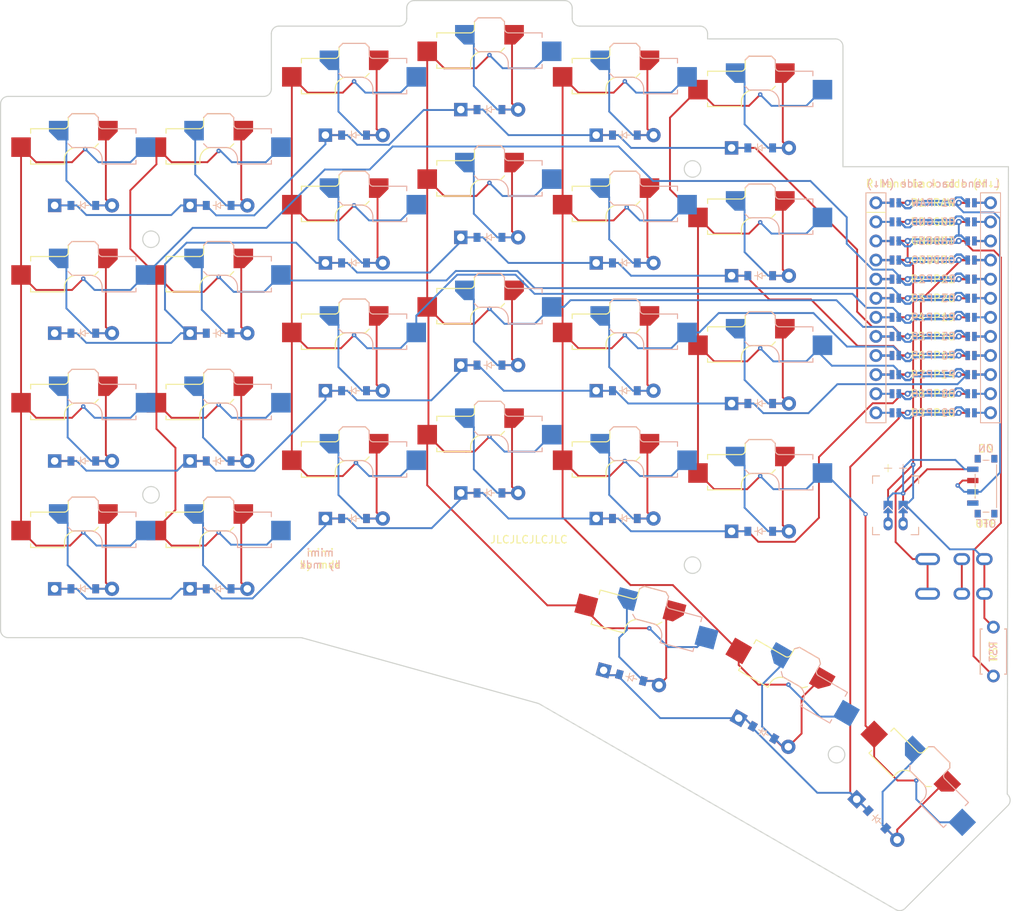
<source format=kicad_pcb>
(kicad_pcb (version 20240108) (generator "pcbnew") (generator_version "8.0")
  (title_block (title "board") (date "2025-03-13") (rev "0.1") (company "mdk"))
  (layers (0 "F.Cu" signal) (31 "B.Cu" signal) (34 "B.Paste" user) (35 "F.Paste" user) (36 "B.SilkS" user "B.Silkscreen") (37 "F.SilkS" user "F.Silkscreen") (38 "B.Mask" user) (39 "F.Mask" user) (44 "Edge.Cuts" user))
  (net 0 "")
  (net 1 "outer_bottom")
  (net 2 "P21")
  (net 3 "GND")
  (net 4 "outer_home")
  (net 5 "outer_top")
  (net 6 "outer_number")
  (net 7 "pinky_bottom")
  (net 8 "P20")
  (net 9 "pinky_home")
  (net 10 "pinky_top")
  (net 11 "pinky_number")
  (net 12 "ring_bottom")
  (net 13 "P19")
  (net 14 "ring_home")
  (net 15 "ring_top")
  (net 16 "ring_number")
  (net 17 "middle_bottom")
  (net 18 "P18")
  (net 19 "middle_home")
  (net 20 "middle_top")
  (net 21 "middle_number")
  (net 22 "index_bottom")
  (net 23 "P15")
  (net 24 "index_home")
  (net 25 "index_top")
  (net 26 "index_number")
  (net 27 "inner_bottom")
  (net 28 "P14")
  (net 29 "inner_home")
  (net 30 "inner_top")
  (net 31 "inner_number")
  (net 32 "near_thumb")
  (net 33 "home_thumb")
  (net 34 "far_thumb")
  (net 35 "P8")
  (net 36 "P7")
  (net 37 "P6")
  (net 38 "P5")
  (net 39 "P9")
  (net 40 "RAW")
  (net 41 "RST")
  (net 42 "VCC")
  (net 43 "P16")
  (net 44 "P10")
  (net 45 "P1")
  (net 46 "P0")
  (net 47 "P2")
  (net 48 "P3")
  (net 49 "P4")
  (net 50 "MCU1_24")
  (net 51 "MCU1_1")
  (net 52 "MCU1_23")
  (net 53 "MCU1_2")
  (net 54 "MCU1_22")
  (net 55 "MCU1_3")
  (net 56 "MCU1_21")
  (net 57 "MCU1_4")
  (net 58 "MCU1_20")
  (net 59 "MCU1_5")
  (net 60 "MCU1_19")
  (net 61 "MCU1_6")
  (net 62 "MCU1_18")
  (net 63 "MCU1_7")
  (net 64 "MCU1_17")
  (net 65 "MCU1_8")
  (net 66 "MCU1_16")
  (net 67 "MCU1_9")
  (net 68 "MCU1_15")
  (net 69 "MCU1_10")
  (net 70 "MCU1_14")
  (net 71 "MCU1_11")
  (net 72 "MCU1_13")
  (net 73 "MCU1_12")
  (net 74 "BAT_P")
  (net 75 "JST1_1")
  (net 76 "JST1_2")
  (net 77 "DAT")
  (footprint "ceoloide:diode_tht_sod123" (layer "F.Cu") (at 140 112.35)
    (property "Reference" "D23" (hide yes))
    (property "Value" "")
  )
  (footprint "ceoloide:diode_tht_sod123" (layer "F.Cu") (at 122 127.65)
    (property "Reference" "D18" (hide yes))
    (property "Value" "")
  )
  (footprint "ceoloide:battery_connector_jst_ph_2" (layer "F.Cu") (at 158 145.35 180)
    (property "Reference" "JST1" (hide yes))
    (property "Value" "")
  )
  (footprint "ceoloide:diode_tht_sod123" (layer "F.Cu") (at 50 137)
    (property "Reference" "D2" (hide yes))
    (property "Value" "")
  )
  (footprint "ceoloide:diode_tht_sod123" (layer "F.Cu") (at 86 144.65)
    (property "Reference" "D9" (hide yes))
    (property "Value" "")
  )
  (footprint "ceoloide:diode_tht_sod123" (layer "F.Cu") (at 140 146.35)
    (property "Reference" "D21" (hide yes))
    (property "Value" "")
  )
  (footprint "ceoloide:diode_tht_sod123" (layer "F.Cu") (at 155.5211 184.6907 -45)
    (property "Reference" "D27" (hide yes))
    (property "Value" "")
  )
  (footprint "ceoloide:diode_tht_sod123" (layer "F.Cu") (at 86 93.65)
    (property "Reference" "D12" (hide yes))
    (property "Value" "")
  )
  (footprint "ceoloide:diode_tht_sod123" (layer "F.Cu") (at 140 95.35)
    (property "Reference" "D24" (hide yes))
    (property "Value" "")
  )
  (footprint "ceoloide:diode_tht_sod123" (layer "F.Cu") (at 86 110.65)
    (property "Reference" "D11" (hide yes))
    (property "Value" "")
  )
  (footprint "ceoloide:diode_tht_sod123" (layer "F.Cu") (at 68 103)
    (property "Reference" "D8" (hide yes))
    (property "Value" "")
  )
  (footprint "ceoloide:diode_tht_sod123" (layer "F.Cu") (at 68 154)
    (property "Reference" "D5" (hide yes))
    (property "Value" "")
  )
  (footprint "ceoloide:reset_switch_tht_top" (layer "F.Cu") (at 171 162.35 -90)
    (property "Reference" "RST1" (hide yes))
    (property "Value" "")
  )
  (footprint "ceoloide:power_switch_smd_side" (layer "F.Cu") (at 170 140.35)
    (property "Reference" "PWR1" (hide yes))
    (property "Value" "")
  )
  (footprint "ceoloide:diode_tht_sod123" (layer "F.Cu") (at 68 137)
    (property "Reference" "D6" (hide yes))
    (property "Value" "")
  )
  (footprint "ceoloide:diode_tht_sod123" (layer "F.Cu") (at 122 144.65)
    (property "Reference" "D17" (hide yes))
    (property "Value" "")
  )
  (footprint "ceoloide:diode_tht_sod123" (layer "F.Cu") (at 140.4309 173.1116 -30)
    (property "Reference" "D26" (hide yes))
    (property "Value" "")
  )
  (footprint "ceoloide:mcu_nice_nano" (layer "F.Cu") (at 163 115.35)
    (property "Reference" "MCU1" (hide yes))
    (property "Value" "")
  )
  (footprint "ceoloide:diode_tht_sod123" (layer "F.Cu") (at 86 127.65)
    (property "Reference" "D10" (hide yes))
    (property "Value" "")
  )
  (footprint "ceoloide:diode_tht_sod123" (layer "F.Cu") (at 104 90.25)
    (property "Reference" "D16" (hide yes))
    (property "Value" "")
  )
  (footprint "ceoloide:diode_tht_sod123" (layer "F.Cu") (at 50 103)
    (property "Reference" "D4" (hide yes))
    (property "Value" "")
  )
  (footprint "ceoloide:diode_tht_sod123" (layer "F.Cu") (at 140 129.35)
    (property "Reference" "D22" (hide yes))
    (property "Value" "")
  )
  (footprint "ceoloide:diode_tht_sod123" (layer "F.Cu") (at 104 141.25)
    (property "Reference" "D13" (hide yes))
    (property "Value" "")
  )
  (footprint "ceoloide:diode_tht_sod123" (layer "F.Cu") (at 122.858 165.8327 -15)
    (property "Reference" "D25" (hide yes))
    (property "Value" "")
  )
  (footprint "ceoloide:diode_tht_sod123" (layer "F.Cu") (at 50 120)
    (property "Reference" "D3" (hide yes))
    (property "Value" "")
  )
  (footprint "ceoloide:diode_tht_sod123" (layer "F.Cu") (at 122 93.65)
    (property "Reference" "D20" (hide yes))
    (property "Value" "")
  )
  (footprint "ceoloide:diode_tht_sod123" (layer "F.Cu") (at 104 107.25)
    (property "Reference" "D15" (hide yes))
    (property "Value" "")
  )
  (footprint "ceoloide:diode_tht_sod123" (layer "F.Cu") (at 104 124.25)
    (property "Reference" "D14" (hide yes))
    (property "Value" "")
  )
  (footprint "ceoloide:diode_tht_sod123" (layer "F.Cu") (at 68 120)
    (property "Reference" "D7" (hide yes))
    (property "Value" "")
  )
  (footprint "ceoloide:diode_tht_sod123" (layer "F.Cu") (at 122 110.65)
    (property "Reference" "D19" (hide yes))
    (property "Value" "")
  )
  (footprint "ceoloide:trrs_pj320a (reversible, symmetric)" (layer "F.Cu") (at 173 152.35 -90)
    (property "Reference" "TRRS1" (hide yes))
    (property "Value" "")
  )
  (footprint "ceoloide:diode_tht_sod123" (layer "F.Cu") (at 50 154)
    (property "Reference" "D1" (hide yes))
    (property "Value" "")
  )
  (footprint "ceoloide:switch_choc_v1_v2" (layer "B.Cu") (at 104 137.25)
    (property "Reference" "S13" (hide yes))
    (property "Value" "")
  )
  (footprint "ceoloide:switch_choc_v1_v2" (layer "B.Cu") (at 50 150)
    (property "Reference" "S1" (hide yes))
    (property "Value" "")
  )
  (footprint "ceoloide:switch_choc_v1_v2" (layer "B.Cu") (at 140 142.35)
    (property "Reference" "S21" (hide yes))
    (property "Value" "")
  )
  (footprint "ceoloide:switch_choc_v1_v2" (layer "B.Cu") (at 122 140.65)
    (property "Reference" "S17" (hide yes))
    (property "Value" "")
  )
  (footprint "ceoloide:switch_choc_v1_v2" (layer "B.Cu") (at 86 140.65)
    (property "Reference" "S9" (hide yes))
    (property "Value" "")
  )
  (footprint "ceoloide:switch_choc_v1_v2" (layer "B.Cu") (at 104 103.25)
    (property "Reference" "S15" (hide yes))
    (property "Value" "")
  )
  (footprint "ceoloide:switch_choc_v1_v2" (layer "B.Cu") (at 122 123.65)
    (property "Reference" "S18" (hide yes))
    (property "Value" "")
  )
  (footprint "ceoloide:switch_choc_v1_v2" (layer "B.Cu") (at 142.4309 169.6475 -30)
    (property "Reference" "S26" (hide yes))
    (property "Value" "")
  )
  (footprint "ceoloide:switch_choc_v1_v2" (layer "B.Cu") (at 122 106.65)
    (property "Reference" "S19" (hide yes))
    (property "Value" "")
  )
  (footprint "ceoloide:switch_choc_v1_v2" (layer "B.Cu") (at 86 123.65)
    (property "Reference" "S10" (hide yes))
    (property "Value" "")
  )
  (footprint "ceoloide:switch_choc_v1_v2" (layer "B.Cu") (at 86 106.65)
    (property "Reference" "S11" (hide yes))
    (property "Value" "")
  )
  (footprint "ceoloide:switch_choc_v1_v2" (layer "B.Cu") (at 140 125.35)
    (property "Reference" "S22" (hide yes))
    (property "Value" "")
  )
  (footprint "ceoloide:switch_choc_v1_v2" (layer "B.Cu") (at 50 133)
    (property "Reference" "S2" (hide yes))
    (property "Value" "")
  )
  (footprint "ceoloide:switch_choc_v1_v2" (layer "B.Cu") (at 122 89.65)
    (property "Reference" "S20" (hide yes))
    (property "Value" "")
  )
  (footprint "ceoloide:switch_choc_v1_v2" (layer "B.Cu") (at 86 89.65)
    (property "Reference" "S12" (hide yes))
    (property "Value" "")
  )
  (footprint "ceoloide:switch_choc_v1_v2" (layer "B.Cu") (at 68 133)
    (property "Reference" "S6" (hide yes))
    (property "Value" "")
  )
  (footprint "ceoloide:switch_choc_v1_v2" (layer "B.Cu") (at 104 120.25)
    (property "Reference" "S14" (hide yes))
    (property "Value" "")
  )
  (footprint "ceoloide:switch_choc_v1_v2" (layer "B.Cu") (at 68 99)
    (property "Reference" "S8" (hide yes))
    (property "Value" "")
  )
  (footprint "ceoloide:switch_choc_v1_v2" (layer "B.Cu") (at 50 116)
    (property "Reference" "S3" (hide yes))
    (property "Value" "")
  )
  (footprint "ceoloide:switch_choc_v1_v2" (layer "B.Cu") (at 140 108.35)
    (property "Reference" "S23" (hide yes))
    (property "Value" "")
  )
  (footprint "ceoloide:switch_choc_v1_v2" (layer "B.Cu") (at 123.8933 161.969 -15)
    (property "Reference" "S25" (hide yes))
    (property "Value" "")
  )
  (footprint "ceoloide:switch_choc_v1_v2" (layer "B.Cu") (at 50 99)
    (property "Reference" "S4" (hide yes))
    (property "Value" "")
  )
  (footprint "ceoloide:switch_choc_v1_v2" (layer "B.Cu") (at 68 116)
    (property "Reference" "S7" (hide yes))
    (property "Value" "")
  )
  (footprint "ceoloide:switch_choc_v1_v2" (layer "B.Cu") (at 158.3495 181.8623 -45)
    (property "Reference" "S27" (hide yes))
    (property "Value" "")
  )
  (footprint "ceoloide:switch_choc_v1_v2" (layer "B.Cu") (at 68 150)
    (property "Reference" "S5" (hide yes))
    (property "Value" "")
  )
  (footprint "ceoloide:switch_choc_v1_v2" (layer "B.Cu") (at 140 91.35)
    (property "Reference" "S24" (hide yes))
    (property "Value" "")
  )
  (footprint "ceoloide:switch_choc_v1_v2" (layer "B.Cu") (at 104 86.25)
    (property "Reference" "S16" (hide yes))
    (property "Value" "")
  )
  (gr_line (start 110.428144 169.230222) (end 79.131338 160.536484) (stroke (width 0.15)) (layer "Edge.Cuts"))
  (gr_arc (start 116 79.15) (mid 115.292893 78.857107) (end 115 78.15) (stroke (width 0.15)) (layer "Edge.Cuts"))
  (gr_line (start 75 87.5) (end 75 80.15) (stroke (width 0.15)) (layer "Edge.Cuts"))
  (gr_arc (start 75 80.15) (mid 75.292893 79.442893) (end 76 79.15) (stroke (width 0.15)) (layer "Edge.Cuts"))
  (gr_line (start 78.863689 160.5) (end 40 160.5) (stroke (width 0.15)) (layer "Edge.Cuts"))
  (gr_arc (start 114 75.75) (mid 114.707107 76.042893) (end 115 76.75) (stroke (width 0.15)) (layer "Edge.Cuts"))
  (gr_line (start 172.845574 181.295623) (end 173.017912 181.520029) (stroke (width 0.15)) (layer "Edge.Cuts"))
  (gr_line (start 151 81.85) (end 151 97.85) (stroke (width 0.15)) (layer "Edge.Cuts"))
  (gr_arc (start 75 87.5) (mid 74.707107 88.207107) (end 74 88.5) (stroke (width 0.15)) (layer "Edge.Cuts"))
  (gr_line (start 76 79.15) (end 92 79.15) (stroke (width 0.15)) (layer "Edge.Cuts"))
  (gr_line (start 151 97.85) (end 173 97.85) (stroke (width 0.15)) (layer "Edge.Cuts"))
  (gr_line (start 115 76.75) (end 115 78.15) (stroke (width 0.15)) (layer "Edge.Cuts"))
  (gr_arc (start 159.245626 196.52251) (mid 158.669043 196.806859) (end 158.03852 196.681428) (stroke (width 0.15)) (layer "Edge.Cuts"))
  (gr_arc (start 40 160.5) (mid 39.292893 160.207107) (end 39 159.5) (stroke (width 0.15)) (layer "Edge.Cuts"))
  (gr_line (start 158.03852 196.681428) (end 110.660495 169.327713) (stroke (width 0.15)) (layer "Edge.Cuts"))
  (gr_arc (start 93 78.15) (mid 92.707107 78.857107) (end 92 79.15) (stroke (width 0.15)) (layer "Edge.Cuts"))
  (gr_circle (center 131 150.85) (end 132.1 150.85) (stroke (width 0.15)) (fill none) (layer "Edge.Cuts"))
  (gr_arc (start 150 80.85) (mid 150.707107 81.142893) (end 151 81.85) (stroke (width 0.15)) (layer "Edge.Cuts"))
  (gr_line (start 93 78.15) (end 93 76.75) (stroke (width 0.15)) (layer "Edge.Cuts"))
  (gr_line (start 172.931915 182.836221) (end 159.245626 196.52251) (stroke (width 0.15)) (layer "Edge.Cuts"))
  (gr_circle (center 150.147052 176.064021) (end 151.247052 176.064021) (stroke (width 0.15)) (fill none) (layer "Edge.Cuts"))
  (gr_line (start 40 88.5) (end 74 88.5) (stroke (width 0.15)) (layer "Edge.Cuts"))
  (gr_line (start 133 80.85) (end 150 80.85) (stroke (width 0.15)) (layer "Edge.Cuts"))
  (gr_line (start 116 79.15) (end 132 79.15) (stroke (width 0.15)) (layer "Edge.Cuts"))
  (gr_line (start 133 80.15) (end 133 80.85) (stroke (width 0.15)) (layer "Edge.Cuts"))
  (gr_line (start 173 97.85) (end 172.845574 181.295623) (stroke (width 0.15)) (layer "Edge.Cuts"))
  (gr_arc (start 78.863689 160.5) (mid 78.998751 160.509161) (end 79.131338 160.536484) (stroke (width 0.15)) (layer "Edge.Cuts"))
  (gr_circle (center 131 98.15) (end 132.1 98.15) (stroke (width 0.15)) (fill none) (layer "Edge.Cuts"))
  (gr_circle (center 59 141.5) (end 60.1 141.5) (stroke (width 0.15)) (fill none) (layer "Edge.Cuts"))
  (gr_arc (start 93 76.75) (mid 93.292893 76.042893) (end 94 75.75) (stroke (width 0.15)) (layer "Edge.Cuts"))
  (gr_arc (start 39 89.5) (mid 39.292893 88.792893) (end 40 88.5) (stroke (width 0.15)) (layer "Edge.Cuts"))
  (gr_arc (start 173.017912 181.520029) (mid 173.222669 182.194309) (end 172.931915 182.836221) (stroke (width 0.15)) (layer "Edge.Cuts"))
  (gr_line (start 39 159.5) (end 39 89.5) (stroke (width 0.15)) (layer "Edge.Cuts"))
  (gr_arc (start 110.428144 169.230222) (mid 110.547402 169.271621) (end 110.660495 169.327713) (stroke (width 0.15)) (layer "Edge.Cuts"))
  (gr_circle (center 59 107.5) (end 60.1 107.5) (stroke (width 0.15)) (fill none) (layer "Edge.Cuts"))
  (gr_arc (start 132 79.15) (mid 132.707107 79.442893) (end 133 80.15) (stroke (width 0.15)) (layer "Edge.Cuts"))
  (gr_line (start 94 75.75) (end 114 75.75) (stroke (width 0.15)) (layer "Edge.Cuts"))
  (gr_text "mimi\nby mdk" (at 81.5 150 0) (layer "B.SilkS") (effects (font (size 1 1)) (justify mirror)))
  (gr_text "mimi\nby mdk" (at 81.5 150 0) (layer "F.SilkS") (effects (font (size 1 1))))
  (gr_text "JLCJLCJLCJLC" (at 104 147.45 0) (layer "F.SilkS") (effects (font (size 1 1)) (justify left)))
  (segment (start 51.65 154) (end 53.81 154) (width 0.25) (layer "F.Cu") (net 1))
  (segment (start 53.275 144.05) (end 53 144.325) (width 0.25) (layer "F.Cu") (net 1))
  (segment (start 53 144.325) (end 53 153.19) (width 0.25) (layer "F.Cu") (net 1))
  (segment (start 53 153.19) (end 53.81 154) (width 0.25) (layer "F.Cu") (net 1))
  (segment (start 51.0598 154) (end 51.65 154) (width 0.25) (layer "B.Cu") (net 1))
  (segment (start 47.921 145.246) (end 47.921 150.861) (width 0.25) (layer "B.Cu") (net 1))
  (segment (start 46.725 144.05) (end 47.921 145.246) (width 0.25) (layer "B.Cu") (net 1))
  (segment (start 53.81 154) (end 51.65 154) (width 0.25) (layer "B.Cu") (net 1))
  (segment (start 47.921 150.861) (end 51.0598 154) (width 0.25) (layer "B.Cu") (net 1))
  (segment (start 48.25 148.25) (end 43.725 148.25) (width 0.25) (layer "F.Cu") (net 2))
  (segment (start 43.725 97.25) (end 42.4374 95.9624) (width 0.25) (layer "F.Cu") (net 2))
  (segment (start 42.4374 112.9624) (end 43.725 114.25) (width 0.25) (layer "F.Cu") (net 2))
  (segment (start 50.25 95.5) (end 48.5 97.25) (width 0.25) (layer "F.Cu") (net 2))
  (segment (start 43.725 114.25) (end 48.5 114.25) (width 0.25) (layer "F.Cu") (net 2))
  (segment (start 167.58 112.81) (end 166.4 112.81) (width 0.25) (layer "F.Cu") (net 2))
  (segment (start 167.58 112.81) (end 166.4 112.81) (width 0.25) (layer "F.Cu") (net 2))
  (segment (start 42.4374 129.9624) (end 41.725 129.25) (width 0.25) (layer "F.Cu") (net 2))
  (segment (start 50 129.75) (end 48.5 131.25) (width 0.25) (layer "F.Cu") (net 2))
  (segment (start 48.5 97.25) (end 43.725 97.25) (width 0.25) (layer "F.Cu") (net 2))
  (segment (start 50 146.5) (end 48.25 148.25) (width 0.25) (layer "F.Cu") (net 2))
  (segment (start 41.725 112.25) (end 41.725 95.25) (width 0.25) (layer "F.Cu") (net 2))
  (segment (start 41.725 112.25) (end 42.4374 112.9624) (width 0.25) (layer "F.Cu") (net 2))
  (segment (start 167.58 112.81) (end 166.4 112.81) (width 0.25) (layer "F.Cu") (net 2))
  (segment (start 41.725 129.25) (end 41.725 112.25) (width 0.25) (layer "F.Cu") (net 2))
  (segment (start 167.58 112.81) (end 166.4 112.81) (width 0.25) (layer "F.Cu") (net 2))
  (segment (start 167.58 112.81) (end 166.4 112.81) (width 0.25) (layer "F.Cu") (net 2))
  (segment (start 42.4374 95.9624) (end 41.725 95.25) (width 0.25) (layer "F.Cu") (net 2))
  (segment (start 41.725 146.25) (end 41.725 129.25) (width 0.25) (layer "F.Cu") (net 2))
  (segment (start 43.725 148.25) (end 41.725 146.25) (width 0.25) (layer "F.Cu") (net 2))
  (segment (start 43.725 131.25) (end 42.4374 129.9624) (width 0.25) (layer "F.Cu") (net 2))
  (segment (start 167.58 112.81) (end 166.4 112.81) (width 0.25) (layer "F.Cu") (net 2))
  (segment (start 48.5 131.25) (end 43.725 131.25) (width 0.25) (layer "F.Cu") (net 2))
  (segment (start 48.5 114.25) (end 50 112.75) (width 0.25) (layer "F.Cu") (net 2))
  (via (at 50.25 95.5) (size 0.6) (drill 0.2) (layers "F.Cu" "B.Cu") (net 2))
  (via (at 50 129.75) (size 0.6) (drill 0.2) (layers "F.Cu" "B.Cu") (net 2))
  (via (at 50 146.5) (size 0.6) (drill 0.2) (layers "F.Cu" "B.Cu") (net 2))
  (via (at 50 112.75) (size 0.6) (drill 0.2) (layers "F.Cu" "B.Cu") (net 2))
  (segment (start 121.166 95.166) (end 125.75 99.75) (width 0.25) (layer "B.Cu") (net 2))
  (segment (start 50 112.75) (end 51.5 114.25) (width 0.25) (layer "B.Cu") (net 2))
  (segment (start 158.5557 112.81) (end 158.5654 112.81) (width 0.25) (layer "B.Cu") (net 2))
  (segment (start 146.675 99.75) (end 151.5 104.575) (width 0.25) (layer "B.Cu") (net 2))
  (segment (start 158.575 112.81) (end 159.3 113.535) (width 0.25) (layer "B.Cu") (net 2))
  (segment (start 159.9 113.535) (end 160.395 113.04) (width 0.25) (layer "B.Cu") (net 2))
  (segment (start 50 146.5) (end 51.75 148.25) (width 0.25) (layer "B.Cu") (net 2))
  (segment (start 158.225 112.81) (end 158.42 112.81) (width 0.25) (layer "B.Cu") (net 2))
  (segment (start 160.395 113.04) (end 165.8166 113.04) (width 0.25) (layer "B.Cu") (net 2))
  (segment (start 160.395 113.04) (end 165.8166 113.04) (width 0.25) (layer "B.Cu") (net 2))
  (segment (start 165.8166 113.04) (end 166.17 113.04) (width 0.25) (layer "B.Cu") (net 2))
  (segment (start 159.3 113.535) (end 159.9 113.535) (width 0.25) (layer "B.Cu") (net 2))
  (segment (start 158.5702 112.81) (end 158.575 112.81) (width 0.25) (layer "B.Cu") (net 2))
  (segment (start 158.4975 112.81) (end 158.5363 112.81) (width 0.25) (layer "B.Cu") (net 2))
  (segment (start 157.6156 111.54) (end 158.5702 112.4946) (width 0.25) (layer "B.Cu") (net 2))
  (segment (start 158.5654 112.81) (end 158.5702 112.81) (width 0.25) (layer "B.Cu") (net 2))
  (segment (start 56.275 131.25) (end 58.275 129.25) (width 0.25) (layer "B.Cu") (net 2))
  (segment (start 158.42 112.81) (end 158.4975 112.81) (width 0.25) (layer "B.Cu") (net 2))
  (segment (start 158.4975 112.81) (end 158.5363 112.81) (width 0.25) (layer "B.Cu") (net 2))
  (segment (start 158.5654 112.81) (end 158.5702 112.81) (width 0.25) (layer "B.Cu") (net 2))
  (segment (start 165.8166 113.04) (end 166.17 113.04) (width 0.25) (layer "B.Cu") (net 2))
  (segment (start 74.3538 105.9823) (end 82.1071 98.229) (width 0.25) (layer "B.Cu") (net 2))
  (segment (start 158.5363 112.81) (end 158.5557 112.81) (width 0.25) (layer "B.Cu") (net 2))
  (segment (start 56.275 114.25) (end 58.275 112.25) (width 0.25) (layer "B.Cu") (net 2))
  (segment (start 158.5654 112.81) (end 158.5702 112.81) (width 0.25) (layer "B.Cu") (net 2))
  (segment (start 158.42 112.81) (end 158.4975 112.81) (width 0.25) (layer "B.Cu") (net 2))
  (segment (start 158.5654 112.81) (end 158.5702 112.81) (width 0.25) (layer "B.Cu") (net 2))
  (segment (start 159.9 113.535) (end 160.395 113.04) (width 0.25) (layer "B.Cu") (net 2))
  (segment (start 158.5557 112.81) (end 158.5654 112.81) (width 0.25) (layer "B.Cu") (net 2))
  (segment (start 158.5702 112.81) (end 158.575 112.81) (width 0.25) (layer "B.Cu") (net 2))
  (segment (start 160.395 113.04) (end 165.8166 113.04) (width 0.25) (layer "B.Cu") (net 2))
  (segment (start 158.42 112.81) (end 158.4975 112.81) (width 0.25) (layer "B.Cu") (net 2))
  (segment (start 158.225 112.81) (end 158.42 112.81) (width 0.25) (layer "B.Cu") (net 2))
  (segment (start 166.17 113.04) (end 166.4 112.81) (width 0.25) (layer "B.Cu") (net 2))
  (segment (start 159.3 113.535) (end 159.9 113.535) (width 0.25) (layer "B.Cu") (net 2))
  (segment (start 159.9 113.535) (end 160.395 113.04) (width 0.25) (layer "B.Cu") (net 2))
  (segment (start 56.275 148.25) (end 58.275 146.25) (width 0.25) (layer "B.Cu") (net 2))
  (segment (start 158.5702 112.81) (end 158.575 112.81) (width 0.25) (layer "B.Cu") (net 2))
  (segment (start 158.575 112.81) (end 159.3 113.535) (width 0.25) (layer "B.Cu") (net 2))
  (segment (start 159.3 113.535) (end 159.9 113.535) (width 0.25) (layer "B.Cu") (net 2))
  (segment (start 158.4975 112.81) (end 158.5363 112.81) (width 0.25) (layer "B.Cu") (net 2))
  (segment (start 165.8166 113.04) (end 166.17 113.04) (width 0.25) (layer "B.Cu") (net 2))
  (segment (start 158.5702 112.81) (end 158.575 112.81) (width 0.25) (layer "B.Cu") (net 2))
  (segment (start 158.5654 112.81) (end 158.5702 112.81) (width 0.25) (layer "B.Cu") (net 2))
  (segment (start 158.5363 112.81) (end 158.5557 112.81) (width 0.25) (layer "B.Cu") (net 2))
  (segment (start 159.3 113.535) (end 159.9 113.535) (width 0.25) (layer "B.Cu") (net 2))
  (segment (start 58.275 112.25) (end 64.5427 105.9823) (width 0.25) (layer "B.Cu") (net 2))
  (segment (start 158.4975 112.81) (end 158.5363 112.81) (width 0.25) (layer "B.Cu") (net 2))
  (segment (start 51.5 131.25) (end 56.275 131.25) (width 0.25) (layer "B.Cu") (net 2))
  (segment (start 50.25 95.5) (end 52 97.25) (width 0.25) (layer "B.Cu") (net 2))
  (segment (start 165.8166 113.04) (end 166.17 113.04) (width 0.25) (layer "B.Cu") (net 2))
  (segment (start 88.0635 98.229) (end 91.1265 95.166) (width 0.25) (layer "B.Cu") (net 2))
  (segment (start 158.5363 112.81) (end 158.5557 112.81) (width 0.25) (layer "B.Cu") (net 2))
  (segment (start 160.395 113.04) (end 165.8166 113.04) (width 0.25) (layer "B.Cu") (net 2))
  (segment (start 158.225 112.81) (end 158.42 112.81) (width 0.25) (layer "B.Cu") (net 2))
  (segment (start 158.225 112.81) (end 158.42 112.81) (width 0.25) (layer "B.Cu") (net 2))
  (segment (start 52 97.25) (end 56.275 97.25) (width 0.25) (layer "B.Cu") (net 2))
  (segment (start 64.5427 105.9823) (end 74.3538 105.9823) (width 0.25) (layer "B.Cu") (net 2))
  (segment (start 158.4975 112.81) (end 158.5363 112.81) (width 0.25) (layer "B.Cu") (net 2))
  (segment (start 158.225 112.81) (end 158.42 112.81) (width 0.25) (layer "B.Cu") (net 2))
  (segment (start 159.9 113.535) (end 160.395 113.04) (width 0.25) (layer "B.Cu") (net 2))
  (segment (start 158.5702 112.81) (end 158.575 112.81) (width 0.25) (layer "B.Cu") (net 2))
  (segment (start 151.5 108.089) (end 154.951 111.54) (width 0.25) (layer "B.Cu") (net 2))
  (segment (start 125.75 99.75) (end 146.675 99.75) (width 0.25) (layer "B.Cu") (net 2))
  (segment (start 159.9 113.535) (end 160.395 113.04) (width 0.25) (layer "B.Cu") (net 2))
  (segment (start 159.3 113.535) (end 159.9 113.535) (width 0.25) (layer "B.Cu") (net 2))
  (segment (start 158.575 112.81) (end 159.3 113.535) (width 0.25) (layer "B.Cu") (net 2))
  (segment (start 158.5654 112.81) (end 158.5702 112.81) (width 0.25) (layer "B.Cu") (net 2))
  (segment (start 158.5557 112.81) (end 158.5654 112.81) (width 0.25) (layer "B.Cu") (net 2))
  (segment (start 158.5557 112.81) (end 158.5654 112.81) (width 0.25) (layer "B.Cu") (net 2))
  (segment (start 82.1071 98.229) (end 88.0635 98.229) (width 0.25) (layer "B.Cu") (net 2))
  (segment (start 158.5702 112.81) (end 158.575 112.81) (width 0.25) (layer "B.Cu") (net 2))
  (segment (start 158.575 112.81) (end 159.3 113.535) (width 0.25) (layer "B.Cu") (net 2))
  (segment (start 160.395 113.04) (end 165.8166 113.04) (width 0.25) (layer "B.Cu") (net 2))
  (segment (start 50 129.75) (end 51.5 131.25) (width 0.25) (layer "B.Cu") (net 2))
  (segment (start 158.575 112.81) (end 159.3 113.535) (width 0.25) (layer "B.Cu") (net 2))
  (segment (start 158.42 112.81) (end 158.4975 112.81) (width 0.25) (layer "B.Cu") (net 2))
  (segment (start 159.9 113.535) (end 160.395 113.04) (width 0.25) (layer "B.Cu") (net 2))
  (segment (start 158.5363 112.81) (end 158.5557 112.81) (width 0.25) (layer "B.Cu") (net 2))
  (segment (start 91.1265 95.166) (end 121.166 95.166) (width 0.25) (layer "B.Cu") (net 2))
  (segment (start 51.5 114.25) (end 56.275 114.25) (width 0.25) (layer "B.Cu") (net 2))
  (segment (start 56.275 97.25) (end 58.275 95.25) (width 0.25) (layer "B.Cu") (net 2))
  (segment (start 158.5363 112.81) (end 158.5557 112.81) (width 0.25) (layer "B.Cu") (net 2))
  (segment (start 158.42 112.81) (end 158.4975 112.81) (width 0.25) (layer "B.Cu") (net 2))
  (segment (start 165.8166 113.04) (end 166.17 113.04) (width 0.25) (layer "B.Cu") (net 2))
  (segment (start 160.395 113.04) (end 165.8166 113.04) (width 0.25) (layer "B.Cu") (net 2))
  (segment (start 158.5702 112.4946) (end 158.5702 112.81) (width 0.25) (layer "B.Cu") (net 2))
  (segment (start 51.75 148.25) (end 56.275 148.25) (width 0.25) (layer "B.Cu") (net 2))
  (segment (start 158.5557 112.81) (end 158.5654 112.81) (width 0.25) (layer "B.Cu") (net 2))
  (segment (start 158.5557 112.81) (end 158.5654 112.81) (width 0.25) (layer "B.Cu") (net 2))
  (segment (start 151.5 104.575) (end 151.5 108.089) (width 0.25) (layer "B.Cu") (net 2))
  (segment (start 158.575 112.81) (end 159.3 113.535) (width 0.25) (layer "B.Cu") (net 2))
  (segment (start 158.42 112.81) (end 158.4975 112.81) (width 0.25) (layer "B.Cu") (net 2))
  (segment (start 165.8166 113.04) (end 166.17 113.04) (width 0.25) (layer "B.Cu") (net 2))
  (segment (start 158.225 112.81) (end 158.42 112.81) (width 0.25) (layer "B.Cu") (net 2))
  (segment (start 158.5363 112.81) (end 158.5557 112.81) (width 0.25) (layer "B.Cu") (net 2))
  (segment (start 154.951 111.54) (end 157.6156 111.54) (width 0.25) (layer "B.Cu") (net 2))
  (segment (start 158.4975 112.81) (end 158.5363 112.81) (width 0.25) (layer "B.Cu") (net 2))
  (segment (start 159.3 113.535) (end 159.9 113.535) (width 0.25) (layer "B.Cu") (net 2))
  (segment (start 159.01 107.73) (end 159.6 107.73) (width 0.25) (layer "F.Cu") (net 3))
  (segment (start 159.6 110.27) (end 159.6 107.73) (width 0.25) (layer "F.Cu") (net 3))
  (segment (start 158.42 110.27) (end 159.01 110.27) (width 0.25) (layer "F.Cu") (net 3))
  (segment (start 158.42 107.73) (end 159.01 107.73) (width 0.25) (layer "F.Cu") (net 3))
  (segment (start 158.42 107.73) (end 159.01 107.73) (width 0.25) (layer "F.Cu") (net 3))
  (segment (start 157 140.8183) (end 157 141.9571) (width 0.25) (layer "F.Cu") (net 3))
  (segment (start 169.8 157.9) (end 171 159.1) (width 0.25) (layer "F.Cu") (net 3))
  (segment (start 159.01 107.73) (end 159.6 107.73) (width 0.25) (layer "F.Cu") (net 3))
  (segment (start 160.33 111) (end 160.33 137.4883) (width 0.25) (layer "F.Cu") (net 3))
  (segment (start 159.01 107.73) (end 159.6 107.73) (width 0.25) (layer "F.Cu") (net 3))
  (segment (start 169.8 150.05) (end 169.8 154.65) (width 0.25) (layer "F.Cu") (net 3))
  (segment (start 158.42 107.73) (end 159.01 107.73) (width 0.25) (layer "F.Cu") (net 3))
  (segment (start 158.42 110.27) (end 159.01 110.27) (width 0.25) (layer "F.Cu") (net 3))
  (segment (start 159.01 110.27) (end 159.6 110.27) (width 0.25) (layer "F.Cu") (net 3))
  (segment (start 167.58 105.19) (end 166.4 105.19) (width 0.25) (layer "F.Cu") (net 3))
  (segment (start 158.42 110.27) (end 159.01 110.27) (width 0.25) (layer "F.Cu") (net 3))
  (segment (start 158.42 110.27) (end 159.01 110.27) (width 0.25) (layer "F.Cu") (net 3))
  (segment (start 159.01 110.27) (end 159.6 110.27) (width 0.25) (layer "F.Cu") (net 3))
  (segment (start 167.58 105.19) (end 166.4 105.19) (width 0.25) (layer "F.Cu") (net 3))
  (segment (start 159.01 107.73) (end 159.6 107.73) (width 0.25) (layer "F.Cu") (net 3))
  (segment (start 169.8 154.65) (end 169.8 157.9) (width 0.25) (layer "F.Cu") (net 3))
  (segment (start 158.42 110.27) (end 159.01 110.27) (width 0.25) (layer "F.Cu") (net 3))
  (segment (start 159.6 110.27) (end 160.33 111) (width 0.25) (layer "F.Cu") (net 3))
  (segment (start 158.42 107.73) (end 159.01 107.73) (width 0.25) (layer "F.Cu") (net 3))
  (segment (start 159.01 107.73) (end 159.6 107.73) (width 0.25) (layer "F.Cu") (net 3))
  (segment (start 158.42 107.73) (end 159.01 107.73) (width 0.25) (layer "F.Cu") (net 3))
  (segment (start 167.58 105.19) (end 166.4 105.19) (width 0.25) (layer "F.Cu") (net 3))
  (segment (start 159.01 110.27) (end 159.6 110.27) (width 0.25) (layer "F.Cu") (net 3))
  (segment (start 159.01 110.27) (end 159.6 110.27) (width 0.25) (layer "F.Cu") (net 3))
  (segment (start 160.33 137.4883) (end 157 140.8183) (width 0.25) (layer "F.Cu") (net 3))
  (segment (start 159.01 110.27) (end 159.6 110.27) (width 0.25) (layer "F.Cu") (net 3))
  (segment (start 157 142.534) (end 157 141.9571) (width 0.25) (layer "F.Cu") (net 3))
  (segment (start 159.01 110.27) (end 159.6 110.27) (width 0.25) (layer "F.Cu") (net 3))
  (segment (start 158.42 110.27) (end 159.01 110.27) (width 0.25) (layer "F.Cu") (net 3))
  (segment (start 158.42 107.73) (end 159.01 107.73) (width 0.25) (layer "F.Cu") (net 3))
  (segment (start 159.01 107.73) (end 159.6 107.73) (width 0.25) (layer "F.Cu") (net 3))
  (segment (start 167.58 105.19) (end 166.4 105.19) (width 0.25) (layer "F.Cu") (net 3))
  (segment (start 167.58 105.19) (end 166.4 105.19) (width 0.25) (layer "F.Cu") (net 3))
  (segment (start 167.58 105.19) (end 166.4 105.19) (width 0.25) (layer "F.Cu") (net 3))
  (via (at 160.33 137.4883) (size 0.6) (drill 0.2) (layers "F.Cu" "B.Cu") (net 3))
  (segment (start 166.5 107.005) (end 166.4 106.905) (width 0.25) (layer "B.Cu") (net 3))
  (segment (start 165.595 110.05) (end 160.1733 110.05) (width 0.25) (layer "B.Cu") (net 3))
  (segment (start 158.225 105.19) (end 158.42 105.19) (width 0.25) (layer "B.Cu") (net 3))
  (segment (start 165.595 107.51) (end 159.9601 107.51) (width 0.25) (layer "B.Cu") (net 3))
  (segment (start 158.575 105.19) (end 159.3 105.915) (width 0.25) (layer "B.Cu") (net 3))
  (segment (start 166.1 107.005) (end 165.595 107.51) (width 0.25) (layer "B.Cu") (net 3))
  (segment (start 167.425 110.27) (end 166.7 109.545) (width 0.25) (layer "B.Cu") (net 3))
  (segment (start 158.575 105.19) (end 159.3 105.915) (width 0.25) (layer "B.Cu") (net 3))
  (segment (start 167.58 110.27) (end 167.425 110.27) (width 0.25) (layer "B.Cu") (net 3))
  (segment (start 159.9601 107.51) (end 159.8752 107.51) (width 0.25) (layer "B.Cu") (net 3))
  (segment (start 166.0349 105.42) (end 166.1248 105.42) (width 0.25) (layer "B.Cu") (net 3))
  (segment (start 165.216 148.75) (end 159 142.534) (width 0.25) (layer "B.Cu") (net 3))
  (segment (start 159.8752 107.51) (end 159.875 107.51) (width 0.25) (layer "B.Cu") (net 3))
  (segment (start 160.395 105.42) (end 166.0349 105.42) (width 0.25) (layer "B.Cu") (net 3))
  (segment (start 166.7 109.545) (end 166.1 109.545) (width 0.25) (layer "B.Cu") (net 3))
  (segment (start 159.8752 107.51) (end 159.875 107.51) (width 0.25) (layer "B.Cu") (net 3))
  (segment (start 169.8 150.05) (end 168.5 148.75) (width 0.25) (layer "B.Cu") (net 3))
  (segment (start 160.1733 110.05) (end 159.82 110.05) (width 0.25) (layer "B.Cu") (net 3))
  (segment (start 167.775 110.27) (end 167.58 110.27) (width 0.25) (layer "B.Cu") (net 3))
  (segment (start 159.3 105.915) (end 159.9 105.915) (width 0.25) (layer "B.Cu") (net 3))
  (segment (start 166.125 105.42) (end 166.17 105.42) (width 0.25) (layer "B.Cu") (net 3))
  (segment (start 166.1 109.545) (end 165.595 110.05) (width 0.25) (layer "B.Cu") (net 3))
  (segment (start 166.17 105.42) (end 166.4 105.19) (width 0.25) (layer "B.Cu") (net 3))
  (segment (start 167.58 107.73) (end 167.425 107.73) (width 0.25) (layer "B.Cu") (net 3))
  (segment (start 159.9 105.915) (end 160.395 105.42) (width 0.25) (layer "B.Cu") (net 3))
  (segment (start 158.42 105.19) (end 158.575 105.19) (width 0.25) (layer "B.Cu") (net 3))
  (segment (start 166.7 109.545) (end 166.1 109.545) (width 0.25) (layer "B.Cu") (net 3))
  (segment (start 167.425 110.27) (end 166.7 109.545) (width 0.25) (layer "B.Cu") (net 3))
  (segment (start 165.595 107.51) (end 159.9601 107.51) (width 0.25) (layer "B.Cu") (net 3))
  (segment (start 166.1 107.005) (end 165.595 107.51) (width 0.25) (layer "B.Cu") (net 3))
  (segment (start 166.1 107.005) (end 165.595 107.51) (width 0.25) (layer "B.Cu") (net 3))
  (segment (start 166.4 106.905) (end 166.4 105.19) (width 0.25) (layer "B.Cu") (net 3))
  (segment (start 159.9601 107.51) (end 159.8752 107.51) (width 0.25) (layer "B.Cu") (net 3))
  (segment (start 166.7 107.005) (end 166.1 107.005) (width 0.25) (layer "B.Cu") (net 3))
  (segment (start 160.1733 110.05) (end 159.82 110.05) (width 0.25) (layer "B.Cu") (net 3))
  (segment (start 166.7 107.005) (end 166.1 107.005) (width 0.25) (layer "B.Cu") (net 3))
  (segment (start 166.7 107.005) (end 166.1 107.005) (width 0.25) (layer "B.Cu") (net 3))
  (segment (start 158.42 105.19) (end 158.575 105.19) (width 0.25) (layer "B.Cu") (net 3))
  (segment (start 167.425 110.27) (end 166.7 109.545) (width 0.25) (layer "B.Cu") (net 3))
  (segment (start 158.575 105.19) (end 159.3 105.915) (width 0.25) (layer "B.Cu") (net 3))
  (segment (start 166.7 109.545) (end 166.1 109.545) (width 0.25) (layer "B.Cu") (net 3))
  (segment (start 158.225 105.19) (end 158.42 105.19) (width 0.25) (layer "B.Cu") (net 3))
  (segment (start 166.125 105.42) (end 166.17 105.42) (width 0.25) (layer "B.Cu") (net 3))
  (segment (start 159.875 107.51) (end 159.82 107.51) (width 0.25) (layer "B.Cu") (net 3))
  (segment (start 159.9 105.915) (end 160.395 105.42) (width 0.25) (layer "B.Cu") (net 3))
  (segment (start 166.1 109.545) (end 165.595 110.05) (width 0.25) (layer "B.Cu") (net 3))
  (segment (start 165.595 107.51) (end 159.9601 107.51) (width 0.25) (layer "B.Cu") (net 3))
  (segment (start 160.395 105.42) (end 166.0349 105.42) (width 0.25) (layer "B.Cu") (net 3))
  (segment (start 167.425 107.73) (end 166.7 107.005) (width 0.25) (layer "B.Cu") (net 3))
  (segment (start 160.1733 110.05) (end 159.82 110.05) (width 0.25) (layer "B.Cu") (net 3))
  (segment (start 159.9601 107.51) (end 159.8752 107.51) (width 0.25) (layer "B.Cu") (net 3))
  (segment (start 167.425 107.73) (end 166.7 107.005) (width 0.25) (layer "B.Cu") (net 3))
  (segment (start 159.716 142.534) (end 160.33 141.92) (width 0.25) (layer "B.Cu") (net 3))
  (segment (start 159.3 105.915) (end 159.9 105.915) (width 0.25) (layer "B.Cu") (net 3))
  (segment (start 167.58 107.73) (end 167.425 107.73) (width 0.25) (layer "B.Cu") (net 3))
  (segment (start 159.8752 107.51) (end 159.875 107.51) (width 0.25) (layer "B.Cu") (net 3))
  (segment (start 159.875 107.51) (end 159.82 107.51) (width 0.25) (layer "B.Cu") (net 3))
  (segment (start 167.775 107.73) (end 167.58 107.73) (width 0.25) (layer "B.Cu") (net 3))
  (segment (start 167.58 110.27) (end 167.425 110.27) (width 0.25) (layer "B.Cu") (net 3))
  (segment (start 165.595 110.05) (end 160.1733 110.05) (width 0.25) (layer "B.Cu") (net 3))
  (segment (start 159.82 110.05) (end 159.6 110.27) (width 0.25) (layer "B.Cu") (net 3))
  (segment (start 166.7 107.005) (end 166.5 107.005) (width 0.25) (layer "B.Cu") (net 3))
  (segment (start 160.395 105.42) (end 166.0349 105.42) (width 0.25) (layer "B.Cu") (net 3))
  (segment (start 166.125 105.42) (end 166.17 105.42) (width 0.25) (layer "B.Cu") (net 3))
  (segment (start 159.9 105.915) (end 160.395 105.42) (width 0.25) (layer "B.Cu") (net 3))
  (segment (start 167.58 110.27) (end 167.425 110.27) (width 0.25) (layer "B.Cu") (net 3))
  (segment (start 166.1 107.005) (end 165.595 107.51) (width 0.25) (layer "B.Cu") (net 3))
  (segment (start 166.1 107.005) (end 165.595 107.51) (width 0.25) (layer "B.Cu") (net 3))
  (segment (start 166.1248 105.42) (end 166.125 105.42) (width 0.25) (layer "B.Cu") (net 3))
  (segment (start 158.42 105.19) (end 158.575 105.19) (width 0.25) (layer "B.Cu") (net 3))
  (segment (start 166.1248 105.42) (end 166.125 105.42) (width 0.25) (layer "B.Cu") (net 3))
  (segment (start 159.8752 107.51) (end 159.875 107.51) (width 0.25) (layer "B.Cu") (net 3))
  (segment (start 166.7 109.545) (end 166.1 109.545) (width 0.25) (layer "B.Cu") (net 3))
  (segment (start 166.1248 105.42) (end 166.125 105.42) (width 0.25) (layer "B.Cu") (net 3))
  (segment (start 167.775 107.73) (end 167.58 107.73) (width 0.25) (layer "B.Cu") (net 3))
  (segment (start 167.775 110.27) (end 167.58 110.27) (width 0.25) (layer "B.Cu") (net 3))
  (segment (start 167.58 110.27) (end 167.425 110.27) (width 0.25) (layer "B.Cu") (net 3))
  (segment (start 166.7 107.005) (end 166.1 107.005) (width 0.25) (layer "B.Cu") (net 3))
  (segment (start 165.595 107.51) (end 159.9601 107.51) (width 0.25) (layer "B.Cu") (net 3))
  (segment (start 166.0349 105.42) (end 166.1248 105.42) (width 0.25) (layer "B.Cu") (net 3))
  (segment (start 165.595 107.51) (end 159.9601 107.51) (width 0.25) (layer "B.Cu") (net 3))
  (segment (start 165.595 110.05) (end 160.1733 110.05) (width 0.25) (layer "B.Cu") (net 3))
  (segment (start 168.5 148.75) (end 165.216 148.75) (width 0.25) (layer "B.Cu") (net 3))
  (segment (start 167.775 110.27) (end 167.58 110.27) (width 0.25) (layer "B.Cu") (net 3))
  (segment (start 166.7 109.545) (end 166.1 109.545) (width 0.25) (layer "B.Cu") (net 3))
  (segment (start 166.0349 105.42) (end 166.1248 105.42) (width 0.25) (layer "B.Cu") (net 3))
  (segment (start 158.575 105.19) (end 159.3 105.915) (width 0.25) (layer "B.Cu") (net 3))
  (segment (start 167.775 107.73) (end 167.58 107.73) (width 0.25) (layer "B.Cu") (net 3))
  (segment (start 159 142.534) (end 159.716 142.534) (width 0.25) (layer "B.Cu") (net 3))
  (segment (start 167.58 110.27) (end 167.425 110.27) (width 0.25) (layer "B.Cu") (net 3))
  (segment (start 166.125 105.42) (end 166.17 105.42) (width 0.25) (layer "B.Cu") (net 3))
  (segment (start 166.1 109.545) (end 165.595 110.05) (width 0.25) (layer "B.Cu") (net 3))
  (segment (start 159.875 107.51) (end 159.82 107.51) (width 0.25) (layer "B.Cu") (net 3))
  (segment (start 158.42 105.19) (end 158.575 105.19) (width 0.25) (layer "B.Cu") (net 3))
  (segment (start 159.875 107.51) (end 159.82 107.51) (width 0.25) (layer "B.Cu") (net 3))
  (segment (start 159.8752 107.51) (end 159.875 107.51) (width 0.25) (layer "B.Cu") (net 3))
  (segment (start 166.1 109.545) (end 165.595 110.05) (width 0.25) (layer "B.Cu") (net 3))
  (segment (start 159.9601 107.51) (end 159.8752 107.51) (width 0.25) (layer "B.Cu") (net 3))
  (segment (start 166.125 105.42) (end 166.17 105.42) (width 0.25) (layer "B.Cu") (net 3))
  (segment (start 158.225 105.19) (end 158.42 105.19) (width 0.25) (layer "B.Cu") (net 3))
  (segment (start 159.3 105.915) (end 159.9 105.915) (width 0.25) (layer "B.Cu") (net 3))
  (segment (start 158.575 105.19) (end 159.3 105.915) (width 0.25) (layer "B.Cu") (net 3))
  (segment (start 166.1248 105.42) (end 166.125 105.42) (width 0.25) (layer "B.Cu") (net 3))
  (segment (start 167.425 107.73) (end 166.7 107.005) (width 0.25) (layer "B.Cu") (net 3))
  (segment (start 160.395 105.42) (end 166.0349 105.42) (width 0.25) (layer "B.Cu") (net 3))
  (segment (start 158.42 105.19) (end 158.575 105.19) (width 0.25) (layer "B.Cu") (net 3))
  (segment (start 158.225 105.19) (end 158.42 105.19) (width 0.25) (layer "B.Cu") (net 3))
  (segment (start 167.775 110.27) (end 167.58 110.27) (width 0.25) (layer "B.Cu") (net 3))
  (segment (start 165.595 110.05) (end 160.1733 110.05) (width 0.25) (layer "B.Cu") (net 3))
  (segment (start 165.595 110.05) (end 160.1733 110.05) (width 0.25) (layer "B.Cu") (net 3))
  (segment (start 167.58 110.27) (end 167.425 110.27) (width 0.25) (layer "B.Cu") (net 3))
  (segment (start 159.9 105.915) (end 160.395 105.42) (width 0.25) (layer "B.Cu") (net 3))
  (segment (start 167.425 107.73) (end 166.7 107.005) (width 0.25) (layer "B.Cu") (net 3))
  (segment (start 167.425 110.27) (end 166.7 109.545) (width 0.25) (layer "B.Cu") (net 3))
  (segment (start 166.1248 105.42) (end 166.125 105.42) (width 0.25) (layer "B.Cu") (net 3))
  (segment (start 160.1733 110.05) (end 159.82 110.05) (width 0.25) (layer "B.Cu") (net 3))
  (segment (start 166.7 107.005) (end 166.1 107.005) (width 0.25) (layer "B.Cu") (net 3))
  (segment (start 159.3 105.915) (end 159.9 105.915) (width 0.25) (layer "B.Cu") (net 3))
  (segment (start 165.595 110.05) (end 160.1733 110.05) (width 0.25) (layer "B.Cu") (net 3))
  (segment (start 158.42 105.19) (end 158.575 105.19) (width 0.25) (layer "B.Cu") (net 3))
  (segment (start 167.425 110.27) (end 166.7 109.545) (width 0.25) (layer "B.Cu") (net 3))
  (segment (start 167.775 110.27) (end 167.58 110.27) (width 0.25) (layer "B.Cu") (net 3))
  (segment (start 159.9 105.915) (end 160.395 105.42) (width 0.25) (layer "B.Cu") (net 3))
  (segment (start 158.575 105.19) (end 159.3 105.915) (width 0.25) (layer "B.Cu") (net 3))
  (segment (start 167.58 107.73) (end 167.425 107.73) (width 0.25) (layer "B.Cu") (net 3))
  (segment (start 166.0349 105.42) (end 166.1248 105.42) (width 0.25) (layer "B.Cu") (net 3))
  (segment (start 166.125 105.42) (end 166.17 105.42) (width 0.25) (layer "B.Cu") (net 3))
  (segment (start 160.1733 110.05) (end 159.82 110.05) (width 0.25) (layer "B.Cu") (net 3))
  (segment (start 159.9 105.915) (end 160.395 105.42) (width 0.25) (layer "B.Cu") (net 3))
  (segment (start 160.395 105.42) (end 166.0349 105.42) (width 0.25) (layer "B.Cu") (net 3))
  (segment (start 166.1248 105.42) (end 166.125 105.42) (width 0.25) (layer "B.Cu") (net 3))
  (segment (start 166.5 107.005) (end 166.1 107.005) (width 0.25) (layer "B.Cu") (net 3))
  (segment (start 160.33 141.92) (end 160.33 137.4883) (width 0.25) (layer "B.Cu") (net 3))
  (segment (start 159.8752 107.51) (end 159.875 107.51) (width 0.25) (layer "B.Cu") (net 3))
  (segment (start 167.775 107.73) (end 167.58 107.73) (width 0.25) (layer "B.Cu") (net 3))
  (segment (start 166.1 109.545) (end 165.595 110.05) (width 0.25) (layer "B.Cu") (net 3))
  (segment (start 165.595 107.51) (end 159.9601 107.51) (width 0.25) (layer "B.Cu") (net 3))
  (segment (start 160.395 105.42) (end 166.0349 105.42) (width 0.25) (layer "B.Cu") (net 3))
  (segment (start 166.0349 105.42) (end 166.1248 105.42) (width 0.25) (layer "B.Cu") (net 3))
  (segment (start 167.58 107.73) (end 167.425 107.73) (width 0.25) (layer "B.Cu") (net 3))
  (segment (start 159.3 105.915) (end 159.9 105.915) (width 0.25) (layer "B.Cu") (net 3))
  (segment (start 167.425 107.73) (end 166.7 107.005) (width 0.25) (layer "B.Cu") (net 3))
  (segment (start 159.875 107.51) (end 159.82 107.51) (width 0.25) (layer "B.Cu") (net 3))
  (segment (start 159.9601 107.51) (end 159.8752 107.51) (width 0.25) (layer "B.Cu") (net 3))
  (segment (start 167.58 107.73) (end 167.425 107.73) (width 0.25) (layer "B.Cu") (net 3))
  (segment (start 158.225 105.19) (end 158.42 105.19) (width 0.25) (layer "B.Cu") (net 3))
  (segment (start 159.9601 107.51) (end 159.8752 107.51) (width 0.25) (layer "B.Cu") (net 3))
  (segment (start 160.1733 110.05) (end 159.82 110.05) (width 0.25) (layer "B.Cu") (net 3))
  (segment (start 167.775 107.73) (end 167.58 107.73) (width 0.25) (layer "B.Cu") (net 3))
  (segment (start 167.425 107.73) (end 166.7 107.005) (width 0.25) (layer "B.Cu") (net 3))
  (segment (start 166.1 107.005) (end 165.595 107.51) (width 0.25) (layer "B.Cu") (net 3))
  (segment (start 166.7 109.545) (end 166.1 109.545) (width 0.25) (layer "B.Cu") (net 3))
  (segment (start 167.58 107.73) (end 167.425 107.73) (width 0.25) (layer "B.Cu") (net 3))
  (segment (start 159.3 105.915) (end 159.9 105.915) (width 0.25) (layer "B.Cu") (net 3))
  (segment (start 167.425 110.27) (end 166.7 109.545) (width 0.25) (layer "B.Cu") (net 3))
  (segment (start 159.875 107.51) (end 159.82 107.51) (width 0.25) (layer "B.Cu") (net 3))
  (segment (start 159.82 107.51) (end 159.6 107.73) (width 0.25) (layer "B.Cu") (net 3))
  (segment (start 167.775 110.27) (end 167.58 110.27) (width 0.25) (layer "B.Cu") (net 3))
  (segment (start 167.775 107.73) (end 167.58 107.73) (width 0.25) (layer "B.Cu") (net 3))
  (segment (start 166.1 109.545) (end 165.595 110.05) (width 0.25) (layer "B.Cu") (net 3))
  (segment (start 166.0349 105.42) (end 166.1248 105.42) (width 0.25) (layer "B.Cu") (net 3))
  (segment (start 158.225 105.19) (end 158.42 105.19) (width 0.25) (layer "B.Cu") (net 3))
  (segment (start 53 136.19) (end 53.81 137) (width 0.25) (layer "F.Cu") (net 4))
  (segment (start 53.275 127.05) (end 53 127.325) (width 0.25) (layer "F.Cu") (net 4))
  (segment (start 53.81 137) (end 51.65 137) (width 0.25) (layer "F.Cu") (net 4))
  (segment (start 53 127.325) (end 53 136.19) (width 0.25) (layer "F.Cu") (net 4))
  (segment (start 47.921 133.861) (end 51.0598 137) (width 0.25) (layer "B.Cu") (net 4))
  (segment (start 46.725 127.05) (end 47.921 128.246) (width 0.25) (layer "B.Cu") (net 4))
  (segment (start 53.81 137) (end 51.65 137) (width 0.25) (layer "B.Cu") (net 4))
  (segment (start 51.0598 137) (end 51.65 137) (width 0.25) (layer "B.Cu") (net 4))
  (segment (start 47.921 128.246) (end 47.921 133.861) (width 0.25) (layer "B.Cu") (net 4))
  (segment (start 53.275 110.05) (end 53 110.325) (width 0.25) (layer "F.Cu") (net 5))
  (segment (start 53 119.19) (end 53.81 120) (width 0.25) (layer "F.Cu") (net 5))
  (segment (start 53.81 120) (end 51.65 120) (width 0.25) (layer "F.Cu") (net 5))
  (segment (start 53 110.325) (end 53 119.19) (width 0.25) (layer "F.Cu") (net 5))
  (segment (start 51.65 120) (end 53.81 120) (width 0.25) (layer "B.Cu") (net 5))
  (segment (start 47.75 111.075) (end 47.75 116.69) (width 0.25) (layer "B.Cu") (net 5))
  (segment (start 51.0598 120) (end 51.65 120) (width 0.25) (layer "B.Cu") (net 5))
  (segment (start 46.725 110.05) (end 47.75 111.075) (width 0.25) (layer "B.Cu") (net 5))
  (segment (start 47.75 116.69) (end 51.0598 120) (width 0.25) (layer "B.Cu") (net 5))
  (segment (start 53 93.325) (end 53 102.19) (width 0.25) (layer "F.Cu") (net 6))
  (segment (start 53.81 103) (end 51.65 103) (width 0.25) (layer "F.Cu") (net 6))
  (segment (start 53.275 93.05) (end 53 93.325) (width 0.25) (layer "F.Cu") (net 6))
  (segment (start 53 102.19) (end 53.81 103) (width 0.25) (layer "F.Cu") (net 6))
  (segment (start 53.81 103) (end 51.65 103) (width 0.25) (layer "B.Cu") (net 6))
  (segment (start 47.75 94.075) (end 47.75 99.6901) (width 0.25) (layer "B.Cu") (net 6))
  (segment (start 51.0598 103) (end 51.65 103) (width 0.25) (layer "B.Cu") (net 6))
  (segment (start 47.75 99.6901) (end 51.0598 103) (width 0.25) (layer "B.Cu") (net 6))
  (segment (start 46.725 93.05) (end 47.75 94.075) (width 0.25) (layer "B.Cu") (net 6))
  (segment (start 71.275 144.05) (end 71 144.325) (width 0.25) (layer "F.Cu") (net 7))
  (segment (start 71.81 154) (end 69.65 154) (width 0.25) (layer "F.Cu") (net 7))
  (segment (start 71 144.325) (end 71 153.19) (width 0.25) (layer "F.Cu") (net 7))
  (segment (start 71 153.19) (end 71.81 154) (width 0.25) (layer "F.Cu") (net 7))
  (segment (start 65.921 145.246) (end 65.921 150.861) (width 0.25) (layer "B.Cu") (net 7))
  (segment (start 69.65 154) (end 71.81 154) (width 0.25) (layer "B.Cu") (net 7))
  (segment (start 64.725 144.05) (end 65.921 145.246) (width 0.25) (layer "B.Cu") (net 7))
  (segment (start 65.921 150.861) (end 69.0599 154) (width 0.25) (layer "B.Cu") (net 7))
  (segment (start 69.0599 154) (end 69.65 154) (width 0.25) (layer "B.Cu") (net 7))
  (segment (start 61.725 97.25) (end 61.1498 96.6748) (width 0.25) (layer "F.Cu") (net 8))
  (segment (start 66.25 148.25) (end 61.725 148.25) (width 0.25) (layer "F.Cu") (net 8))
  (segment (start 68 129.5) (end 66.25 131.25) (width 0.25) (layer "F.Cu") (net 8))
  (segment (start 167.58 115.35) (end 166.4 115.35) (width 0.25) (layer "F.Cu") (net 8))
  (segment (start 62.25 135.25) (end 59.725 132.725) (width 0.25) (layer "F.Cu") (net 8))
  (segment (start 61.975 114.5) (end 60.675 113.2) (width 0.25) (layer "F.Cu") (net 8))
  (segment (start 167.58 115.35) (end 166.4 115.35) (width 0.25) (layer "F.Cu") (net 8))
  (segment (start 60.675 147.2) (end 60.675 145.075) (width 0.25) (layer "F.Cu") (net 8))
  (segment (start 59.725 112.7252) (end 59.725 129.25) (width 0.25) (layer "F.Cu") (net 8))
  (segment (start 59.725 97.525) (end 59.725 95.25) (width 0.25) (layer "F.Cu") (net 8))
  (segment (start 61.6623 131.1873) (end 59.725 129.25) (width 0.25) (layer "F.Cu") (net 8))
  (segment (start 62.25 143.5) (end 62.25 135.25) (width 0.25) (layer "F.Cu") (net 8))
  (segment (start 167.58 115.35) (end 166.4 115.35) (width 0.25) (layer "F.Cu") (net 8))
  (segment (start 167.58 115.35) (end 166.4 115.35) (width 0.25) (layer "F.Cu") (net 8))
  (segment (start 61.725 148.25) (end 60.675 147.2) (width 0.25) (layer "F.Cu") (net 8))
  (segment (start 61.725 131.25) (end 61.6623 131.1873) (width 0.25) (layer "F.Cu") (net 8))
  (segment (start 59.9626 112.4876) (end 59.725 112.7252) (width 0.25) (layer "F.Cu") (net 8))
  (segment (start 66 114.5) (end 61.975 114.5) (width 0.25) (layer "F.Cu") (net 8))
  (segment (start 68 95.75) (end 66.5 97.25) (width 0.25) (layer "F.Cu") (net 8))
  (segment (start 56.25 108.775) (end 56.25 101) (width 0.25) (layer "F.Cu") (net 8))
  (segment (start 68 146.5) (end 66.25 148.25) (width 0.25) (layer "F.Cu") (net 8))
  (segment (start 59.9626 112.4876) (end 59.725 112.25) (width 0.25) (layer "F.Cu") (net 8))
  (segment (start 56.25 101) (end 59.725 97.525) (width 0.25) (layer "F.Cu") (net 8))
  (segment (start 59.725 132.725) (end 59.725 129.25) (width 0.25) (layer "F.Cu") (net 8))
  (segment (start 66.5 97.25) (end 61.725 97.25) (width 0.25) (layer "F.Cu") (net 8))
  (segment (start 167.58 115.35) (end 166.4 115.35) (width 0.25) (layer "F.Cu") (net 8))
  (segment (start 167.58 115.35) (end 166.4 115.35) (width 0.25) (layer "F.Cu") (net 8))
  (segment (start 61.1498 96.6748) (end 59.725 95.25) (width 0.25) (layer "F.Cu") (net 8))
  (segment (start 68 112.5) (end 66 114.5) (width 0.25) (layer "F.Cu") (net 8))
  (segment (start 66.25 131.25) (end 61.725 131.25) (width 0.25) (layer "F.Cu") (net 8))
  (segment (start 60.675 113.2) (end 56.25 108.775) (width 0.25) (layer "F.Cu") (net 8))
  (segment (start 60.675 113.2) (end 59.9626 112.4876) (width 0.25) (layer "F.Cu") (net 8))
  (segment (start 60.675 147.2) (end 59.725 146.25) (width 0.25) (layer "F.Cu") (net 8))
  (segment (start 60.675 145.075) (end 62.25 143.5) (width 0.25) (layer "F.Cu") (net 8))
  (via (at 68 112.5) (size 0.6) (drill 0.2) (layers "F.Cu" "B.Cu") (net 8))
  (via (at 68 146.5) (size 0.6) (drill 0.2) (layers "F.Cu" "B.Cu") (net 8))
  (via (at 68 129.5) (size 0.6) (drill 0.2) (layers "F.Cu" "B.Cu") (net 8))
  (via (at 68 95.75) (size 0.6) (drill 0.2) (layers "F.Cu" "B.Cu") (net 8))
  (segment (start 159.9 116.075) (end 160.395 115.58) (width 0.25) (layer "B.Cu") (net 8))
  (segment (start 165.8166 115.58) (end 166.17 115.58) (width 0.25) (layer "B.Cu") (net 8))
  (segment (start 160.395 115.58) (end 165.8166 115.58) (width 0.25) (layer "B.Cu") (net 8))
  (segment (start 158.575 115.35) (end 159.3 116.075) (width 0.25) (layer "B.Cu") (net 8))
  (segment (start 68 112.5) (end 70 114.5) (width 0.25) (layer "B.Cu") (net 8))
  (segment (start 159.3 116.075) (end 159.9 116.075) (width 0.25) (layer "B.Cu") (net 8))
  (segment (start 158.225 115.35) (end 158.42 115.35) (width 0.25) (layer "B.Cu") (net 8))
  (segment (start 74.396 148.129) (end 76.275 146.25) (width 0.25) (layer "B.Cu") (net 8))
  (segment (start 98.2626 112.9874) (end 99.524 111.726) (width 0.25) (layer "B.Cu") (net 8))
  (segment (start 99.524 111.726) (end 107.726 111.726) (width 0.25) (layer "B.Cu") (net 8))
  (segment (start 68 146.5) (end 69.629 148.129) (width 0.25) (layer "B.Cu") (net 8))
  (segment (start 69.629 148.129) (end 74.396 148.129) (width 0.25) (layer "B.Cu") (net 8))
  (segment (start 158.42 115.35) (end 158.575 115.35) (width 0.25) (layer "B.Cu") (net 8))
  (segment (start 165.8166 115.58) (end 166.17 115.58) (width 0.25) (layer "B.Cu") (net 8))
  (segment (start 158.225 115.35) (end 158.42 115.35) (width 0.25) (layer "B.Cu") (net 8))
  (segment (start 158.42 115.35) (end 158.575 115.35) (width 0.25) (layer "B.Cu") (net 8))
  (segment (start 165.8166 115.58) (end 166.17 115.58) (width 0.25) (layer "B.Cu") (net 8))
  (segment (start 74.275 97.25) (end 76.275 95.25) (width 0.25) (layer "B.Cu") (net 8))
  (segment (start 68.25 95.75) (end 69.75 97.25) (width 0.25) (layer "B.Cu") (net 8))
  (segment (start 158.225 115.35) (end 158.42 115.35) (width 0.25) (layer "B.Cu") (net 8))
  (segment (start 75.5376 112.9874) (end 76.275 112.25) (width 0.25) (layer "B.Cu") (net 8))
  (segment (start 158.42 115.35) (end 158.575 115.35) (width 0.25) (layer "B.Cu") (net 8))
  (segment (start 158.575 115.35) (end 159.3 116.075) (width 0.25) (layer "B.Cu") (net 8))
  (segment (start 160.395 115.58) (end 165.8166 115.58) (width 0.25) (layer "B.Cu") (net 8))
  (segment (start 158.575 115.35) (end 159.3 116.075) (width 0.25) (layer "B.Cu") (net 8))
  (segment (start 158.42 114.8755) (end 158.42 115.35) (width 0.25) (layer "B.Cu") (net 8))
  (segment (start 166.17 115.58) (end 166.4 115.35) (width 0.25) (layer "B.Cu") (net 8))
  (segment (start 74.025 114.5) (end 75.5376 112.9874) (width 0.25) (layer "B.Cu") (net 8))
  (segment (start 159.3 116.075) (end 159.9 116.075) (width 0.25) (layer "B.Cu") (net 8))
  (segment (start 158.575 115.35) (end 159.3 116.075) (width 0.25) (layer "B.Cu") (net 8))
  (segment (start 159.9 116.075) (end 160.395 115.58) (width 0.25) (layer "B.Cu") (net 8))
  (segment (start 159.3 116.075) (end 159.9 116.075) (width 0.25) (layer "B.Cu") (net 8))
  (segment (start 159.3 116.075) (end 159.9 116.075) (width 0.25) (layer "B.Cu") (net 8))
  (segment (start 160.395 115.58) (end 165.8166 115.58) (width 0.25) (layer "B.Cu") (net 8))
  (segment (start 107.726 111.726) (end 110 114) (width 0.25) (layer "B.Cu") (net 8))
  (segment (start 68 129.5) (end 69.75 131.25) (width 0.25) (layer "B.Cu") (net 8))
  (segment (start 165.8166 115.58) (end 166.17 115.58) (width 0.25) (layer "B.Cu") (net 8))
  (segment (start 165.8166 115.58) (end 166.17 115.58) (width 0.25) (layer "B.Cu") (net 8))
  (segment (start 159.9 116.075) (end 160.395 115.58) (width 0.25) (layer "B.Cu") (net 8))
  (segment (start 74.275 131.25) (end 76.275 129.25) (width 0.25) (layer "B.Cu") (net 8))
  (segment (start 68 95.75) (end 68.25 95.75) (width 0.25) (layer "B.Cu") (net 8))
  (segment (start 159.9 116.075) (end 160.395 115.58) (width 0.25) (layer "B.Cu") (net 8))
  (segment (start 158.225 115.35) (end 158.42 115.35) (width 0.25) (layer "B.Cu") (net 8))
  (segment (start 158.42 115.35) (end 158.575 115.35) (width 0.25) (layer "B.Cu") (net 8))
  (segment (start 165.8166 115.58) (end 166.17 115.58) (width 0.25) (layer "B.Cu") (net 8))
  (segment (start 159.9 116.075) (end 160.395 115.58) (width 0.25) (layer "B.Cu") (net 8))
  (segment (start 158.225 115.35) (end 158.42 115.35) (width 0.25) (layer "B.Cu") (net 8))
  (segment (start 159.3 116.075) (end 159.9 116.075) (width 0.25) (layer "B.Cu") (net 8))
  (segment (start 160.395 115.58) (end 165.8166 115.58) (width 0.25) (layer "B.Cu") (net 8))
  (segment (start 157.5445 114) (end 158.42 114.8755) (width 0.25) (layer "B.Cu") (net 8))
  (segment (start 158.42 115.35) (end 158.575 115.35) (width 0.25) (layer "B.Cu") (net 8))
  (segment (start 70 114.5) (end 74.025 114.5) (width 0.25) (layer "B.Cu") (net 8))
  (segment (start 160.395 115.58) (end 165.8166 115.58) (width 0.25) (layer "B.Cu") (net 8))
  (segment (start 158.575 115.35) (end 159.3 116.075) (width 0.25) (layer "B.Cu") (net 8))
  (segment (start 75.5376 112.9874) (end 98.2626 112.9874) (width 0.25) (layer "B.Cu") (net 8))
  (segment (start 69.75 97.25) (end 74.275 97.25) (width 0.25) (layer "B.Cu") (net 8))
  (segment (start 159.9 116.075) (end 160.395 115.58) (width 0.25) (layer "B.Cu") (net 8))
  (segment (start 69.75 131.25) (end 74.275 131.25) (width 0.25) (layer "B.Cu") (net 8))
  (segment (start 110 114) (end 157.5445 114) (width 0.25) (layer "B.Cu") (net 8))
  (segment (start 158.42 115.35) (end 158.575 115.35) (width 0.25) (layer "B.Cu") (net 8))
  (segment (start 158.575 115.35) (end 159.3 116.075) (width 0.25) (layer "B.Cu") (net 8))
  (segment (start 159.3 116.075) (end 159.9 116.075) (width 0.25) (layer "B.Cu") (net 8))
  (segment (start 160.395 115.58) (end 165.8166 115.58) (width 0.25) (layer "B.Cu") (net 8))
  (segment (start 71.275 127.05) (end 71 127.325) (width 0.25) (layer "F.Cu") (net 9))
  (segment (start 71 127.325) (end 71 136.19) (width 0.25) (layer "F.Cu") (net 9))
  (segment (start 71 136.19) (end 71.81 137) (width 0.25) (layer "F.Cu") (net 9))
  (segment (start 71.81 137) (end 69.65 137) (width 0.25) (layer "F.Cu") (net 9))
  (segment (start 65.921 128.246) (end 65.921 133.861) (width 0.25) (layer "B.Cu") (net 9))
  (segment (start 64.725 127.05) (end 65.921 128.246) (width 0.25) (layer "B.Cu") (net 9))
  (segment (start 65.921 133.861) (end 69.0599 137) (width 0.25) (layer "B.Cu") (net 9))
  (segment (start 69.0599 137) (end 69.65 137) (width 0.25) (layer "B.Cu") (net 9))
  (segment (start 69.65 137) (end 71.81 137) (width 0.25) (layer "B.Cu") (net 9))
  (segment (start 71.275 110.05) (end 71 110.325) (width 0.25) (layer "F.Cu") (net 10))
  (segment (start 71 110.325) (end 71 119.19) (width 0.25) (layer "F.Cu") (net 10))
  (segment (start 71.81 120) (end 69.65 120) (width 0.25) (layer "F.Cu") (net 10))
  (segment (start 71 119.19) (end 71.81 120) (width 0.25) (layer "F.Cu") (net 10))
  (segment (start 65.75 111.075) (end 65.75 116.875) (width 0.25) (layer "B.Cu") (net 10))
  (segment (start 68.875 120) (end 69.65 120) (width 0.25) (layer "B.Cu") (net 10))
  (segment (start 65.75 116.875) (end 68.875 120) (width 0.25) (layer "B.Cu") (net 10))
  (segment (start 69.65 120) (end 71.81 120) (width 0.25) (layer "B.Cu") (net 10))
  (segment (start 64.725 110.05) (end 65.75 111.075) (width 0.25) (layer "B.Cu") (net 10))
  (segment (start 71.81 103) (end 69.65 103) (width 0.25) (layer "F.Cu") (net 11))
  (segment (start 71 102.19) (end 71.81 103) (width 0.25) (layer "F.Cu") (net 11))
  (segment (start 71 93.325) (end 71 102.19) (width 0.25) (layer "F.Cu") (net 11))
  (segment (start 71.275 93.05) (end 71 93.325) (width 0.25) (layer "F.Cu") (net 11))
  (segment (start 64.879 98.879) (end 69 103) (width 0.25) (layer "B.Cu") (net 11))
  (segment (start 64.879 93.204) (end 64.879 98.879) (width 0.25) (layer "B.Cu") (net 11))
  (segment (start 69 103) (end 69.65 103) (width 0.25) (layer "B.Cu") (net 11))
  (segment (start 64.725 93.05) (end 64.879 93.204) (width 0.25) (layer "B.Cu") (net 11))
  (segment (start 69.65 103) (end 71.81 103) (width 0.25) (layer "B.Cu") (net 11))
  (segment (start 89.275 134.7) (end 89 134.975) (width 0.25) (layer "F.Cu") (net 12))
  (segment (start 89 134.975) (end 89 143.84) (width 0.25) (layer "F.Cu") (net 12))
  (segment (start 89 143.84) (end 89.81 144.65) (width 0.25) (layer "F.Cu") (net 12))
  (segment (start 89.81 144.65) (end 87.65 144.65) (width 0.25) (layer "F.Cu") (net 12))
  (segment (start 82.725 134.7) (end 83.921 135.896) (width 0.25) (layer "B.Cu") (net 12))
  (segment (start 87.0599 144.65) (end 87.65 144.65) (width 0.25) (layer "B.Cu") (net 12))
  (segment (start 87.65 144.65) (end 89.81 144.65) (width 0.25) (layer "B.Cu") (net 12))
  (segment (start 83.921 141.511) (end 87.0599 144.65) (width 0.25) (layer "B.Cu") (net 12))
  (segment (start 83.921 135.896) (end 83.921 141.511) (width 0.25) (layer "B.Cu") (net 12))
  (segment (start 79.825 122) (end 78.4374 120.6124) (width 0.25) (layer "F.Cu") (net 13))
  (segment (start 167.58 117.89) (end 166.4 117.89) (width 0.25) (layer "F.Cu") (net 13))
  (segment (start 84.25 122) (end 79.825 122) (width 0.25) (layer "F.Cu") (net 13))
  (segment (start 77.725 136.9) (end 77.725 119.9) (width 0.25) (layer "F.Cu") (net 13))
  (segment (start 84.5 139) (end 79.825 139) (width 0.25) (layer "F.Cu") (net 13))
  (segment (start 167.58 117.89) (end 166.4 117.89) (width 0.25) (layer "F.Cu") (net 13))
  (segment (start 79.825 88) (end 84.5 88) (width 0.25) (layer "F.Cu") (net 13))
  (segment (start 86 103) (end 84 105) (width 0.25) (layer "F.Cu") (net 13))
  (segment (start 167.58 117.89) (end 166.4 117.89) (width 0.25) (layer "F.Cu") (net 13))
  (segment (start 78.0812 120.2562) (end 77.725 119.9) (width 0.25) (layer "F.Cu") (net 13))
  (segment (start 84.5 88) (end 86 86.5) (width 0.25) (layer "F.Cu") (net 13))
  (segment (start 78.4374 120.6124) (end 78.0812 120.2562) (width 0.25) (layer "F.Cu") (net 13))
  (segment (start 77.725 102.9) (end 77.725 85.9) (width 0.25) (layer "F.Cu") (net 13))
  (segment (start 77.725 119.9) (end 77.725 102.9) (width 0.25) (layer "F.Cu") (net 13))
  (segment (start 79.6623 104.8373) (end 77.725 102.9) (width 0.25) (layer "F.Cu") (net 13))
  (segment (start 86 120.25) (end 84.25 122) (width 0.25) (layer "F.Cu") (net 13))
  (segment (start 86.25 137.25) (end 84.5 139) (width 0.25) (layer "F.Cu") (net 13))
  (segment (start 167.58 117.89) (end 166.4 117.89) (width 0.25) (layer "F.Cu") (net 13))
  (segment (start 79.5124 87.6874) (end 79.825 88) (width 0.25) (layer "F.Cu") (net 13))
  (segment (start 167.58 117.89) (end 166.4 117.89) (width 0.25) (layer "F.Cu") (net 13))
  (segment (start 79.825 139) (end 77.725 136.9) (width 0.25) (layer "F.Cu") (net 13))
  (segment (start 167.58 117.89) (end 166.4 117.89) (width 0.25) (layer "F.Cu") (net 13))
  (segment (start 79.825 105) (end 79.6623 104.8373) (width 0.25) (layer "F.Cu") (net 13))
  (segment (start 77.725 85.9) (end 79.5124 87.6874) (width 0.25) (layer "F.Cu") (net 13))
  (segment (start 84 105) (end 79.825 105) (width 0.25) (layer "F.Cu") (net 13))
  (via (at 86.25 137.25) (size 0.6) (drill 0.2) (layers "F.Cu" "B.Cu") (net 13))
  (via (at 86 86.5) (size 0.6) (drill 0.2) (layers "F.Cu" "B.Cu") (net 13))
  (via (at 86 103) (size 0.6) (drill 0.2) (layers "F.Cu" "B.Cu") (net 13))
  (via (at 86 120.25) (size 0.6) (drill 0.2) (layers "F.Cu" "B.Cu") (net 13))
  (segment (start 159.3 118.615) (end 159.9 118.615) (width 0.25) (layer "B.Cu") (net 13))
  (segment (start 107.4577 112.2176) (end 109.9993 114.7592) (width 0.25) (layer "B.Cu") (net 13))
  (segment (start 160.395 118.12) (end 165.8166 118.12) (width 0.25) (layer "B.Cu") (net 13))
  (segment (start 158.575 117.89) (end 159.3 118.615) (width 0.25) (layer "B.Cu") (net 13))
  (segment (start 158.575 117.89) (end 159.3 118.615) (width 0.25) (layer "B.Cu") (net 13))
  (segment (start 158.5363 117.5279) (end 158.5363 117.89) (width 0.25) (layer "B.Cu") (net 13))
  (segment (start 165.8166 118.12) (end 166.17 118.12) (width 0.25) (layer "B.Cu") (net 13))
  (segment (start 88 139) (end 92.175 139) (width 0.25) (layer "B.Cu") (net 13))
  (segment (start 94.275 117.662) (end 99.7194 112.2176) (width 0.25) (layer "B.Cu") (net 13))
  (segment (start 158.225 117.89) (end 158.42 117.89) (width 0.25) (layer "B.Cu") (net 13))
  (segment (start 158.575 117.89) (end 159.3 118.615) (width 0.25) (layer "B.Cu") (net 13))
  (segment (start 99.7194 112.2176) (end 107.4577 112.2176) (width 0.25) (layer "B.Cu") (net 13))
  (segment (start 165.8166 118.12) (end 166.17 118.12) (width 0.25) (layer "B.Cu") (net 13))
  (segment (start 92.175 105) (end 94.275 102.9) (width 0.25) (layer "B.Cu") (net 13))
  (segment (start 160.395 118.12) (end 165.8166 118.12) (width 0.25) (layer "B.Cu") (net 13))
  (segment (start 158.225 117.89) (end 158.42 117.89) (width 0.25) (layer "B.Cu") (net 13))
  (segment (start 159.9 118.615) (end 160.395 118.12) (width 0.25) (layer "B.Cu") (net 13))
  (segment (start 158.225 117.89) (end 158.42 117.89) (width 0.25) (layer "B.Cu") (net 13))
  (segment (start 109.9993 114.7592) (end 152.2662 114.7592) (width 0.25) (layer "B.Cu") (net 13))
  (segment (start 159.3 118.615) (end 159.9 118.615) (width 0.25) (layer "B.Cu") (net 13))
  (segment (start 159.3 118.615) (end 159.9 118.615) (width 0.25) (layer "B.Cu") (net 13))
  (segment (start 87.75 122) (end 92.175 122) (width 0.25) (layer "B.Cu") (net 13))
  (segment (start 88 105) (end 92.175 105) (width 0.25) (layer "B.Cu") (net 13))
  (segment (start 160.395 118.12) (end 165.8166 118.12) (width 0.25) (layer "B.Cu") (net 13))
  (segment (start 158.42 117.89) (end 158.4975 117.89) (width 0.25) (layer "B.Cu") (net 13))
  (segment (start 165.8166 118.12) (end 166.17 118.12) (width 0.25) (layer "B.Cu") (net 13))
  (segment (start 158.225 117.89) (end 158.42 117.89) (width 0.25) (layer "B.Cu") (net 13))
  (segment (start 158.5363 117.89) (end 158.575 117.89) (width 0.25) (layer "B.Cu") (net 13))
  (segment (start 160.395 118.12) (end 165.8166 118.12) (width 0.25) (layer "B.Cu") (net 13))
  (segment (start 157.6284 116.62) (end 158.5363 117.5279) (width 0.25) (layer "B.Cu") (net 13))
  (segment (start 158.42 117.89) (end 158.4975 117.89) (width 0.25) (layer "B.Cu") (net 13))
  (segment (start 165.8166 118.12) (end 166.17 118.12) (width 0.25) (layer "B.Cu") (net 13))
  (segment (start 159.9 118.615) (end 160.395 118.12) (width 0.25) (layer "B.Cu") (net 13))
  (segment (start 158.42 117.89) (end 158.4975 117.89) (width 0.25) (layer "B.Cu") (net 13))
  (segment (start 158.5363 117.89) (end 158.575 117.89) (width 0.25) (layer "B.Cu") (net 13))
  (segment (start 160.395 118.12) (end 165.8166 118.12) (width 0.25) (layer "B.Cu") (net 13))
  (segment (start 92.175 139) (end 94.275 136.9) (width 0.25) (layer "B.Cu") (net 13))
  (segment (start 159.9 118.615) (end 160.395 118.12) (width 0.25) (layer "B.Cu") (net 13))
  (segment (start 159.3 118.615) (end 159.9 118.615) (width 0.25) (layer "B.Cu") (net 13))
  (segment (start 158.5363 117.89) (end 158.575 117.89) (width 0.25) (layer "B.Cu") (net 13))
  (segment (start 158.225 117.89) (end 158.42 117.89) (width 0.25) (layer "B.Cu") (net 13))
  (segment (start 165.8166 118.12) (end 166.17 118.12) (width 0.25) (layer "B.Cu") (net 13))
  (segment (start 160.395 118.12) (end 165.8166 118.12) (width 0.25) (layer "B.Cu") (net 13))
  (segment (start 86 86.5) (end 87.5 88) (width 0.25) (layer "B.Cu") (net 13))
  (segment (start 159.3 118.615) (end 159.9 118.615) (width 0.25) (layer "B.Cu") (net 13))
  (segment (start 94.275 119.9) (end 94.275 117.662) (width 0.25) (layer "B.Cu") (net 13))
  (segment (start 158.4975 117.89) (end 158.5363 117.89) (width 0.25) (layer "B.Cu") (net 13))
  (segment (start 158.4975 117.89) (end 158.5363 117.89) (width 0.25) (layer "B.Cu") (net 13))
  (segment (start 158.4975 117.89) (end 158.5363 117.89) (width 0.25) (layer "B.Cu") (net 13))
  (segment (start 92.175 122) (end 94.275 119.9) (width 0.25) (layer "B.Cu") (net 13))
  (segment (start 158.575 117.89) (end 159.3 118.615) (width 0.25) (layer "B.Cu") (net 13))
  (segment (start 158.4975 117.89) (end 158.5363 117.89) (width 0.25) (layer "B.Cu") (net 13))
  (segment (start 158.5363 117.89) (end 158.575 117.89) (width 0.25) (layer "B.Cu") (net 13))
  (segment (start 158.5363 117.89) (end 158.575 117.89) (width 0.25) (layer "B.Cu") (net 13))
  (segment (start 165.8166 118.12) (end 166.17 118.12) (width 0.25) (layer "B.Cu") (net 13))
  (segment (start 86.25 137.25) (end 88 139) (width 0.25) (layer "B.Cu") (net 13))
  (segment (start 158.5363 117.89) (end 158.575 117.89) (width 0.25) (layer "B.Cu") (net 13))
  (segment (start 154.127 116.62) (end 157.6284 116.62) (width 0.25) (layer "B.Cu") (net 13))
  (segment (start 158.42 117.89) (end 158.4975 117.89) (width 0.25) (layer "B.Cu") (net 13))
  (segment (start 159.9 118.615) (end 160.395 118.12) (width 0.25) (layer "B.Cu") (net 13))
  (segment (start 159.9 118.615) (end 160.395 118.12) (width 0.25) (layer "B.Cu") (net 13))
  (segment (start 86 103) (end 88 105) (width 0.25) (layer "B.Cu") (net 13))
  (segment (start 158.4975 117.89) (end 158.5363 117.89) (width 0.25) (layer "B.Cu") (net 13))
  (segment (start 92.175 88) (end 94.275 85.9) (width 0.25) (layer "B.Cu") (net 13))
  (segment (start 166.17 118.12) (end 166.4 117.89) (width 0.25) (layer "B.Cu") (net 13))
  (segment (start 86 120.25) (end 87.75 122) (width 0.25) (layer "B.Cu") (net 13))
  (segment (start 87.5 88) (end 92.175 88) (width 0.25) (layer "B.Cu") (net 13))
  (segment (start 158.42 117.89) (end 158.4975 117.89) (width 0.25) (layer "B.Cu") (net 13))
  (segment (start 152.2662 114.7592) (end 154.127 116.62) (width 0.25) (layer "B.Cu") (net 13))
  (segment (start 158.575 117.89) (end 159.3 118.615) (width 0.25) (layer "B.Cu") (net 13))
  (segment (start 158.575 117.89) (end 159.3 118.615) (width 0.25) (layer "B.Cu") (net 13))
  (segment (start 158.42 117.89) (end 158.4975 117.89) (width 0.25) (layer "B.Cu") (net 13))
  (segment (start 158.4975 117.89) (end 158.5363 117.89) (width 0.25) (layer "B.Cu") (net 13))
  (segment (start 158.225 117.89) (end 158.42 117.89) (width 0.25) (layer "B.Cu") (net 13))
  (segment (start 159.3 118.615) (end 159.9 118.615) (width 0.25) (layer "B.Cu") (net 13))
  (segment (start 159.9 118.615) (end 160.395 118.12) (width 0.25) (layer "B.Cu") (net 13))
  (segment (start 89 117.975) (end 89 126.84) (width 0.25) (layer "F.Cu") (net 14))
  (segment (start 89.275 117.7) (end 89 117.975) (width 0.25) (layer "F.Cu") (net 14))
  (segment (start 89.81 127.65) (end 87.65 127.65) (width 0.25) (layer "F.Cu") (net 14))
  (segment (start 89 126.84) (end 89.81 127.65) (width 0.25) (layer "F.Cu") (net 14))
  (segment (start 83.921 118.896) (end 83.921 124.511) (width 0.25) (layer "B.Cu") (net 14))
  (segment (start 87.65 127.65) (end 89.81 127.65) (width 0.25) (layer "B.Cu") (net 14))
  (segment (start 87.0599 127.65) (end 87.65 127.65) (width 0.25) (layer "B.Cu") (net 14))
  (segment (start 82.725 117.7) (end 83.921 118.896) (width 0.25) (layer "B.Cu") (net 14))
  (segment (start 83.921 124.511) (end 87.0599 127.65) (width 0.25) (layer "B.Cu") (net 14))
  (segment (start 89.121 109.961) (end 89.81 110.65) (width 0.25) (layer "F.Cu") (net 15))
  (segment (start 89.121 100.854) (end 89.121 109.961) (width 0.25) (layer "F.Cu") (net 15))
  (segment (start 89.81 110.65) (end 87.65 110.65) (width 0.25) (layer "F.Cu") (net 15))
  (segment (start 89.275 100.7) (end 89.121 100.854) (width 0.25) (layer "F.Cu") (net 15))
  (segment (start 83.921 107.511) (end 87.0599 110.65) (width 0.25) (layer "B.Cu") (net 15))
  (segment (start 87.65 110.65) (end 89.81 110.65) (width 0.25) (layer "B.Cu") (net 15))
  (segment (start 87.0599 110.65) (end 87.65 110.65) (width 0.25) (layer "B.Cu") (net 15))
  (segment (start 82.725 100.7) (end 83.921 101.896) (width 0.25) (layer "B.Cu") (net 15))
  (segment (start 83.921 101.896) (end 83.921 107.511) (width 0.25) (layer "B.Cu") (net 15))
  (segment (start 89.81 93.65) (end 87.65 93.65) (width 0.25) (layer "F.Cu") (net 16))
  (segment (start 89 83.975) (end 89 92.84) (width 0.25) (layer "F.Cu") (net 16))
  (segment (start 89.275 83.7) (end 89 83.975) (width 0.25) (layer "F.Cu") (net 16))
  (segment (start 89 92.84) (end 89.81 93.65) (width 0.25) (layer "F.Cu") (net 16))
  (segment (start 83.921 90.5111) (end 87.0599 93.65) (width 0.25) (layer "B.Cu") (net 16))
  (segment (start 83.921 84.896) (end 83.921 90.5111) (width 0.25) (layer "B.Cu") (net 16))
  (segment (start 87.0599 93.65) (end 87.65 93.65) (width 0.25) (layer "B.Cu") (net 16))
  (segment (start 82.725 83.7) (end 83.921 84.896) (width 0.25) (layer "B.Cu") (net 16))
  (segment (start 87.65 93.65) (end 89.81 93.65) (width 0.25) (layer "B.Cu") (net 16))
  (segment (start 107.81 141.25) (end 105.65 141.25) (width 0.25) (layer "F.Cu") (net 17))
  (segment (start 107 140.44) (end 107 139.9) (width 0.25) (layer "F.Cu") (net 17))
  (segment (start 107 131.575) (end 107.275 131.3) (width 0.25) (layer "F.Cu") (net 17))
  (segment (start 107.81 141.25) (end 107 140.44) (width 0.25) (layer "F.Cu") (net 17))
  (segment (start 107 139.9) (end 107 131.575) (width 0.25) (layer "F.Cu") (net 17))
  (segment (start 105.65 141.25) (end 107.81 141.25) (width 0.25) (layer "B.Cu") (net 17))
  (segment (start 105.06 141.25) (end 105.65 141.25) (width 0.25) (layer "B.Cu") (net 17))
  (segment (start 100.725 131.3) (end 101.921 132.496) (width 0.25) (layer "B.Cu") (net 17))
  (segment (start 101.921 138.111) (end 105.06 141.25) (width 0.25) (layer "B.Cu") (net 17))
  (segment (start 101.921 132.496) (end 101.921 138.111) (width 0.25) (layer "B.Cu") (net 17))
  (segment (start 116.871 156.871) (end 116.871 156.538) (width 0.25) (layer "F.Cu") (net 18))
  (segment (start 95.725 140.225) (end 95.725 133.5) (width 0.25) (layer "F.Cu") (net 18))
  (segment (start 95.8896 116.6646) (end 95.725 116.5) (width 0.25) (layer "F.Cu") (net 18))
  (segment (start 111.705051 156.205051) (end 95.725 140.225) (width 0.25) (layer "F.Cu") (net 18))
  (segment (start 104 133.75) (end 102 135.75) (width 0.25) (layer "F.Cu") (net 18))
  (segment (start 104 116.75) (end 102 118.75) (width 0.25) (layer "F.Cu") (net 18))
  (segment (start 167.58 120.43) (end 166.4 120.43) (width 0.25) (layer "F.Cu") (net 18))
  (segment (start 95.725 82.5) (end 96.4374 83.2124) (width 0.25) (layer "F.Cu") (net 18))
  (segment (start 167.58 120.43) (end 166.4 120.43) (width 0.25) (layer "F.Cu") (net 18))
  (segment (start 116.8708 156.5378) (end 116.8708 156.2051) (width 0.25) (layer "F.Cu") (net 18))
  (segment (start 102.25 101.75) (end 104 100) (width 0.25) (layer "F.Cu") (net 18))
  (segment (start 102.25 84.75) (end 104 83) (width 0.25) (layer "F.Cu") (net 18))
  (segment (start 119.25 159.25) (end 116.871 156.871) (width 0.25) (layer "F.Cu") (net 18))
  (segment (start 167.58 120.43) (end 166.4 120.43) (width 0.25) (layer "F.Cu") (net 18))
  (segment (start 102 135.75) (end 100.875 135.75) (width 0.25) (layer "F.Cu") (net 18))
  (segment (start 97.975 118.75) (end 95.725 116.5) (width 0.25) (layer "F.Cu") (net 18))
  (segment (start 97.975 101.75) (end 102.25 101.75) (width 0.25) (layer "F.Cu") (net 18))
  (segment (start 100.875 135.75) (end 97.975 135.75) (width 0.25) (layer "F.Cu") (net 18))
  (segment (start 116.871 156.538) (end 116.871 156.205) (width 0.25) (layer "F.Cu") (net 18))
  (segment (start 167.58 120.43) (end 166.4 120.43) (width 0.25) (layer "F.Cu") (net 18))
  (segment (start 125.25 159.25) (end 119.25 159.25) (width 0.25) (layer "F.Cu") (net 18))
  (segment (start 116.870835 156.205051) (end 111.705051 156.205051) (width 0.25) (layer "F.Cu") (net 18))
  (segment (start 116.871 156.538) (end 116.8708 156.5378) (width 0.25) (layer "F.Cu") (net 18))
  (segment (start 167.58 120.43) (end 166.4 120.43) (width 0.25) (layer "F.Cu") (net 18))
  (segment (start 95.725 99.5) (end 95.725 82.5) (width 0.25) (layer "F.Cu") (net 18))
  (segment (start 102 118.75) (end 97.975 118.75) (width 0.25) (layer "F.Cu") (net 18))
  (segment (start 167.58 120.43) (end 166.4 120.43) (width 0.25) (layer "F.Cu") (net 18))
  (segment (start 95.8896 133.6646) (end 95.8896 116.6646) (width 0.25) (layer "F.Cu") (net 18))
  (segment (start 95.8896 133.6646) (end 95.725 133.5) (width 0.25) (layer "F.Cu") (net 18))
  (segment (start 95.725 116.5) (end 95.725 99.5) (width 0.25) (layer "F.Cu") (net 18))
  (segment (start 97.975 84.75) (end 102.25 84.75) (width 0.25) (layer "F.Cu") (net 18))
  (segment (start 96.4374 83.2124) (end 97.975 84.75) (width 0.25) (layer "F.Cu") (net 18))
  (segment (start 95.725 99.5) (end 97.975 101.75) (width 0.25) (layer "F.Cu") (net 18))
  (segment (start 97.975 135.75) (end 95.8896 133.6646) (width 0.25) (layer "F.Cu") (net 18))
  (via (at 104 133.75) (size 0.6) (drill 0.2) (layers "F.Cu" "B.Cu") (net 18))
  (via (at 125.25 159.25) (size 0.6) (drill 0.2) (layers "F.Cu" "B.Cu") (net 18))
  (via (at 104 100) (size 0.6) (drill 0.2) (layers "F.Cu" "B.Cu") (net 18))
  (via (at 104 83) (size 0.6) (drill 0.2) (layers "F.Cu" "B.Cu") (net 18))
  (via (at 104 116.75) (size 0.6) (drill 0.2) (layers "F.Cu" "B.Cu") (net 18))
  (segment (start 158.225 120.43) (end 158.42 120.43) (width 0.25) (layer "B.Cu") (net 18))
  (segment (start 153.676 119.16) (end 157.6134 119.16) (width 0.25) (layer "B.Cu") (net 18))
  (segment (start 158.4975 120.0441) (end 158.4975 120.43) (width 0.25) (layer "B.Cu") (net 18))
  (segment (start 110.025 84.75) (end 112.275 82.5) (width 0.25) (layer "B.Cu") (net 18))
  (segment (start 160.395 120.66) (end 165.8166 120.66) (width 0.25) (layer "B.Cu") (net 18))
  (segment (start 160.395 120.66) (end 165.8166 120.66) (width 0.25) (layer "B.Cu") (net 18))
  (segment (start 159.9 121.155) (end 160.395 120.66) (width 0.25) (layer "B.Cu") (net 18))
  (segment (start 104 133.75) (end 106 135.75) (width 0.25) (layer "B.Cu") (net 18))
  (segment (start 160.395 120.66) (end 165.8166 120.66) (width 0.25) (layer "B.Cu") (net 18))
  (segment (start 159.3 121.155) (end 159.9 121.155) (width 0.25) (layer "B.Cu") (net 18))
  (segment (start 160.395 120.66) (end 165.8166 120.66) (width 0.25) (layer "B.Cu") (net 18))
  (segment (start 165.8166 120.66) (end 166.17 120.66) (width 0.25) (layer "B.Cu") (net 18))
  (segment (start 106 135.75) (end 110.025 135.75) (width 0.25) (layer "B.Cu") (net 18))
  (segment (start 158.575 120.43) (end 159.3 121.155) (width 0.25) (layer "B.Cu") (net 18))
  (segment (start 158.4975 120.43) (end 158.575 120.43) (width 0.25) (layer "B.Cu") (net 18))
  (segment (start 158.42 120.43) (end 158.4975 120.43) (width 0.25) (layer "B.Cu") (net 18))
  (segment (start 158.4975 120.43) (end 158.575 120.43) (width 0.25) (layer "B.Cu") (net 18))
  (segment (start 131.595 161.75) (end 132.857 160.489) (width 0.25) (layer "B.Cu") (net 18))
  (segment (start 158.225 120.43) (end 158.42 120.43) (width 0.25) (layer "B.Cu") (net 18))
  (segment (start 110.025 101.75) (end 112.275 99.5) (width 0.25) (layer "B.Cu") (net 18))
  (segment (start 159.9 121.155) (end 160.395 120.66) (width 0.25) (layer "B.Cu") (net 18))
  (segment (start 159.3 121.155) (end 159.9 121.155) (width 0.25) (layer "B.Cu") (net 18))
  (segment (start 158.225 120.43) (end 158.42 120.43) (width 0.25) (layer "B.Cu") (net 18))
  (segment (start 159.9 121.155) (end 160.395 120.66) (width 0.25) (layer "B.Cu") (net 18))
  (segment (start 158.225 120.43) (end 158.42 120.43) (width 0.25) (layer "B.Cu") (net 18))
  (segment (start 113.9017 116.5) (end 114.7908 115.6109) (width 0.25) (layer "B.Cu") (net 18))
  (segment (start 110.025 118.75) (end 112.275 116.5) (width 0.25) (layer "B.Cu") (net 18))
  (segment (start 165.8166 120.66) (end 166.17 120.66) (width 0.25) (layer "B.Cu") (net 18))
  (segment (start 125.25 159.25) (end 127.75 161.75) (width 0.25) (layer "B.Cu") (net 18))
  (segment (start 158.575 120.43) (end 159.3 121.155) (width 0.25) (layer "B.Cu") (net 18))
  (segment (start 158.4975 120.43) (end 158.575 120.43) (width 0.25) (layer "B.Cu") (net 18))
  (segment (start 159.3 121.155) (end 159.9 121.155) (width 0.25) (layer "B.Cu") (net 18))
  (segment (start 165.8166 120.66) (end 166.17 120.66) (width 0.25) (layer "B.Cu") (net 18))
  (segment (start 158.225 120.43) (end 158.42 120.43) (width 0.25) (layer "B.Cu") (net 18))
  (segment (start 158.4975 120.43) (end 158.575 120.43) (width 0.25) (layer "B.Cu") (net 18))
  (segment (start 158.42 120.43) (end 158.4975 120.43) (width 0.25) (layer "B.Cu") (net 18))
  (segment (start 106 118.75) (end 110.025 118.75) (width 0.25) (layer "B.Cu") (net 18))
  (segment (start 104 100) (end 105.75 101.75) (width 0.25) (layer "B.Cu") (net 18))
  (segment (start 158.4975 120.43) (end 158.575 120.43) (width 0.25) (layer "B.Cu") (net 18))
  (segment (start 105.75 84.75) (end 110.025 84.75) (width 0.25) (layer "B.Cu") (net 18))
  (segment (start 158.575 120.43) (end 159.3 121.155) (width 0.25) (layer "B.Cu") (net 18))
  (segment (start 159.9 121.155) (end 160.395 120.66) (width 0.25) (layer "B.Cu") (net 18))
  (segment (start 112.275 116.5) (end 113.9017 116.5) (width 0.25) (layer "B.Cu") (net 18))
  (segment (start 159.3 121.155) (end 159.9 121.155) (width 0.25) (layer "B.Cu") (net 18))
  (segment (start 131.5954 161.75) (end 131.595 161.75) (width 0.25) (layer "B.Cu") (net 18))
  (segment (start 150.1269 115.6109) (end 153.676 119.16) (width 0.25) (layer "B.Cu") (net 18))
  (segment (start 160.395 120.66) (end 165.8166 120.66) (width 0.25) (layer "B.Cu") (net 18))
  (segment (start 104 83) (end 105.75 84.75) (width 0.25) (layer "B.Cu") (net 18))
  (segment (start 159.3 121.155) (end 159.9 121.155) (width 0.25) (layer "B.Cu") (net 18))
  (segment (start 158.42 120.43) (end 158.4975 120.43) (width 0.25) (layer "B.Cu") (net 18))
  (segment (start 158.42 120.43) (end 158.4975 120.43) (width 0.25) (layer "B.Cu") (net 18))
  (segment (start 158.42 120.43) (end 158.4975 120.43) (width 0.25) (layer "B.Cu") (net 18))
  (segment (start 132.8569 160.4885) (end 131.5954 161.75) (width 0.25) (layer "B.Cu") (net 18))
  (segment (start 160.395 120.66) (end 165.8166 120.66) (width 0.25) (layer "B.Cu") (net 18))
  (segment (start 157.6134 119.16) (end 158.4975 120.0441) (width 0.25) (layer "B.Cu") (net 18))
  (segment (start 165.8166 120.66) (end 166.17 120.66) (width 0.25) (layer "B.Cu") (net 18))
  (segment (start 158.42 120.43) (end 158.4975 120.43) (width 0.25) (layer "B.Cu") (net 18))
  (segment (start 166.17 120.66) (end 166.4 120.43) (width 0.25) (layer "B.Cu") (net 18))
  (segment (start 104 116.75) (end 106 118.75) (width 0.25) (layer "B.Cu") (net 18))
  (segment (start 159.9 121.155) (end 160.395 120.66) (width 0.25) (layer "B.Cu") (net 18))
  (segment (start 158.4975 120.43) (end 158.575 120.43) (width 0.25) (layer "B.Cu") (net 18))
  (segment (start 158.575 120.43) (end 159.3 121.155) (width 0.25) (layer "B.Cu") (net 18))
  (segment (start 165.8166 120.66) (end 166.17 120.66) (width 0.25) (layer "B.Cu") (net 18))
  (segment (start 158.225 120.43) (end 158.42 120.43) (width 0.25) (layer "B.Cu") (net 18))
  (segment (start 110.025 135.75) (end 112.275 133.5) (width 0.25) (layer "B.Cu") (net 18))
  (segment (start 127.75 161.75) (end 131.595 161.75) (width 0.25) (layer "B.Cu") (net 18))
  (segment (start 158.575 120.43) (end 159.3 121.155) (width 0.25) (layer "B.Cu") (net 18))
  (segment (start 105.75 101.75) (end 110.025 101.75) (width 0.25) (layer "B.Cu") (net 18))
  (segment (start 159.3 121.155) (end 159.9 121.155) (width 0.25) (layer "B.Cu") (net 18))
  (segment (start 114.7908 115.6109) (end 150.1269 115.6109) (width 0.25) (layer "B.Cu") (net 18))
  (segment (start 165.8166 120.66) (end 166.17 120.66) (width 0.25) (layer "B.Cu") (net 18))
  (segment (start 158.575 120.43) (end 159.3 121.155) (width 0.25) (layer "B.Cu") (net 18))
  (segment (start 159.9 121.155) (end 160.395 120.66) (width 0.25) (layer "B.Cu") (net 18))
  (segment (start 107 123.44) (end 107.81 124.25) (width 0.25) (layer "F.Cu") (net 19))
  (segment (start 107.275 114.3) (end 107 114.575) (width 0.25) (layer "F.Cu") (net 19))
  (segment (start 107 114.575) (end 107 123.44) (width 0.25) (layer "F.Cu") (net 19))
  (segment (start 107.81 124.25) (end 105.65 124.25) (width 0.25) (layer "F.Cu") (net 19))
  (segment (start 101.921 115.496) (end 101.921 121.111) (width 0.25) (layer "B.Cu") (net 19))
  (segment (start 105.06 124.25) (end 105.65 124.25) (width 0.25) (layer "B.Cu") (net 19))
  (segment (start 101.921 121.111) (end 105.06 124.25) (width 0.25) (layer "B.Cu") (net 19))
  (segment (start 100.725 114.3) (end 101.921 115.496) (width 0.25) (layer "B.Cu") (net 19))
  (segment (start 105.65 124.25) (end 107.81 124.25) (width 0.25) (layer "B.Cu") (net 19))
  (segment (start 107 106.44) (end 107.81 107.25) (width 0.25) (layer "F.Cu") (net 20))
  (segment (start 107.81 107.25) (end 105.65 107.25) (width 0.25) (layer "F.Cu") (net 20))
  (segment (start 107.275 97.3) (end 107 97.575) (width 0.25) (layer "F.Cu") (net 20))
  (segment (start 107 97.575) (end 107 106.44) (width 0.25) (layer "F.Cu") (net 20))
  (segment (start 101.921 98.496) (end 101.921 104.111) (width 0.25) (layer "B.Cu") (net 20))
  (segment (start 101.921 104.111) (end 105.06 107.25) (width 0.25) (layer "B.Cu") (net 20))
  (segment (start 100.725 97.3) (end 101.921 98.496) (width 0.25) (layer "B.Cu") (net 20))
  (segment (start 105.65 107.25) (end 107.81 107.25) (width 0.25) (layer "B.Cu") (net 20))
  (segment (start 105.06 107.25) (end 105.65 107.25) (width 0.25) (layer "B.Cu") (net 20))
  (segment (start 107.81 90.25) (end 105.65 90.25) (width 0.25) (layer "F.Cu") (net 21))
  (segment (start 107 80.575) (end 107 89.44) (width 0.25) (layer "F.Cu") (net 21))
  (segment (start 107 89.44) (end 107.81 90.25) (width 0.25) (layer "F.Cu") (net 21))
  (segment (start 107.275 80.3) (end 107 80.575) (width 0.25) (layer "F.Cu") (net 21))
  (segment (start 101.921 81.496) (end 101.921 87.1111) (width 0.25) (layer "B.Cu") (net 21))
  (segment (start 105.06 90.25) (end 105.65 90.25) (width 0.25) (layer "B.Cu") (net 21))
  (segment (start 105.65 90.25) (end 107.81 90.25) (width 0.25) (layer "B.Cu") (net 21))
  (segment (start 101.921 87.1111) (end 105.06 90.25) (width 0.25) (layer "B.Cu") (net 21))
  (segment (start 100.725 80.3) (end 101.921 81.496) (width 0.25) (layer "B.Cu") (net 21))
  (segment (start 125.81 144.65) (end 123.65 144.65) (width 0.25) (layer "F.Cu") (net 22))
  (segment (start 125.275 134.7) (end 125 134.975) (width 0.25) (layer "F.Cu") (net 22))
  (segment (start 125 143.84) (end 125.81 144.65) (width 0.25) (layer "F.Cu") (net 22))
  (segment (start 125 134.975) (end 125 143.84) (width 0.25) (layer "F.Cu") (net 22))
  (segment (start 119.921 141.511) (end 123.06 144.65) (width 0.25) (layer "B.Cu") (net 22))
  (segment (start 123.06 144.65) (end 123.65 144.65) (width 0.25) (layer "B.Cu") (net 22))
  (segment (start 123.65 144.65) (end 125.81 144.65) (width 0.25) (layer "B.Cu") (net 22))
  (segment (start 118.725 134.7) (end 119.921 135.896) (width 0.25) (layer "B.Cu") (net 22))
  (segment (start 119.921 135.896) (end 119.921 141.511) (width 0.25) (layer "B.Cu") (net 22))
  (segment (start 113.725 144.475) (end 113.725 136.9) (width 0.25) (layer "F.Cu") (net 23))
  (segment (start 120.5 105) (end 115.825 105) (width 0.25) (layer "F.Cu") (net 23))
  (segment (start 167.58 122.97) (end 166.4 122.97) (width 0.25) (layer "F.Cu") (net 23))
  (segment (start 137.1395 163.2005) (end 137.1395 162.2624) (width 0.25) (layer "F.Cu") (net 23))
  (segment (start 115.825 105) (end 114.4374 103.6124) (width 0.25) (layer "F.Cu") (net 23))
  (segment (start 113.725 102.9) (end 113.725 85.9) (width 0.25) (layer "F.Cu") (net 23))
  (segment (start 113.725 119.9) (end 113.725 102.9) (width 0.25) (layer "F.Cu") (net 23))
  (segment (start 167.58 122.97) (end 166.4 122.97) (width 0.25) (layer "F.Cu") (net 23))
  (segment (start 115.825 88) (end 120.5 88) (width 0.25) (layer "F.Cu") (net 23))
  (segment (start 122.75 153.5) (end 113.725 144.475) (width 0.25) (layer "F.Cu") (net 23))
  (segment (start 137.14 163.201) (end 137.1395 163.2005) (width 0.25) (layer "F.Cu") (net 23))
  (segment (start 114.4374 120.6124) (end 113.725 119.9) (width 0.25) (layer "F.Cu") (net 23))
  (segment (start 115.825 122) (end 114.4374 120.6124) (width 0.25) (layer "F.Cu") (net 23))
  (segment (start 122 120.25) (end 120.25 122) (width 0.25) (layer "F.Cu") (net 23))
  (segment (start 139.75 166.75) (end 137.14 164.14) (width 0.25) (layer "F.Cu") (net 23))
  (segment (start 167.58 122.97) (end 166.4 122.97) (width 0.25) (layer "F.Cu") (net 23))
  (segment (start 137.14 163.201) (end 137.14 162.262) (width 0.25) (layer "F.Cu") (net 23))
  (segment (start 122 137) (end 120 139) (width 0.25) (layer "F.Cu") (net 23))
  (segment (start 115.825 139) (end 113.725 136.9) (width 0.25) (layer "F.Cu") (net 23))
  (segment (start 167.58 122.97) (end 166.4 122.97) (width 0.25) (layer "F.Cu") (net 23))
  (segment (start 120.5 88) (end 122 86.5) (width 0.25) (layer "F.Cu") (net 23))
  (segment (start 120.25 122) (end 115.825 122) (width 0.25) (layer "F.Cu") (net 23))
  (segment (start 120 139) (end 115.825 139) (width 0.25) (layer "F.Cu") (net 23))
  (segment (start 167.58 122.97) (end 166.4 122.97) (width 0.25) (layer "F.Cu") (net 23))
  (segment (start 113.725 136.9) (end 113.725 119.9) (width 0.25) (layer "F.Cu") (net 23))
  (segment (start 137.14 164.14) (end 137.14 163.201) (width 0.25) (layer "F.Cu") (net 23))
  (segment (start 128.377135 153.5) (end 122.75 153.5) (width 0.25) (layer "F.Cu") (net 23))
  (segment (start 167.58 122.97) (end 166.4 122.97) (width 0.25) (layer "F.Cu") (net 23))
  (segment (start 137.13954 162.262405) (end 128.377135 153.5) (width 0.25) (layer "F.Cu") (net 23))
  (segment (start 113.725 85.9) (end 115.825 88) (width 0.25) (layer "F.Cu") (net 23))
  (segment (start 113.8896 103.0646) (end 113.725 102.9) (width 0.25) (layer "F.Cu") (net 23))
  (segment (start 114.4374 103.6124) (end 113.8896 103.0646) (width 0.25) (layer "F.Cu") (net 23))
  (segment (start 143.75 166.75) (end 139.75 166.75) (width 0.25) (layer "F.Cu") (net 23))
  (segment (start 122.25 103.25) (end 120.5 105) (width 0.25) (layer "F.Cu") (net 23))
  (via (at 122 120.25) (size 0.6) (drill 0.2) (layers "F.Cu" "B.Cu") (net 23))
  (via (at 143.75 166.75) (size 0.6) (drill 0.2) (layers "F.Cu" "B.Cu") (net 23))
  (via (at 122 86.5) (size 0.6) (drill 0.2) (layers "F.Cu" "B.Cu") (net 23))
  (via (at 122 137) (size 0.6) (drill 0.2) (layers "F.Cu" "B.Cu") (net 23))
  (via (at 122.25 103.25) (size 0.6) (drill 0.2) (layers "F.Cu" "B.Cu") (net 23))
  (segment (start 158.3225 122.97) (end 158.42 122.97) (width 0.25) (layer "B.Cu") (net 23))
  (segment (start 159.9 123.695) (end 160.395 123.2) (width 0.25) (layer "B.Cu") (net 23))
  (segment (start 159.3 123.695) (end 159.9 123.695) (width 0.25) (layer "B.Cu") (net 23))
  (segment (start 158.575 122.97) (end 159.3 123.695) (width 0.25) (layer "B.Cu") (net 23))
  (segment (start 160.395 123.2) (end 165.8166 123.2) (width 0.25) (layer "B.Cu") (net 23))
  (segment (start 122 86.5) (end 123.5 88) (width 0.25) (layer "B.Cu") (net 23))
  (segment (start 159.3 123.695) (end 159.9 123.695) (width 0.25) (layer "B.Cu") (net 23))
  (segment (start 158.225 122.97) (end 158.3225 122.97) (width 0.25) (layer "B.Cu") (net 23))
  (segment (start 158.575 122.97) (end 159.3 123.695) (width 0.25) (layer "B.Cu") (net 23))
  (segment (start 160.395 123.2) (end 165.8166 123.2) (width 0.25) (layer "B.Cu") (net 23))
  (segment (start 158.42 122.97) (end 158.575 122.97) (width 0.25) (layer "B.Cu") (net 23))
  (segment (start 158.3225 122.97) (end 158.42 122.97) (width 0.25) (layer "B.Cu") (net 23))
  (segment (start 158.42 122.97) (end 158.575 122.97) (width 0.25) (layer "B.Cu") (net 23))
  (segment (start 158.3225 122.97) (end 158.42 122.97) (width 0.25) (layer "B.Cu") (net 23))
  (segment (start 151.01 171) (end 151.241 170.7685) (width 0.25) (layer "B.Cu") (net 23))
  (segment (start 128.175 122) (end 130.275 119.9) (width 0.25) (layer "B.Cu") (net 23))
  (segment (start 165.8166 123.2) (end 166.17 123.2) (width 0.25) (layer "B.Cu") (net 23))
  (segment (start 158.42 122.97) (end 158.575 122.97) (width 0.25) (layer "B.Cu") (net 23))
  (segment (start 159.9 123.695) (end 160.395 123.2) (width 0.25) (layer "B.Cu") (net 23))
  (segment (start 165.8166 123.2) (end 166.17 123.2) (width 0.25) (layer "B.Cu") (net 23))
  (segment (start 151.241 170.7685) (end 151.2412 170.7685) (width 0.25) (layer "B.Cu") (net 23))
  (segment (start 158.42 122.97) (end 158.575 122.97) (width 0.25) (layer "B.Cu") (net 23))
  (segment (start 122.25 103.25) (end 124 105) (width 0.25) (layer "B.Cu") (net 23))
  (segment (start 158.575 122.97) (end 159.3 123.695) (width 0.25) (layer "B.Cu") (net 23))
  (segment (start 147.914 171) (end 151.01 171) (width 0.25) (layer "B.Cu") (net 23))
  (segment (start 147.0704 117.319) (end 151.5313 121.7799) (width 0.25) (layer "B.Cu") (net 23))
  (segment (start 160.395 123.2) (end 165.8166 123.2) (width 0.25) (layer "B.Cu") (net 23))
  (segment (start 151.2412 170.7685) (end 151.4723 170.5374) (width 0.25) (layer "B.Cu") (net 23))
  (segment (start 128.175 88) (end 130.275 85.9) (width 0.25) (layer "B.Cu") (net 23))
  (segment (start 165.8166 123.2) (end 166.17 123.2) (width 0.25) (layer "B.Cu") (net 23))
  (segment (start 159.9 123.695) (end 160.395 123.2) (width 0.25) (layer "B.Cu") (net 23))
  (segment (start 158.225 122.97) (end 158.3225 122.97) (width 0.25) (layer "B.Cu") (net 23))
  (segment (start 159.3 123.695) (end 159.9 123.695) (width 0.25) (layer "B.Cu") (net 23))
  (segment (start 160.395 123.2) (end 165.8166 123.2) (width 0.25) (layer "B.Cu") (net 23))
  (segment (start 165.8166 123.2) (end 166.17 123.2) (width 0.25) (layer "B.Cu") (net 23))
  (segment (start 158.575 122.97) (end 159.3 123.695) (width 0.25) (layer "B.Cu") (net 23))
  (segment (start 124 139) (end 128.175 139) (width 0.25) (layer "B.Cu") (net 23))
  (segment (start 166.17 123.2) (end 166.4 122.97) (width 0.25) (layer "B.Cu") (net 23))
  (segment (start 130.275 119.9) (end 131.9017 119.9) (width 0.25) (layer "B.Cu") (net 23))
  (segment (start 158.225 122.97) (end 158.3225 122.97) (width 0.25) (layer "B.Cu") (net 23))
  (segment (start 134.4827 117.319) (end 147.0704 117.319) (width 0.25) (layer "B.Cu") (net 23))
  (segment (start 165.8166 123.2) (end 166.17 123.2) (width 0.25) (layer "B.Cu") (net 23))
  (segment (start 158.3225 122.97) (end 158.42 122.97) (width 0.25) (layer "B.Cu") (net 23))
  (segment (start 159.3 123.695) (end 159.9 123.695) (width 0.25) (layer "B.Cu") (net 23))
  (segment (start 159.3 123.695) (end 159.9 123.695) (width 0.25) (layer "B.Cu") (net 23))
  (segment (start 122 120.25) (end 123.75 122) (width 0.25) (layer "B.Cu") (net 23))
  (segment (start 122 137) (end 124 139) (width 0.25) (layer "B.Cu") (net 23))
  (segment (start 159.9 123.695) (end 160.395 123.2) (width 0.25) (layer "B.Cu") (net 23))
  (segment (start 128.175 105) (end 130.275 102.9) (width 0.25) (layer "B.Cu") (net 23))
  (segment (start 151.241 170.7685) (end 151.472 170.537) (width 0.25) (layer "B.Cu") (net 23))
  (segment (start 160.395 123.2) (end 165.8166 123.2) (width 0.25) (layer "B.Cu") (net 23))
  (segment (start 158.225 122.97) (end 158.3225 122.97) (width 0.25) (layer "B.Cu") (net 23))
  (segment (start 159.9 123.695) (end 160.395 123.2) (width 0.25) (layer "B.Cu") (net 23))
  (segment (start 159.9 123.695) (end 160.395 123.2) (width 0.25) (layer "B.Cu") (net 23))
  (segment (start 143.75 166.836) (end 147.914 171) (width 0.25) (layer "B.Cu") (net 23))
  (segment (start 165.8166 123.2) (end 166.17 123.2) (width 0.25) (layer "B.Cu") (net 23))
  (segment (start 158.225 122.97) (end 158.3225 122.97) (width 0.25) (layer "B.Cu") (net 23))
  (segment (start 128.175 139) (end 130.275 136.9) (width 0.25) (layer "B.Cu") (net 23))
  (segment (start 124 105) (end 128.175 105) (width 0.25) (layer "B.Cu") (net 23))
  (segment (start 158.575 122.97) (end 159.3 123.695) (width 0.25) (layer "B.Cu") (net 23))
  (segment (start 158.3225 122.3983) (end 158.3225 122.97) (width 0.25) (layer "B.Cu") (net 23))
  (segment (start 158.42 122.97) (end 158.575 122.97) (width 0.25) (layer "B.Cu") (net 23))
  (segment (start 157.7041 121.7799) (end 158.3225 122.3983) (width 0.25) (layer "B.Cu") (net 23))
  (segment (start 123.5 88) (end 128.175 88) (width 0.25) (layer "B.Cu") (net 23))
  (segment (start 158.575 122.97) (end 159.3 123.695) (width 0.25) (layer "B.Cu") (net 23))
  (segment (start 158.42 122.97) (end 158.575 122.97) (width 0.25) (layer "B.Cu") (net 23))
  (segment (start 160.395 123.2) (end 165.8166 123.2) (width 0.25) (layer "B.Cu") (net 23))
  (segment (start 123.75 122) (end 128.175 122) (width 0.25) (layer "B.Cu") (net 23))
  (segment (start 158.3225 122.97) (end 158.42 122.97) (width 0.25) (layer "B.Cu") (net 23))
  (segment (start 131.9017 119.9) (end 134.4827 117.319) (width 0.25) (layer "B.Cu") (net 23))
  (segment (start 151.5313 121.7799) (end 157.7041 121.7799) (width 0.25) (layer "B.Cu") (net 23))
  (segment (start 158.3225 122.97) (end 158.42 122.97) (width 0.25) (layer "B.Cu") (net 23))
  (segment (start 158.225 122.97) (end 158.3225 122.97) (width 0.25) (layer "B.Cu") (net 23))
  (segment (start 159.3 123.695) (end 159.9 123.695) (width 0.25) (layer "B.Cu") (net 23))
  (segment (start 143.75 166.75) (end 143.75 166.836) (width 0.25) (layer "B.Cu") (net 23))
  (segment (start 125 126.3) (end 125 117.975) (width 0.25) (layer "F.Cu") (net 24))
  (segment (start 125 117.975) (end 125.275 117.7) (width 0.25) (layer "F.Cu") (net 24))
  (segment (start 125.81 127.65) (end 123.65 127.65) (width 0.25) (layer "F.Cu") (net 24))
  (segment (start 125.81 127.65) (end 125 126.84) (width 0.25) (layer "F.Cu") (net 24))
  (segment (start 125 126.84) (end 125 126.3) (width 0.25) (layer "F.Cu") (net 24))
  (segment (start 123.65 127.65) (end 125.81 127.65) (width 0.25) (layer "B.Cu") (net 24))
  (segment (start 119.921 124.511) (end 123.06 127.65) (width 0.25) (layer "B.Cu") (net 24))
  (segment (start 123.06 127.65) (end 123.65 127.65) (width 0.25) (layer "B.Cu") (net 24))
  (segment (start 118.725 117.7) (end 119.921 118.896) (width 0.25) (layer "B.Cu") (net 24))
  (segment (start 119.921 118.896) (end 119.921 124.511) (width 0.25) (layer "B.Cu") (net 24))
  (segment (start 125 109.84) (end 125.81 110.65) (width 0.25) (layer "F.Cu") (net 25))
  (segment (start 125.81 110.65) (end 123.65 110.65) (width 0.25) (layer "F.Cu") (net 25))
  (segment (start 125.275 100.7) (end 125 100.975) (width 0.25) (layer "F.Cu") (net 25))
  (segment (start 125 100.975) (end 125 109.84) (width 0.25) (layer "F.Cu") (net 25))
  (segment (start 119.921 101.896) (end 119.921 107.511) (width 0.25) (layer "B.Cu") (net 25))
  (segment (start 123.06 110.65) (end 123.65 110.65) (width 0.25) (layer "B.Cu") (net 25))
  (segment (start 119.921 107.511) (end 123.06 110.65) (width 0.25) (layer "B.Cu") (net 25))
  (segment (start 123.65 110.65) (end 125.81 110.65) (width 0.25) (layer "B.Cu") (net 25))
  (segment (start 118.725 100.7) (end 119.921 101.896) (width 0.25) (layer "B.Cu") (net 25))
  (segment (start 125.275 83.7) (end 125 83.975) (width 0.25) (layer "F.Cu") (net 26))
  (segment (start 125.81 93.65) (end 123.65 93.65) (width 0.25) (layer "F.Cu") (net 26))
  (segment (start 125 92.84) (end 125.81 93.65) (width 0.25) (layer "F.Cu") (net 26))
  (segment (start 125 83.975) (end 125 92.84) (width 0.25) (layer "F.Cu") (net 26))
  (segment (start 119.921 84.896) (end 119.921 90.5111) (width 0.25) (layer "B.Cu") (net 26))
  (segment (start 123.06 93.65) (end 123.65 93.65) (width 0.25) (layer "B.Cu") (net 26))
  (segment (start 123.65 93.65) (end 125.81 93.65) (width 0.25) (layer "B.Cu") (net 26))
  (segment (start 118.725 83.7) (end 119.921 84.896) (width 0.25) (layer "B.Cu") (net 26))
  (segment (start 119.921 90.5111) (end 123.06 93.65) (width 0.25) (layer "B.Cu") (net 26))
  (segment (start 143 145.54) (end 143.81 146.35) (width 0.25) (layer "F.Cu") (net 27))
  (segment (start 143.275 136.4) (end 143 136.675) (width 0.25) (layer "F.Cu") (net 27))
  (segment (start 143.81 146.35) (end 141.65 146.35) (width 0.25) (layer "F.Cu") (net 27))
  (segment (start 143 136.675) (end 143 145.54) (width 0.25) (layer "F.Cu") (net 27))
  (segment (start 141.06 146.35) (end 141.65 146.35) (width 0.25) (layer "B.Cu") (net 27))
  (segment (start 136.725 136.4) (end 137.921 137.596) (width 0.25) (layer "B.Cu") (net 27))
  (segment (start 137.921 137.596) (end 137.921 143.211) (width 0.25) (layer "B.Cu") (net 27))
  (segment (start 141.65 146.35) (end 143.81 146.35) (width 0.25) (layer "B.Cu") (net 27))
  (segment (start 137.921 143.211) (end 141.06 146.35) (width 0.25) (layer "B.Cu") (net 27))
  (segment (start 167.58 125.51) (end 166.4 125.51) (width 0.25) (layer "F.Cu") (net 28))
  (segment (start 131.8896 121.7646) (end 131.725 121.6) (width 0.25) (layer "F.Cu") (net 28))
  (segment (start 138.25 140.75) (end 140 139) (width 0.25) (layer "F.Cu") (net 28))
  (segment (start 133.875 123.75) (end 131.8896 121.7646) (width 0.25) (layer "F.Cu") (net 28))
  (segment (start 167.58 125.51) (end 166.4 125.51) (width 0.25) (layer "F.Cu") (net 28))
  (segment (start 131.725 121.6) (end 131.725 104.6) (width 0.25) (layer "F.Cu") (net 28))
  (segment (start 167.58 125.51) (end 166.4 125.51) (width 0.25) (layer "F.Cu") (net 28))
  (segment (start 155.15 174.3666) (end 155.15 176.4) (width 0.25) (layer "F.Cu") (net 28))
  (segment (start 153.9996 144.064) (end 153.9996 172.2091) (width 0.25) (layer "F.Cu") (net 28))
  (segment (start 140 105.25) (end 138.5 106.75) (width 0.25) (layer "F.Cu") (net 28))
  (segment (start 167.58 125.51) (end 166.4 125.51) (width 0.25) (layer "F.Cu") (net 28))
  (segment (start 138.5 89.75) (end 137.9443 89.75) (width 0.25) (layer "F.Cu") (net 28))
  (segment (start 131.725 121.6) (end 131.725 138.6) (width 0.25) (layer "F.Cu") (net 28))
  (segment (start 138.5 106.75) (end 137.0754 106.75) (width 0.25) (layer "F.Cu") (net 28))
  (segment (start 140 122) (end 138.25 123.75) (width 0.25) (layer "F.Cu") (net 28))
  (segment (start 133.875 89.75) (end 131.725 87.6) (width 0.25) (layer "F.Cu") (net 28))
  (segment (start 131.725 138.6) (end 133.875 140.75) (width 0.25) (layer "F.Cu") (net 28))
  (segment (start 133.875 106.75) (end 131.725 104.6) (width 0.25) (layer "F.Cu") (net 28))
  (segment (start 140 88.25) (end 138.5 89.75) (width 0.25) (layer "F.Cu") (net 28))
  (segment (start 138.25 123.75) (end 133.875 123.75) (width 0.25) (layer "F.Cu") (net 28))
  (segment (start 155.15 173.359) (end 155.15 174.3666) (width 0.25) (layer "F.Cu") (net 28))
  (segment (start 128 100.875) (end 131.725 104.6) (width 0.25) (layer "F.Cu") (net 28))
  (segment (start 133.875 140.75) (end 138.25 140.75) (width 0.25) (layer "F.Cu") (net 28))
  (segment (start 158.25 179.5) (end 160.75 179.5) (width 0.25) (layer "F.Cu") (net 28))
  (segment (start 155.1498 173.3593) (end 153.9996 172.2091) (width 0.25) (layer "F.Cu") (net 28))
  (segment (start 155.1498 174.3664) (end 155.1498 173.3593) (width 0.25) (layer "F.Cu") (net 28))
  (segment (start 137.0754 106.75) (end 133.875 106.75) (width 0.25) (layer "F.Cu") (net 28))
  (segment (start 155.15 174.3666) (end 155.1498 174.3664) (width 0.25) (layer "F.Cu") (net 28))
  (segment (start 131.725 87.6) (end 128 91.325) (width 0.25) (layer "F.Cu") (net 28))
  (segment (start 128 91.325) (end 128 100.875) (width 0.25) (layer "F.Cu") (net 28))
  (segment (start 137.9443 89.75) (end 133.875 89.75) (width 0.25) (layer "F.Cu") (net 28))
  (segment (start 155.15 176.4) (end 158.25 179.5) (width 0.25) (layer "F.Cu") (net 28))
  (segment (start 167.58 125.51) (end 166.4 125.51) (width 0.25) (layer "F.Cu") (net 28))
  (segment (start 167.58 125.51) (end 166.4 125.51) (width 0.25) (layer "F.Cu") (net 28))
  (via (at 153.9996 144.064) (size 0.56) (drill 0.3) (layers "F.Cu" "B.Cu") (net 28))
  (via (at 140 139) (size 0.6) (drill 0.2) (layers "F.Cu" "B.Cu") (net 28))
  (via (at 160.75 179.5) (size 0.6) (drill 0.2) (layers "F.Cu" "B.Cu") (net 28))
  (via (at 140 122) (size 0.6) (drill 0.2) (layers "F.Cu" "B.Cu") (net 28))
  (via (at 140 105.25) (size 0.6) (drill 0.2) (layers "F.Cu" "B.Cu") (net 28))
  (via (at 140 88.25) (size 0.6) (drill 0.2) (layers "F.Cu" "B.Cu") (net 28))
  (segment (start 159.3 126.235) (end 159.9 126.235) (width 0.25) (layer "B.Cu") (net 28))
  (segment (start 158.225 125.51) (end 158.42 125.51) (width 0.25) (layer "B.Cu") (net 28))
  (segment (start 146.125 140.75) (end 146.4626 140.4124) (width 0.25) (layer "B.Cu") (net 28))
  (segment (start 159.9 126.235) (end 160.395 125.74) (width 0.25) (layer "B.Cu") (net 28))
  (segment (start 141.5 106.75) (end 146.125 106.75) (width 0.25) (layer "B.Cu") (net 28))
  (segment (start 165.8166 125.74) (end 166.17 125.74) (width 0.25) (layer "B.Cu") (net 28))
  (segment (start 158.225 125.51) (end 158.42 125.51) (width 0.25) (layer "B.Cu") (net 28))
  (segment (start 160.395 125.74) (end 165.8166 125.74) (width 0.25) (layer "B.Cu") (net 28))
  (segment (start 158.225 125.51) (end 158.42 125.51) (width 0.25) (layer "B.Cu") (net 28))
  (segment (start 160.75 179.5) (end 160.75 182) (width 0.25) (layer "B.Cu") (net 28))
  (segment (start 160.395 125.74) (end 165.8166 125.74) (width 0.25) (layer "B.Cu") (net 28))
  (segment (start 140 139) (end 141.75 140.75) (width 0.25) (layer "B.Cu") (net 28))
  (segment (start 159.3 126.235) (end 159.9 126.235) (width 0.25) (layer "B.Cu") (net 28))
  (segment (start 158.575 125.51) (end 159.3 126.235) (width 0.25) (layer "B.Cu") (net 28))
  (segment (start 158.42 125.51) (end 158.575 125.51) (width 0.25) (layer "B.Cu") (net 28))
  (segment (start 141.5 89.75) (end 146.125 89.75) (width 0.25) (layer "B.Cu") (net 28))
  (segment (start 158.225 125.51) (end 158.42 125.51) (width 0.25) (layer "B.Cu") (net 28))
  (segment (start 158.42 125.51) (end 158.575 125.51) (width 0.25) (layer "B.Cu") (net 28))
  (segment (start 158.575 125.51) (end 159.3 126.235) (width 0.25) (layer "B.Cu") (net 28))
  (segment (start 158.575 125.51) (end 159.3 126.235) (width 0.25) (layer "B.Cu") (net 28))
  (segment (start 166.852 185.062) (end 166.8525 185.062) (width 0.25) (layer "B.Cu") (net 28))
  (segment (start 140 122) (end 141.75 123.75) (width 0.25) (layer "B.Cu") (net 28))
  (segment (start 140 105.25) (end 141.5 106.75) (width 0.25) (layer "B.Cu") (net 28))
  (segment (start 147.5376 122.3374) (end 148.275 121.6) (width 0.25) (layer "B.Cu") (net 28))
  (segment (start 148.6 138.6) (end 153.9996 143.9996) (width 0.25) (layer "B.Cu") (net 28))
  (segment (start 159.9 126.235) (end 160.395 125.74) (width 0.25) (layer "B.Cu") (net 28))
  (segment (start 148.275 138.6) (end 148.6 138.6) (width 0.25) (layer "B.Cu") (net 28))
  (segment (start 146.125 106.75) (end 148.275 104.6) (width 0.25) (layer "B.Cu") (net 28))
  (segment (start 158.42 125.51) (end 158.575 125.51) (width 0.25) (layer "B.Cu") (net 28))
  (segment (start 157.7043 124.3198) (end 158.225 124.8405) (width 0.25) (layer "B.Cu") (net 28))
  (segment (start 141.75 140.75) (end 146.125 140.75) (width 0.25) (layer "B.Cu") (net 28))
  (segment (start 141.75 123.75) (end 146.125 123.75) (width 0.25) (layer "B.Cu") (net 28))
  (segment (start 165.8166 125.74) (end 166.17 125.74) (width 0.25) (layer "B.Cu") (net 28))
  (segment (start 146.125 89.75) (end 148.275 87.6) (width 0.25) (layer "B.Cu") (net 28))
  (segment (start 146.125 123.75) (end 147.5376 122.3374) (width 0.25) (layer "B.Cu") (net 28))
  (segment (start 165.8166 125.74) (end 166.17 125.74) (width 0.25) (layer "B.Cu") (net 28))
  (segment (start 153.9996 143.9996) (end 153.9996 144.064) (width 0.25) (layer "B.Cu") (net 28))
  (segment (start 160.395 125.74) (end 165.8166 125.74) (width 0.25) (layer "B.Cu") (net 28))
  (segment (start 159.9 126.235) (end 160.395 125.74) (width 0.25) (layer "B.Cu") (net 28))
  (segment (start 160.395 125.74) (end 165.8166 125.74) (width 0.25) (layer "B.Cu") (net 28))
  (segment (start 158.225 125.51) (end 158.42 125.51) (width 0.25) (layer "B.Cu") (net 28))
  (segment (start 165.8166 125.74) (end 166.17 125.74) (width 0.25) (layer "B.Cu") (net 28))
  (segment (start 160.75 182) (end 163.812 185.062) (width 0.25) (layer "B.Cu") (net 28))
  (segment (start 158.42 125.51) (end 158.575 125.51) (width 0.25) (layer "B.Cu") (net 28))
  (segment (start 163.812 185.062) (end 166.852 185.062) (width 0.25) (layer "B.Cu") (net 28))
  (segment (start 146.4626 140.4124) (end 148.275 138.6) (width 0.25) (layer "B.Cu") (net 28))
  (segment (start 158.575 125.51) (end 159.3 126.235) (width 0.25) (layer "B.Cu") (net 28))
  (segment (start 158.225 125.51) (end 158.42 125.51) (width 0.25) (layer "B.Cu") (net 28))
  (segment (start 159.9 126.235) (end 160.395 125.74) (width 0.25) (layer "B.Cu") (net 28))
  (segment (start 158.575 125.51) (end 159.3 126.235) (width 0.25) (layer "B.Cu") (net 28))
  (segment (start 140 88.25) (end 141.5 89.75) (width 0.25) (layer "B.Cu") (net 28))
  (segment (start 159.3 126.235) (end 159.9 126.235) (width 0.25) (layer "B.Cu") (net 28))
  (segment (start 160.395 125.74) (end 165.8166 125.74) (width 0.25) (layer "B.Cu") (net 28))
  (segment (start 159.3 126.235) (end 159.9 126.235) (width 0.25) (layer "B.Cu") (net 28))
  (segment (start 159.3 126.235) (end 159.9 126.235) (width 0.25) (layer "B.Cu") (net 28))
  (segment (start 158.42 125.51) (end 158.575 125.51) (width 0.25) (layer "B.Cu") (net 28))
  (segment (start 160.395 125.74) (end 165.8166 125.74) (width 0.25) (layer "B.Cu") (net 28))
  (segment (start 165.8166 125.74) (end 166.17 125.74) (width 0.25) (layer "B.Cu") (net 28))
  (segment (start 159.9 126.235) (end 160.395 125.74) (width 0.25) (layer "B.Cu") (net 28))
  (segment (start 165.8166 125.74) (end 166.17 125.74) (width 0.25) (layer "B.Cu") (net 28))
  (segment (start 149.52 124.3198) (end 157.7043 124.3198) (width 0.25) (layer "B.Cu") (net 28))
  (segment (start 166.17 125.74) (end 166.4 125.51) (width 0.25) (layer "B.Cu") (net 28))
  (segment (start 159.9 126.235) (end 160.395 125.74) (width 0.25) (layer "B.Cu") (net 28))
  (segment (start 158.42 125.51) (end 158.575 125.51) (width 0.25) (layer "B.Cu") (net 28))
  (segment (start 158.575 125.51) (end 159.3 126.235) (width 0.25) (layer "B.Cu") (net 28))
  (segment (start 159.3 126.235) (end 159.9 126.235) (width 0.25) (layer "B.Cu") (net 28))
  (segment (start 147.5376 122.3374) (end 149.52 124.3198) (width 0.25) (layer "B.Cu") (net 28))
  (segment (start 158.225 124.8405) (end 158.225 125.51) (width 0.25) (layer "B.Cu") (net 28))
  (segment (start 143 128.54) (end 143.81 129.35) (width 0.25) (layer "F.Cu") (net 29))
  (segment (start 143.81 129.35) (end 141.65 129.35) (width 0.25) (layer "F.Cu") (net 29))
  (segment (start 143.275 119.4) (end 143 119.675) (width 0.25) (layer "F.Cu") (net 29))
  (segment (start 143 119.675) (end 143 128.54) (width 0.25) (layer "F.Cu") (net 29))
  (segment (start 137.921 126.211) (end 141.06 129.35) (width 0.25) (layer "B.Cu") (net 29))
  (segment (start 137.921 120.596) (end 137.921 126.211) (width 0.25) (layer "B.Cu") (net 29))
  (segment (start 136.725 119.4) (end 137.921 120.596) (width 0.25) (layer "B.Cu") (net 29))
  (segment (start 141.65 129.35) (end 143.81 129.35) (width 0.25) (layer "B.Cu") (net 29))
  (segment (start 141.06 129.35) (end 141.65 129.35) (width 0.25) (layer "B.Cu") (net 29))
  (segment (start 143.81 112.35) (end 141.65 112.35) (width 0.25) (layer "F.Cu") (net 30))
  (segment (start 143 102.675) (end 143 111.54) (width 0.25) (layer "F.Cu") (net 30))
  (segment (start 143 111.54) (end 143.81 112.35) (width 0.25) (layer "F.Cu") (net 30))
  (segment (start 143.275 102.4) (end 143 102.675) (width 0.25) (layer "F.Cu") (net 30))
  (segment (start 141.06 112.35) (end 141.65 112.35) (width 0.25) (layer "B.Cu") (net 30))
  (segment (start 136.725 102.4) (end 137.921 103.596) (width 0.25) (layer "B.Cu") (net 30))
  (segment (start 137.921 103.596) (end 137.921 109.211) (width 0.25) (layer "B.Cu") (net 30))
  (segment (start 137.921 109.211) (end 141.06 112.35) (width 0.25) (layer "B.Cu") (net 30))
  (segment (start 141.65 112.35) (end 143.81 112.35) (width 0.25) (layer "B.Cu") (net 30))
  (segment (start 143.81 95.35) (end 141.65 95.35) (width 0.25) (layer "F.Cu") (net 31))
  (segment (start 143 94.54) (end 143.81 95.35) (width 0.25) (layer "F.Cu") (net 31))
  (segment (start 143 85.675) (end 143 94.54) (width 0.25) (layer "F.Cu") (net 31))
  (segment (start 143.275 85.4) (end 143 85.675) (width 0.25) (layer "F.Cu") (net 31))
  (segment (start 141.65 95.35) (end 143.81 95.35) (width 0.25) (layer "B.Cu") (net 31))
  (segment (start 141.06 95.35) (end 141.65 95.35) (width 0.25) (layer "B.Cu") (net 31))
  (segment (start 137.921 92.2111) (end 141.06 95.35) (width 0.25) (layer "B.Cu") (net 31))
  (segment (start 136.725 85.4) (end 137.921 86.596) (width 0.25) (layer "B.Cu") (net 31))
  (segment (start 137.921 86.596) (end 137.921 92.2111) (width 0.25) (layer "B.Cu") (net 31))
  (segment (start 126.5382 166.8188) (end 126.538 166.819) (width 0.25) (layer "F.Cu") (net 32))
  (segment (start 124.462 166.25) (end 124.457 166.255) (width 0.25) (layer "F.Cu") (net 32))
  (segment (start 128.2362 157.4298) (end 127.5 158.166) (width 0.25) (layer "F.Cu") (net 32))
  (segment (start 124.4566 166.255) (end 124.4518 166.2598) (width 0.25) (layer "F.Cu") (net 32))
  (segment (start 124.457 166.255) (end 124.452 166.26) (width 0.25) (layer "F.Cu") (net 32))
  (segment (start 127.5 165.857) (end 126.5382 166.8188) (width 0.25) (layer "F.Cu") (net 32))
  (segment (start 128.2362 157.4298) (end 128.2363 157.4298) (width 0.25) (layer "F.Cu") (net 32))
  (segment (start 126.538 166.819) (end 125.969 166.25) (width 0.25) (layer "F.Cu") (net 32))
  (segment (start 127.5 158.166) (end 127.5 165.857) (width 0.25) (layer "F.Cu") (net 32))
  (segment (start 124.457 166.255) (end 124.4566 166.255) (width 0.25) (layer "F.Cu") (net 32))
  (segment (start 125.969 166.25) (end 124.462 166.25) (width 0.25) (layer "F.Cu") (net 32))
  (segment (start 128.597 157.069) (end 128.2362 157.4298) (width 0.25) (layer "F.Cu") (net 32))
  (segment (start 128.2363 157.4298) (end 128.5967 157.0694) (width 0.25) (layer "F.Cu") (net 32))
  (segment (start 126.2585 166.5395) (end 126.2589 166.5395) (width 0.25) (layer "B.Cu") (net 32))
  (segment (start 122.2699 156.0228) (end 122.2699 155.3741) (width 0.25) (layer "B.Cu") (net 32))
  (segment (start 124.4518 166.2598) (end 124.452 166.26) (width 0.25) (layer "B.Cu") (net 32))
  (segment (start 122.27 156.0229) (end 122.2699 156.0228) (width 0.25) (layer "B.Cu") (net 32))
  (segment (start 122.27 155.374) (end 122.27 156.0229) (width 0.25) (layer "B.Cu") (net 32))
  (segment (start 122.27 156.0229) (end 122.27 159.48) (width 0.25) (layer "B.Cu") (net 32))
  (segment (start 125.979 166.26) (end 126.2585 166.5395) (width 0.25) (layer "B.Cu") (net 32))
  (segment (start 126.2589 166.5395) (end 126.5382 166.8188) (width 0.25) (layer "B.Cu") (net 32))
  (segment (start 126.2585 166.5395) (end 126.538 166.819) (width 0.25) (layer "B.Cu") (net 32))
  (segment (start 124.452 166.26) (end 125.979 166.26) (width 0.25) (layer "B.Cu") (net 32))
  (segment (start 121.25 160.5) (end 121.25 163.058) (width 0.25) (layer "B.Cu") (net 32))
  (segment (start 121.25 163.058) (end 124.4518 166.2598) (width 0.25) (layer "B.Cu") (net 32))
  (segment (start 122.27 159.48) (end 121.25 160.5) (width 0.25) (layer "B.Cu") (net 32))
  (segment (start 145.5 168.5) (end 145.5 173.247) (width 0.25) (layer "F.Cu") (net 33))
  (segment (start 148.242 166.132) (end 147.868 166.132) (width 0.25) (layer "F.Cu") (net 33))
  (segment (start 141.86 173.937) (end 141.8598 173.9368) (width 0.25) (layer "F.Cu") (net 33))
  (segment (start 142.94 175.017) (end 141.86 173.937) (width 0.25) (layer "F.Cu") (net 33))
  (segment (start 148.2421 166.1321) (end 148.242 166.132) (width 0.25) (layer "F.Cu") (net 33))
  (segment (start 143.7305 175.0165) (end 143.73 175.017) (width 0.25) (layer "F.Cu") (net 33))
  (segment (start 143.73 175.017) (end 142.94 175.017) (width 0.25) (layer "F.Cu") (net 33))
  (segment (start 145.5 173.247) (end 143.7305 175.0165) (width 0.25) (layer "F.Cu") (net 33))
  (segment (start 147.868 166.132) (end 145.5 168.5) (width 0.25) (layer "F.Cu") (net 33))
  (segment (start 141.8598 173.9368) (end 141.8598 173.9366) (width 0.25) (layer "F.Cu") (net 33))
  (segment (start 143.7305 175.0165) (end 143.7305 175.0166) (width 0.25) (layer "F.Cu") (net 33))
  (segment (start 142.57 162.857) (end 142.57 162.8571) (width 0.25) (layer "B.Cu") (net 33))
  (segment (start 141.86 173.937) (end 141.937 173.937) (width 0.25) (layer "B.Cu") (net 33))
  (segment (start 142.57 162.8571) (end 142.57 164.43) (width 0.25) (layer "B.Cu") (net 33))
  (segment (start 142.5697 162.8571) (end 142.57 162.8571) (width 0.25) (layer "B.Cu") (net 33))
  (segment (start 142.57 164.43) (end 140.25 166.75) (width 0.25) (layer "B.Cu") (net 33))
  (segment (start 140.25 166.75) (end 140.25 172.327) (width 0.25) (layer "B.Cu") (net 33))
  (segment (start 141.937 173.937) (end 142.3435 174.3435) (width 0.25) (layer "B.Cu") (net 33))
  (segment (start 140.25 172.327) (end 141.055 173.132) (width 0.25) (layer "B.Cu") (net 33))
  (segment (start 142.3435 174.3435) (end 142.75 174.75) (width 0.25) (layer "B.Cu") (net 33))
  (segment (start 141.055 173.132) (end 141.86 173.937) (width 0.25) (layer "B.Cu") (net 33))
  (segment (start 158.215 186.035) (end 158.215 186.71) (width 0.25) (layer "F.Cu") (net 34))
  (segment (start 164.279 179.971) (end 158.215 186.035) (width 0.25) (layer "F.Cu") (net 34))
  (segment (start 158.2152 186.7102) (end 158.2152 187.3848) (width 0.25) (layer "F.Cu") (net 34))
  (segment (start 157.4515 186.621) (end 156.688 185.857) (width 0.25) (layer "F.Cu") (net 34))
  (segment (start 158.215 187.385) (end 157.4515 186.621) (width 0.25) (layer "F.Cu") (net 34))
  (segment (start 157.4514 186.621) (end 156.6878 185.8574) (width 0.25) (layer "F.Cu") (net 34))
  (segment (start 158.215 186.71) (end 158.215 187.385) (width 0.25) (layer "F.Cu") (net 34))
  (segment (start 164.873 179.971) (end 164.8724 179.971) (width 0.25) (layer "F.Cu") (net 34))
  (segment (start 158.215 186.71) (end 158.2152 186.7102) (width 0.25) (layer "F.Cu") (net 34))
  (segment (start 164.8724 179.971) (end 164.8726 179.9708) (width 0.25) (layer "F.Cu") (net 34))
  (segment (start 157.4515 186.621) (end 157.4514 186.621) (width 0.25) (layer "F.Cu") (net 34))
  (segment (start 164.8724 179.971) (end 164.279 179.971) (width 0.25) (layer "F.Cu") (net 34))
  (segment (start 160.241 177.031) (end 156.27 181.001) (width 0.25) (layer "B.Cu") (net 34))
  (segment (start 158.2152 187.3847) (end 158.2152 187.3848) (width 0.25) (layer "B.Cu") (net 34))
  (segment (start 157.0698 186.239) (end 157.4515 186.621) (width 0.25) (layer "B.Cu") (net 34))
  (segment (start 157.4515 186.621) (end 158.2152 187.3847) (width 0.25) (layer "B.Cu") (net 34))
  (segment (start 156.27 185.44) (end 156.688 185.857) (width 0.25) (layer "B.Cu") (net 34))
  (segment (start 157.4515 186.621) (end 158.215 187.385) (width 0.25) (layer "B.Cu") (net 34))
  (segment (start 157.0698 186.239) (end 157.0694 186.239) (width 0.25) (layer "B.Cu") (net 34))
  (segment (start 156.27 181.001) (end 156.27 185.44) (width 0.25) (layer "B.Cu") (net 34))
  (segment (start 157.0694 186.239) (end 156.6878 185.8574) (width 0.25) (layer "B.Cu") (net 34))
  (segment (start 160.241 175.3392) (end 160.241 177.031) (width 0.25) (layer "B.Cu") (net 34))
  (segment (start 160.241 175.339) (end 160.241 175.3392) (width 0.25) (layer "B.Cu") (net 34))
  (segment (start 156.688 185.857) (end 157.0698 186.239) (width 0.25) (layer "B.Cu") (net 34))
  (segment (start 118.19 144.65) (end 120.35 144.65) (width 0.25) (layer "F.Cu") (net 35))
  (segment (start 158.62 128.05) (end 159.6 128.05) (width 0.25) (layer "F.Cu") (net 35))
  (segment (start 144.61395 147.75) (end 139.75 147.75) (width 0.25) (layer "F.Cu") (net 35))
  (segment (start 48.35 154) (end 46.19 154) (width 0.25) (layer "F.Cu") (net 35))
  (segment (start 158.42 128.05) (end 158.5948 128.05) (width 0.25) (layer "F.Cu") (net 35))
  (segment (start 158.595 128.05) (end 158.62 128.05) (width 0.25) (layer "F.Cu") (net 35))
  (segment (start 158.595 128.05) (end 158.62 128.05) (width 0.25) (layer "F.Cu") (net 35))
  (segment (start 136.19 146.35) (end 138.35 146.35) (width 0.25) (layer "F.Cu") (net 35))
  (segment (start 158.42 128.05) (end 158.5948 128.05) (width 0.25) (layer "F.Cu") (net 35))
  (segment (start 158.42 128.05) (end 158.5948 128.05) (width 0.25) (layer "F.Cu") (net 35))
  (segment (start 158.62 128.05) (end 159.6 128.05) (width 0.25) (layer "F.Cu") (net 35))
  (segment (start 158.5948 128.05) (end 158.595 128.05) (width 0.25) (layer "F.Cu") (net 35))
  (segment (start 158.5948 128.05) (end 158.595 128.05) (width 0.25) (layer "F.Cu") (net 35))
  (segment (start 158.5948 128.3408) (end 157.6156 129.32) (width 0.25) (layer "F.Cu") (net 35))
  (segment (start 158.5948 128.05) (end 158.5948 128.3408) (width 0.25) (layer "F.Cu") (net 35))
  (segment (start 158.42 128.05) (end 158.5948 128.05) (width 0.25) (layer "F.Cu") (net 35))
  (segment (start 158.5948 128.05) (end 158.595 128.05) (width 0.25) (layer "F.Cu") (net 35))
  (segment (start 100.19 142.06) (end 100.19 141.25) (width 0.25) (layer "F.Cu") (net 35))
  (segment (start 139.75 147.75) (end 138.35 146.35) (width 0.25) (layer "F.Cu") (net 35))
  (segment (start 158.62 128.05) (end 159.6 128.05) (width 0.25) (layer "F.Cu") (net 35))
  (segment (start 100.19 141.25) (end 102.35 141.25) (width 0.25) (layer "F.Cu") (net 35))
  (segment (start 158.5948 128.05) (end 158.595 128.05) (width 0.25) (layer "F.Cu") (net 35))
  (segment (start 158.62 128.05) (end 159.6 128.05) (width 0.25) (layer "F.Cu") (net 35))
  (segment (start 154.9574 129.32) (end 147.8056 136.4718) (width 0.25) (layer "F.Cu") (net 35))
  (segment (start 82.19 144.65) (end 84.35 144.65) (width 0.25) (layer "F.Cu") (net 35))
  (segment (start 147.8056 136.4718) (end 147.8056 144.55835) (width 0.25) (layer "F.Cu") (net 35))
  (segment (start 158.5948 128.05) (end 158.595 128.05) (width 0.25) (layer "F.Cu") (net 35))
  (segment (start 158.62 128.05) (end 159.6 128.05) (width 0.25) (layer "F.Cu") (net 35))
  (segment (start 158.595 128.05) (end 158.62 128.05) (width 0.25) (layer "F.Cu") (net 35))
  (segment (start 66.35 154) (end 64.19 154) (width 0.25) (layer "F.Cu") (net 35))
  (segment (start 158.5948 128.05) (end 158.595 128.05) (width 0.25) (layer "F.Cu") (net 35))
  (segment (start 158.595 128.05) (end 158.62 128.05) (width 0.25) (layer "F.Cu") (net 35))
  (segment (start 157.6156 129.32) (end 154.9574 129.32) (width 0.25) (layer "F.Cu") (net 35))
  (segment (start 158.42 128.05) (end 158.5948 128.05) (width 0.25) (layer "F.Cu") (net 35))
  (segment (start 158.42 128.05) (end 158.5948 128.05) (width 0.25) (layer "F.Cu") (net 35))
  (segment (start 158.595 128.05) (end 158.62 128.05) (width 0.25) (layer "F.Cu") (net 35))
  (segment (start 147.8056 144.55835) (end 144.61395 147.75) (width 0.25) (layer "F.Cu") (net 35))
  (segment (start 158.595 128.05) (end 158.62 128.05) (width 0.25) (layer "F.Cu") (net 35))
  (segment (start 158.62 128.05) (end 159.6 128.05) (width 0.25) (layer "F.Cu") (net 35))
  (segment (start 160.1734 127.83) (end 159.82 127.83) (width 0.25) (layer "B.Cu") (net 35))
  (segment (start 66.35 154) (end 67.1267 154) (width 0.25) (layer "B.Cu") (net 35))
  (segment (start 122.8267 146.35) (end 121.1267 144.65) (width 0.25) (layer "B.Cu") (net 35))
  (segment (start 167.5025 128.05) (end 167.425 128.05) (width 0.25) (layer "B.Cu") (net 35))
  (segment (start 166.1 127.325) (end 165.595 127.83) (width 0.25) (layer "B.Cu") (net 35))
  (segment (start 136.19 146.35) (end 138.35 146.35) (width 0.25) (layer "B.Cu") (net 35))
  (segment (start 167.58 128.05) (end 167.5025 128.05) (width 0.25) (layer "B.Cu") (net 35))
  (segment (start 72.5 155.2843) (end 68.411 155.2843) (width 0.25) (layer "B.Cu") (net 35))
  (segment (start 159.62 127.83) (end 159.6 127.85) (width 0.25) (layer "B.Cu") (net 35))
  (segment (start 165.595 127.83) (end 160.1734 127.83) (width 0.25) (layer "B.Cu") (net 35))
  (segment (start 64.19 154) (end 66.35 154) (width 0.25) (layer "B.Cu") (net 35))
  (segment (start 136.19 146.35) (end 122.8267 146.35) (width 0.25) (layer "B.Cu") (net 35))
  (segment (start 159.82 127.83) (end 159.62 127.83) (width 0.25) (layer "B.Cu") (net 35))
  (segment (start 167.425 128.05) (end 166.7 127.325) (width 0.25) (layer "B.Cu") (net 35))
  (segment (start 61.659 155.3153) (end 62.9743 154) (width 0.25) (layer "B.Cu") (net 35))
  (segment (start 159.6 127.85) (end 159.6 128.05) (width 0.25) (layer "B.Cu") (net 35))
  (segment (start 160.1734 127.83) (end 159.82 127.83) (width 0.25) (layer "B.Cu") (net 35))
  (segment (start 160.1734 127.83) (end 159.82 127.83) (width 0.25) (layer "B.Cu") (net 35))
  (segment (start 165.595 127.83) (end 160.1734 127.83) (width 0.25) (layer "B.Cu") (net 35))
  (segment (start 165.595 127.83) (end 160.1734 127.83) (width 0.25) (layer "B.Cu") (net 35))
  (segment (start 166.7 127.325) (end 166.1 127.325) (width 0.25) (layer "B.Cu") (net 35))
  (segment (start 102.35 141.25) (end 103.1267 141.25) (width 0.25) (layer "B.Cu") (net 35))
  (segment (start 167.425 128.05) (end 166.7 127.325) (width 0.25) (layer "B.Cu") (net 35))
  (segment (start 167.425 128.05) (end 166.7 127.325) (width 0.25) (layer "B.Cu") (net 35))
  (segment (start 166.7 127.325) (end 166.1 127.325) (width 0.25) (layer "B.Cu") (net 35))
  (segment (start 167.425 128.05) (end 166.7 127.325) (width 0.25) (layer "B.Cu") (net 35))
  (segment (start 165.595 127.83) (end 160.1734 127.83) (width 0.25) (layer "B.Cu") (net 35))
  (segment (start 165.595 127.83) (end 160.1734 127.83) (width 0.25) (layer "B.Cu") (net 35))
  (segment (start 166.1 127.325) (end 165.595 127.83) (width 0.25) (layer "B.Cu") (net 35))
  (segment (start 46.19 154) (end 48.35 154) (width 0.25) (layer "B.Cu") (net 35))
  (segment (start 82.19 145.5943) (end 82.19 144.65) (width 0.25) (layer "B.Cu") (net 35))
  (segment (start 68.411 155.2843) (end 67.1267 154) (width 0.25) (layer "B.Cu") (net 35))
  (segment (start 118.19 144.65) (end 120.35 144.65) (width 0.25) (layer "B.Cu") (net 35))
  (segment (start 167.58 128.05) (end 167.5025 128.05) (width 0.25) (layer "B.Cu") (net 35))
  (segment (start 167.5025 128.05) (end 167.425 128.05) (width 0.25) (layer "B.Cu") (net 35))
  (segment (start 64.19 154) (end 62.9743 154) (width 0.25) (layer "B.Cu") (net 35))
  (segment (start 50.442 155.3153) (end 61.659 155.3153) (width 0.25) (layer "B.Cu") (net 35))
  (segment (start 160.1734 127.83) (end 159.82 127.83) (width 0.25) (layer "B.Cu") (net 35))
  (segment (start 167.58 128.05) (end 167.5025 128.05) (width 0.25) (layer "B.Cu") (net 35))
  (segment (start 72.5 155.2843) (end 82.19 145.5943) (width 0.25) (layer "B.Cu") (net 35))
  (segment (start 49.1267 154) (end 50.442 155.3153) (width 0.25) (layer "B.Cu") (net 35))
  (segment (start 167.425 128.05) (end 166.7 127.325) (width 0.25) (layer "B.Cu") (net 35))
  (segment (start 167.775 128.05) (end 167.58 128.05) (width 0.25) (layer "B.Cu") (net 35))
  (segment (start 167.5025 128.05) (end 167.425 128.05) (width 0.25) (layer "B.Cu") (net 35))
  (segment (start 166.1 127.325) (end 165.595 127.83) (width 0.25) (layer "B.Cu") (net 35))
  (segment (start 166.7 127.325) (end 166.1 127.325) (width 0.25) (layer "B.Cu") (net 35))
  (segment (start 167.775 128.05) (end 167.58 128.05) (width 0.25) (layer "B.Cu") (net 35))
  (segment (start 84.35 144.65) (end 85.1267 144.65) (width 0.25) (layer "B.Cu") (net 35))
  (segment (start 166.7 127.325) (end 166.1 127.325) (width 0.25) (layer "B.Cu") (net 35))
  (segment (start 83.27 144.65) (end 84.35 144.65) (width 0.25) (layer "B.Cu") (net 35))
  (segment (start 160.1734 127.83) (end 159.82 127.83) (width 0.25) (layer "B.Cu") (net 35))
  (segment (start 100.19 142.06) (end 100.19 141.25) (width 0.25) (layer "B.Cu") (net 35))
  (segment (start 167.775 128.05) (end 167.58 128.05) (width 0.25) (layer "B.Cu") (net 35))
  (segment (start 167.5025 128.05) (end 167.425 128.05) (width 0.25) (layer "B.Cu") (net 35))
  (segment (start 167.58 128.05) (end 167.5025 128.05) (width 0.25) (layer "B.Cu") (net 35))
  (segment (start 166.1 127.325) (end 165.595 127.83) (width 0.25) (layer "B.Cu") (net 35))
  (segment (start 86.4114 145.9347) (end 85.1267 144.65) (width 0.25) (layer "B.Cu") (net 35))
  (segment (start 160.1734 127.83) (end 159.82 127.83) (width 0.25) (layer "B.Cu") (net 35))
  (segment (start 167.425 128.05) (end 166.7 127.325) (width 0.25) (layer "B.Cu") (net 35))
  (segment (start 48.35 154) (end 49.1267 154) (width 0.25) (layer "B.Cu") (net 35))
  (segment (start 166.7 127.325) (end 166.1 127.325) (width 0.25) (layer "B.Cu") (net 35))
  (segment (start 167.775 128.05) (end 167.58 128.05) (width 0.25) (layer "B.Cu") (net 35))
  (segment (start 166.1 127.325) (end 165.595 127.83) (width 0.25) (layer "B.Cu") (net 35))
  (segment (start 167.5025 128.05) (end 167.425 128.05) (width 0.25) (layer "B.Cu") (net 35))
  (segment (start 120.35 144.65) (end 121.1267 144.65) (width 0.25) (layer "B.Cu") (net 35))
  (segment (start 167.775 128.05) (end 167.58 128.05) (width 0.25) (layer "B.Cu") (net 35))
  (segment (start 106.5267 144.65) (end 103.1267 141.25) (width 0.25) (layer "B.Cu") (net 35))
  (segment (start 96.3153 145.9347) (end 86.4114 145.9347) (width 0.25) (layer "B.Cu") (net 35))
  (segment (start 100.19 142.06) (end 96.3153 145.9347) (width 0.25) (layer "B.Cu") (net 35))
  (segment (start 100.19 141.25) (end 102.35 141.25) (width 0.25) (layer "B.Cu") (net 35))
  (segment (start 166.7 127.325) (end 166.1 127.325) (width 0.25) (layer "B.Cu") (net 35))
  (segment (start 165.595 127.83) (end 160.1734 127.83) (width 0.25) (layer "B.Cu") (net 35))
  (segment (start 167.58 128.05) (end 167.5025 128.05) (width 0.25) (layer "B.Cu") (net 35))
  (segment (start 166.1 127.325) (end 165.595 127.83) (width 0.25) (layer "B.Cu") (net 35))
  (segment (start 82.19 144.65) (end 83.27 144.65) (width 0.25) (layer "B.Cu") (net 35))
  (segment (start 118.19 144.65) (end 106.5267 144.65) (width 0.25) (layer "B.Cu") (net 35))
  (segment (start 167.775 128.05) (end 167.58 128.05) (width 0.25) (layer "B.Cu") (net 35))
  (segment (start 167.58 128.05) (end 167.5025 128.05) (width 0.25) (layer "B.Cu") (net 35))
  (segment (start 167.5025 128.05) (end 167.425 128.05) (width 0.25) (layer "B.Cu") (net 35))
  (segment (start 158.42 125.51) (end 159.6 125.51) (width 0.25) (layer "F.Cu") (net 36))
  (segment (start 158.42 125.51) (end 159.6 125.51) (width 0.25) (layer "F.Cu") (net 36))
  (segment (start 66.35 137) (end 64.19 137) (width 0.25) (layer "F.Cu") (net 36))
  (segment (start 158.42 125.51) (end 159.6 125.51) (width 0.25) (layer "F.Cu") (net 36))
  (segment (start 82.19 127.65) (end 84.35 127.65) (width 0.25) (layer "F.Cu") (net 36))
  (segment (start 158.42 125.51) (end 159.6 125.51) (width 0.25) (layer "F.Cu") (net 36))
  (segment (start 136.19 129.35) (end 138.35 129.35) (width 0.25) (layer "F.Cu") (net 36))
  (segment (start 100.19 124.25) (end 102.35 124.25) (width 0.25) (layer "F.Cu") (net 36))
  (segment (start 82.19 128.56) (end 82.19 127.65) (width 0.25) (layer "F.Cu") (net 36))
  (segment (start 158.42 125.51) (end 159.6 125.51) (width 0.25) (layer "F.Cu") (net 36))
  (segment (start 48.35 137) (end 46.19 137) (width 0.25) (layer "F.Cu") (net 36))
  (segment (start 158.42 125.51) (end 159.6 125.51) (width 0.25) (layer "F.Cu") (net 36))
  (segment (start 118.19 127.65) (end 120.35 127.65) (width 0.25) (layer "F.Cu") (net 36))
  (segment (start 105.9 127.65) (end 102.5 124.25) (width 0.25) (layer "B.Cu") (net 36))
  (segment (start 46.19 137) (end 48.35 137) (width 0.25) (layer "B.Cu") (net 36))
  (segment (start 65.27 137) (end 66.35 137) (width 0.25) (layer "B.Cu") (net 36))
  (segment (start 167.425 125.51) (end 166.7 124.785) (width 0.25) (layer "B.Cu") (net 36))
  (segment (start 48.35 137) (end 49.1267 137) (width 0.25) (layer "B.Cu") (net 36))
  (segment (start 83.1 127.65) (end 82.19 127.65) (width 0.25) (layer "B.Cu") (net 36))
  (segment (start 166.7 124.785) (end 166.1 124.785) (width 0.25) (layer "B.Cu") (net 36))
  (segment (start 100.943 124.25) (end 96.2625 128.9305) (width 0.25) (layer "B.Cu") (net 36))
  (segment (start 165.595 125.29) (end 160.1734 125.29) (width 0.25) (layer "B.Cu") (net 36))
  (segment (start 100.943 124.25) (end 102.35 124.25) (width 0.25) (layer "B.Cu") (net 36))
  (segment (start 167.425 125.51) (end 166.7 124.785) (width 0.25) (layer "B.Cu") (net 36))
  (segment (start 167.58 125.51) (end 167.5025 125.51) (width 0.25) (layer "B.Cu") (net 36))
  (segment (start 82.19 127.65) (end 82.19 128.8657) (width 0.25) (layer "B.Cu") (net 36))
  (segment (start 166.1 124.785) (end 165.595 125.29) (width 0.25) (layer "B.Cu") (net 36))
  (segment (start 165.595 125.29) (end 160.1734 125.29) (width 0.25) (layer "B.Cu") (net 36))
  (segment (start 83.1 127.65) (end 84.35 127.65) (width 0.25) (layer "B.Cu") (net 36))
  (segment (start 165.595 125.29) (end 160.1734 125.29) (width 0.25) (layer "B.Cu") (net 36))
  (segment (start 150.2656 126.78) (end 146.4151 130.6305) (width 0.25) (layer "B.Cu") (net 36))
  (segment (start 166.1 124.785) (end 165.595 125.29) (width 0.25) (layer "B.Cu") (net 36))
  (segment (start 167.58 125.51) (end 167.5025 125.51) (width 0.25) (layer "B.Cu") (net 36))
  (segment (start 167.775 125.51) (end 167.58 125.51) (width 0.25) (layer "B.Cu") (net 36))
  (segment (start 146.4151 130.6305) (end 140.4072 130.6305) (width 0.25) (layer "B.Cu") (net 36))
  (segment (start 64.19 137) (end 65.27 137) (width 0.25) (layer "B.Cu") (net 36))
  (segment (start 67.6431 138.2931) (end 66.35 137) (width 0.25) (layer "B.Cu") (net 36))
  (segment (start 167.775 125.51) (end 167.58 125.51) (width 0.25) (layer "B.Cu") (net 36))
  (segment (start 86.4072 128.9305) (end 85.1267 127.65) (width 0.25) (layer "B.Cu") (net 36))
  (segment (start 63.75 137) (end 62.4695 138.2805) (width 0.25) (layer "B.Cu") (net 36))
  (segment (start 167.5025 125.51) (end 167.425 125.51) (width 0.25) (layer "B.Cu") (net 36))
  (segment (start 50.4072 138.2805) (end 49.1267 137) (width 0.25) (layer "B.Cu") (net 36))
  (segment (start 136.19 129.35) (end 138.35 129.35) (width 0.25) (layer "B.Cu") (net 36))
  (segment (start 120.35 127.65) (end 120.65 127.65) (width 0.25) (layer "B.Cu") (net 36))
  (segment (start 118.19 127.65) (end 120.35 127.65) (width 0.25) (layer "B.Cu") (net 36))
  (segment (start 167.775 125.51) (end 167.58 125.51) (width 0.25) (layer "B.Cu") (net 36))
  (segment (start 159.82 125.29) (end 159.6 125.29) (width 0.25) (layer "B.Cu") (net 36))
  (segment (start 120.35 127.65) (end 120.65 127.65) (width 0.25) (layer "B.Cu") (net 36))
  (segment (start 160.1734 125.29) (end 159.82 125.29) (width 0.25) (layer "B.Cu") (net 36))
  (segment (start 167.425 125.51) (end 166.7 124.785) (width 0.25) (layer "B.Cu") (net 36))
  (segment (start 167.775 125.51) (end 167.58 125.51) (width 0.25) (layer "B.Cu") (net 36))
  (segment (start 84.35 127.65) (end 85.1267 127.65) (width 0.25) (layer "B.Cu") (net 36))
  (segment (start 167.5025 125.51) (end 166.2325 126.78) (width 0.25) (layer "B.Cu") (net 36))
  (segment (start 167.425 125.51) (end 166.7 124.785) (width 0.25) (layer "B.Cu") (net 36))
  (segment (start 166.7 124.785) (end 166.1 124.785) (width 0.25) (layer "B.Cu") (net 36))
  (segment (start 72.7626 138.2931) (end 82.19 128.8657) (width 0.25) (layer "B.Cu") (net 36))
  (segment (start 166.7 124.785) (end 166.1 124.785) (width 0.25) (layer "B.Cu") (net 36))
  (segment (start 160.1734 125.29) (end 159.82 125.29) (width 0.25) (layer "B.Cu") (net 36))
  (segment (start 160.1734 125.29) (end 159.82 125.29) (width 0.25) (layer "B.Cu") (net 36))
  (segment (start 72.7626 138.2931) (end 67.6431 138.2931) (width 0.25) (layer "B.Cu") (net 36))
  (segment (start 165.595 125.29) (end 160.1734 125.29) (width 0.25) (layer "B.Cu") (net 36))
  (segment (start 167.775 125.51) (end 167.58 125.51) (width 0.25) (layer "B.Cu") (net 36))
  (segment (start 160.1734 125.29) (end 159.82 125.29) (width 0.25) (layer "B.Cu") (net 36))
  (segment (start 167.58 125.51) (end 167.5025 125.51) (width 0.25) (layer "B.Cu") (net 36))
  (segment (start 160.1734 125.29) (end 159.82 125.29) (width 0.25) (layer "B.Cu") (net 36))
  (segment (start 118.19 127.65) (end 105.9 127.65) (width 0.25) (layer "B.Cu") (net 36))
  (segment (start 167.58 125.51) (end 167.5025 125.51) (width 0.25) (layer "B.Cu") (net 36))
  (segment (start 138.35 129.35) (end 139.1267 129.35) (width 0.25) (layer "B.Cu") (net 36))
  (segment (start 167.58 125.51) (end 167.5025 125.51) (width 0.25) (layer "B.Cu") (net 36))
  (segment (start 165.595 125.29) (end 160.1734 125.29) (width 0.25) (layer "B.Cu") (net 36))
  (segment (start 166.1 124.785) (end 165.595 125.29) (width 0.25) (layer "B.Cu") (net 36))
  (segment (start 167.5025 125.51) (end 167.425 125.51) (width 0.25) (layer "B.Cu") (net 36))
  (segment (start 102.35 124.25) (end 102.5 124.25) (width 0.25) (layer "B.Cu") (net 36))
  (segment (start 167.5025 125.51) (end 167.425 125.51) (width 0.25) (layer "B.Cu") (net 36))
  (segment (start 167.58 125.51) (end 167.5025 125.51) (width 0.25) (layer "B.Cu") (net 36))
  (segment (start 167.5025 125.51) (end 167.425 125.51) (width 0.25) (layer "B.Cu") (net 36))
  (segment (start 96.2625 128.9305) (end 86.4072 128.9305) (width 0.25) (layer "B.Cu") (net 36))
  (segment (start 166.2325 126.78) (end 150.2656 126.78) (width 0.25) (layer "B.Cu") (net 36))
  (segment (start 120.65 127.65) (end 120.75 127.65) (width 0.25) (layer "B.Cu") (net 36))
  (segment (start 166.7 124.785) (end 166.1 124.785) (width 0.25) (layer "B.Cu") (net 36))
  (segment (start 167.425 125.51) (end 166.7 124.785) (width 0.25) (layer "B.Cu") (net 36))
  (segment (start 160.1734 125.29) (end 159.82 125.29) (width 0.25) (layer "B.Cu") (net 36))
  (segment (start 64.19 137) (end 63.75 137) (width 0.25) (layer "B.Cu") (net 36))
  (segment (start 166.1 124.785) (end 165.595 125.29) (width 0.25) (layer "B.Cu") (net 36))
  (segment (start 166.1 124.785) (end 165.595 125.29) (width 0.25) (layer "B.Cu") (net 36))
  (segment (start 165.595 125.29) (end 160.1734 125.29) (width 0.25) (layer "B.Cu") (net 36))
  (segment (start 140.4072 130.6305) (end 139.1267 129.35) (width 0.25) (layer "B.Cu") (net 36))
  (segment (start 167.5025 125.51) (end 167.425 125.51) (width 0.25) (layer "B.Cu") (net 36))
  (segment (start 166.7 124.785) (end 166.1 124.785) (width 0.25) (layer "B.Cu") (net 36))
  (segment (start 62.4695 138.2805) (end 50.4072 138.2805) (width 0.25) (layer "B.Cu") (net 36))
  (segment (start 167.5025 125.51) (end 167.425 125.51) (width 0.25) (layer "B.Cu") (net 36))
  (segment (start 166.1 124.785) (end 165.595 125.29) (width 0.25) (layer "B.Cu") (net 36))
  (segment (start 167.425 125.51) (end 166.7 124.785) (width 0.25) (layer "B.Cu") (net 36))
  (segment (start 100.19 124.25) (end 100.943 124.25) (width 0.25) (layer "B.Cu") (net 36))
  (segment (start 159.6 125.29) (end 159.6 125.51) (width 0.25) (layer "B.Cu") (net 36))
  (segment (start 166.7 124.785) (end 166.1 124.785) (width 0.25) (layer "B.Cu") (net 36))
  (segment (start 120.75 127.65) (end 122.45 129.35) (width 0.25) (layer "B.Cu") (net 36))
  (segment (start 122.45 129.35) (end 136.19 129.35) (width 0.25) (layer "B.Cu") (net 36))
  (segment (start 167.775 125.51) (end 167.58 125.51) (width 0.25) (layer "B.Cu") (net 36))
  (segment (start 152.9347 121.7) (end 157.7 121.7) (width 0.25) (layer "F.Cu") (net 37))
  (segment (start 82.19 110.65) (end 84.35 110.65) (width 0.25) (layer "F.Cu") (net 37))
  (segment (start 138.0411 112.35) (end 138.35 112.35) (width 0.25) (layer "F.Cu") (net 37))
  (segment (start 158.42 122.97) (end 159.6 122.97) (width 0.25) (layer "F.Cu") (net 37))
  (segment (start 158.42 122.97) (end 159.6 122.97) (width 0.25) (layer "F.Cu") (net 37))
  (segment (start 141.2071 115.516) (end 146.7507 115.516) (width 0.25) (layer "F.Cu") (net 37))
  (segment (start 118.19 110.65) (end 120.35 110.65) (width 0.25) (layer "F.Cu") (net 37))
  (segment (start 146.7507 115.516) (end 152.9347 121.7) (width 0.25) (layer "F.Cu") (net 37))
  (segment (start 158.42 122.97) (end 159.6 122.97) (width 0.25) (layer "F.Cu") (net 37))
  (segment (start 100.19 107.25) (end 102.35 107.25) (width 0.25) (layer "F.Cu") (net 37))
  (segment (start 157.7 121.7) (end 158.42 122.42) (width 0.25) (layer "F.Cu") (net 37))
  (segment (start 159.6 122.6) (end 159.6 122.97) (width 0.25) (layer "F.Cu") (net 37))
  (segment (start 158.42 122.42) (end 158.42 122.97) (width 0.25) (layer "F.Cu") (net 37))
  (segment (start 138.0411 112.35) (end 141.2071 115.516) (width 0.25) (layer "F.Cu") (net 37))
  (segment (start 158.42 122.97) (end 159.6 122.97) (width 0.25) (layer "F.Cu") (net 37))
  (segment (start 100.19 107.81) (end 100.19 107.25) (width 0.25) (layer "F.Cu") (net 37))
  (segment (start 158.42 122.97) (end 159.6 122.97) (width 0.25) (layer "F.Cu") (net 37))
  (segment (start 136.19 112.35) (end 138.0411 112.35) (width 0.25) (layer "F.Cu") (net 37))
  (segment (start 158.42 122.97) (end 159.6 122.97) (width 0.25) (layer "F.Cu") (net 37))
  (segment (start 48.35 120) (end 46.19 120) (width 0.25) (layer "F.Cu") (net 37))
  (segment (start 64.19 120) (end 66.35 120) (width 0.25) (layer "F.Cu") (net 37))
  (segment (start 50.4072 121.2805) (end 49.1267 120) (width 0.25) (layer "B.Cu") (net 37))
  (segment (start 159.6 122.75) (end 159.6 122.97) (width 0.25) (layer "B.Cu") (net 37))
  (segment (start 165.595 122.75) (end 160.1734 122.75) (width 0.25) (layer "B.Cu") (net 37))
  (segment (start 100.19 107.81) (end 96.0706 111.9294) (width 0.25) (layer "B.Cu") (net 37))
  (segment (start 160.1734 122.75) (end 159.82 122.75) (width 0.25) (layer "B.Cu") (net 37))
  (segment (start 166.1 122.245) (end 165.595 122.75) (width 0.25) (layer "B.Cu") (net 37))
  (segment (start 64.19 120) (end 66.35 120) (width 0.25) (layer "B.Cu") (net 37))
  (segment (start 166.7 122.245) (end 166.1 122.245) (width 0.25) (layer "B.Cu") (net 37))
  (segment (start 82.19 110.65) (end 80.9743 110.65) (width 0.25) (layer "B.Cu") (net 37))
  (segment (start 160.1734 122.75) (end 159.82 122.75) (width 0.25) (layer "B.Cu") (net 37))
  (segment (start 167.425 122.97) (end 166.7 122.245) (width 0.25) (layer "B.Cu") (net 37))
  (segment (start 166.1 122.245) (end 165.595 122.75) (width 0.25) (layer "B.Cu") (net 37))
  (segment (start 167.775 122.97) (end 167.58 122.97) (width 0.25) (layer "B.Cu") (net 37))
  (segment (start 48.35 120) (end 46.19 120) (width 0.25) (layer "B.Cu") (net 37))
  (segment (start 61.6938 121.2805) (end 50.4072 121.2805) (width 0.25) (layer "B.Cu") (net 37))
  (segment (start 160.1734 122.75) (end 159.82 122.75) (width 0.25) (layer "B.Cu") (net 37))
  (segment (start 82.19 110.65) (end 84.35 110.65) (width 0.25) (layer "B.Cu") (net 37))
  (segment (start 103.1267 107.25) (end 106.5267 110.65) (width 0.25) (layer "B.Cu") (net 37))
  (segment (start 167.425 122.97) (end 166.7 122.245) (width 0.25) (layer "B.Cu") (net 37))
  (segment (start 136.19 112.35) (end 138.35 112.35) (width 0.25) (layer "B.Cu") (net 37))
  (segment (start 167.425 122.97) (end 166.7 122.245) (width 0.25) (layer "B.Cu") (net 37))
  (segment (start 166.1 122.245) (end 165.595 122.75) (width 0.25) (layer "B.Cu") (net 37))
  (segment (start 167.425 122.97) (end 166.7 122.245) (width 0.25) (layer "B.Cu") (net 37))
  (segment (start 60.8613 110.8327) (end 60.8613 116.8613) (width 0.25) (layer "B.Cu") (net 37))
  (segment (start 167.58 122.97) (end 167.425 122.97) (width 0.25) (layer "B.Cu") (net 37))
  (segment (start 167.58 122.97) (end 167.425 122.97) (width 0.25) (layer "B.Cu") (net 37))
  (segment (start 167.58 122.97) (end 167.425 122.97) (width 0.25) (layer "B.Cu") (net 37))
  (segment (start 167.425 122.97) (end 166.7 122.245) (width 0.25) (layer "B.Cu") (net 37))
  (segment (start 96.0706 111.9294) (end 86.4061 111.9294) (width 0.25) (layer "B.Cu") (net 37))
  (segment (start 166.7 122.245) (end 166.1 122.245) (width 0.25) (layer "B.Cu") (net 37))
  (segment (start 84.35 110.65) (end 85.1267 110.65) (width 0.25) (layer "B.Cu") (net 37))
  (segment (start 167.775 122.97) (end 167.58 122.97) (width 0.25) (layer "B.Cu") (net 37))
  (segment (start 80.9743 110.65) (end 78.28 107.9557) (width 0.25) (layer "B.Cu") (net 37))
  (segment (start 167.775 122.97) (end 167.58 122.97) (width 0.25) (layer "B.Cu") (net 37))
  (segment (start 166.7 122.245) (end 166.1 122.245) (width 0.25) (layer "B.Cu") (net 37))
  (segment (start 102.35 107.25) (end 103.1267 107.25) (width 0.25) (layer "B.Cu") (net 37))
  (segment (start 166.7 122.245) (end 166.1 122.245) (width 0.25) (layer "B.Cu") (net 37))
  (segment (start 160.1734 122.75) (end 159.82 122.75) (width 0.25) (layer "B.Cu") (net 37))
  (segment (start 167.58 122.97) (end 167.425 122.97) (width 0.25) (layer "B.Cu") (net 37))
  (segment (start 166.7 122.245) (end 166.1 122.245) (width 0.25) (layer "B.Cu") (net 37))
  (segment (start 160.1734 122.75) (end 159.82 122.75) (width 0.25) (layer "B.Cu") (net 37))
  (segment (start 64.19 120) (end 62.9743 120) (width 0.25) (layer "B.Cu") (net 37))
  (segment (start 122.8267 112.35) (end 121.1267 110.65) (width 0.25) (layer "B.Cu") (net 37))
  (segment (start 165.595 122.75) (end 160.1734 122.75) (width 0.25) (layer "B.Cu") (net 37))
  (segment (start 167.58 122.97) (end 167.425 122.97) (width 0.25) (layer "B.Cu") (net 37))
  (segment (start 166.1 122.245) (end 165.595 122.75) (width 0.25) (layer "B.Cu") (net 37))
  (segment (start 165.595 122.75) (end 160.1734 122.75) (width 0.25) (layer "B.Cu") (net 37))
  (segment (start 167.425 122.97) (end 166.7 122.245) (width 0.25) (layer "B.Cu") (net 37))
  (segment (start 106.5267 110.65) (end 118.19 110.65) (width 0.25) (layer "B.Cu") (net 37))
  (segment (start 136.19 112.35) (end 122.8267 112.35) (width 0.25) (layer "B.Cu") (net 37))
  (segment (start 63.7383 107.9557) (end 60.8613 110.8327) (width 0.25) (layer "B.Cu") (net 37))
  (segment (start 100.19 107.81) (end 100.19 107.25) (width 0.25) (layer "B.Cu") (net 37))
  (segment (start 167.58 122.97) (end 167.425 122.97) (width 0.25) (layer "B.Cu") (net 37))
  (segment (start 159.6 122.627) (end 159.6 122.75) (width 0.25) (layer "B.Cu") (net 37))
  (segment (start 166.1 122.245) (end 165.595 122.75) (width 0.25) (layer "B.Cu") (net 37))
  (segment (start 78.28 107.9557) (end 63.7383 107.9557) (width 0.25) (layer "B.Cu") (net 37))
  (segment (start 167.775 122.97) (end 167.58 122.97) (width 0.25) (layer "B.Cu") (net 37))
  (segment (start 166.7 122.245) (end 166.1 122.245) (width 0.25) (layer "B.Cu") (net 37))
  (segment (start 165.595 122.75) (end 160.1734 122.75) (width 0.25) (layer "B.Cu") (net 37))
  (segment (start 167.775 122.97) (end 167.58 122.97) (width 0.25) (layer "B.Cu") (net 37))
  (segment (start 167.775 122.97) (end 167.58 122.97) (width 0.25) (layer "B.Cu") (net 37))
  (segment (start 100.19 107.25) (end 102.35 107.25) (width 0.25) (layer "B.Cu") (net 37))
  (segment (start 60.8613 116.8613) (end 64 120) (width 0.25) (layer "B.Cu") (net 37))
  (segment (start 48.35 120) (end 49.1267 120) (width 0.25) (layer "B.Cu") (net 37))
  (segment (start 86.4061 111.9294) (end 85.1267 110.65) (width 0.25) (layer "B.Cu") (net 37))
  (segment (start 166.1 122.245) (end 165.595 122.75) (width 0.25) (layer "B.Cu") (net 37))
  (segment (start 64 120) (end 64.19 120) (width 0.25) (layer "B.Cu") (net 37))
  (segment (start 159.82 122.75) (end 159.6 122.75) (width 0.25) (layer "B.Cu") (net 37))
  (segment (start 62.9743 120) (end 61.6938 121.2805) (width 0.25) (layer "B.Cu") (net 37))
  (segment (start 118.19 110.65) (end 120.35 110.65) (width 0.25) (layer "B.Cu") (net 37))
  (segment (start 165.595 122.75) (end 160.1734 122.75) (width 0.25) (layer "B.Cu") (net 37))
  (segment (start 165.595 122.75) (end 160.1734 122.75) (width 0.25) (layer "B.Cu") (net 37))
  (segment (start 160.1734 122.75) (end 159.82 122.75) (width 0.25) (layer "B.Cu") (net 37))
  (segment (start 120.35 110.65) (end 121.1267 110.65) (width 0.25) (layer "B.Cu") (net 37))
  (segment (start 157.66 119.16) (end 158.42 119.92) (width 0.25) (layer "F.Cu") (net 38))
  (segment (start 46.19 103) (end 48.35 103) (width 0.25) (layer "F.Cu") (net 38))
  (segment (start 136.19 95.35) (end 138.35 95.35) (width 0.25) (layer "F.Cu") (net 38))
  (segment (start 154.9032 119.16) (end 157.66 119.16) (width 0.25) (layer "F.Cu") (net 38))
  (segment (start 136.04 95.5) (end 136.19 95.35) (width 0.25) (layer "F.Cu") (net 38))
  (segment (start 152.884 117.1408) (end 154.9032 119.16) (width 0.25) (layer "F.Cu") (net 38))
  (segment (start 139.3571 95.35) (end 152.884 108.8769) (width 0.25) (layer "F.Cu") (net 38))
  (segment (start 138.35 95.35) (end 139.3571 95.35) (width 0.25) (layer "F.Cu") (net 38))
  (segment (start 152.884 108.8769) (end 152.884 117.1408) (width 0.25) (layer "F.Cu") (net 38))
  (segment (start 158.42 120.43) (end 159.6 120.43) (width 0.25) (layer "F.Cu") (net 38))
  (segment (start 64.19 103) (end 66.35 103) (width 0.25) (layer "F.Cu") (net 38))
  (segment (start 158.42 120.43) (end 159.6 120.43) (width 0.25) (layer "F.Cu") (net 38))
  (segment (start 118.19 93.65) (end 120.35 93.65) (width 0.25) (layer "F.Cu") (net 38))
  (segment (start 158.42 120.43) (end 159.6 120.43) (width 0.25) (layer "F.Cu") (net 38))
  (segment (start 158.42 120.43) (end 159.6 120.43) (width 0.25) (layer "F.Cu") (net 38))
  (segment (start 82.19 93.65) (end 84.35 93.65) (width 0.25) (layer "F.Cu") (net 38))
  (segment (start 100.19 90.25) (end 102.35 90.25) (width 0.25) (layer "F.Cu") (net 38))
  (segment (start 158.42 119.92) (end 158.42 120.43) (width 0.25) (layer "F.Cu") (net 38))
  (segment (start 158.42 120.43) (end 159.6 120.43) (width 0.25) (layer "F.Cu") (net 38))
  (segment (start 158.42 120.43) (end 159.6 120.43) (width 0.25) (layer "F.Cu") (net 38))
  (segment (start 122.8267 95.35) (end 121.1267 93.65) (width 0.25) (layer "B.Cu") (net 38))
  (segment (start 102.35 90.25) (end 103.1267 90.25) (width 0.25) (layer "B.Cu") (net 38))
  (segment (start 85.1267 93.65) (end 86.4124 94.9357) (width 0.25) (layer "B.Cu") (net 38))
  (segment (start 165.595 120.21) (end 160.1734 120.21) (width 0.25) (layer "B.Cu") (net 38))
  (segment (start 166.7 119.705) (end 166.1 119.705) (width 0.25) (layer "B.Cu") (net 38))
  (segment (start 166.7 119.705) (end 166.1 119.705) (width 0.25) (layer "B.Cu") (net 38))
  (segment (start 159.6 120.06) (end 159.6 120.21) (width 0.25) (layer "B.Cu") (net 38))
  (segment (start 166.1 119.705) (end 165.595 120.21) (width 0.25) (layer "B.Cu") (net 38))
  (segment (start 106.5267 93.65) (end 103.1267 90.25) (width 0.25) (layer "B.Cu") (net 38))
  (segment (start 84.35 93.65) (end 85.1267 93.65) (width 0.25) (layer "B.Cu") (net 38))
  (segment (start 50.4072 104.2805) (end 49.1267 103) (width 0.25) (layer "B.Cu") (net 38))
  (segment (start 167.775 120.43) (end 167.58 120.43) (width 0.25) (layer "B.Cu") (net 38))
  (segment (start 165.595 120.21) (end 160.1734 120.21) (width 0.25) (layer "B.Cu") (net 38))
  (segment (start 165.595 120.21) (end 160.1734 120.21) (width 0.25) (layer "B.Cu") (net 38))
  (segment (start 100.19 90.25) (end 102.35 90.25) (width 0.25) (layer "B.Cu") (net 38))
  (segment (start 72.7281 104.3276) (end 82.19 94.8657) (width 0.25) (layer "B.Cu") (net 38))
  (segment (start 160.1734 120.21) (end 159.82 120.21) (width 0.25) (layer "B.Cu") (net 38))
  (segment (start 167.775 120.43) (end 167.58 120.43) (width 0.25) (layer "B.Cu") (net 38))
  (segment (start 160.1734 120.21) (end 159.82 120.21) (width 0.25) (layer "B.Cu") (net 38))
  (segment (start 167.425 120.43) (end 166.7 119.705) (width 0.25) (layer "B.Cu") (net 38))
  (segment (start 61.6938 104.2805) (end 50.4072 104.2805) (width 0.25) (layer "B.Cu") (net 38))
  (segment (start 159.6 120.21) (end 159.6 120.43) (width 0.25) (layer "B.Cu") (net 38))
  (segment (start 136.19 95.35) (end 122.8267 95.35) (width 0.25) (layer "B.Cu") (net 38))
  (segment (start 160.1734 120.21) (end 159.82 120.21) (width 0.25) (layer "B.Cu") (net 38))
  (segment (start 95.2632 90.31) (end 100.19 90.31) (width 0.25) (layer "B.Cu") (net 38))
  (segment (start 167.775 120.43) (end 167.58 120.43) (width 0.25) (layer "B.Cu") (net 38))
  (segment (start 90.6375 94.9357) (end 95.2632 90.31) (width 0.25) (layer "B.Cu") (net 38))
  (segment (start 72.7281 104.3276) (end 67.6776 104.3276) (width 0.25) (layer "B.Cu") (net 38))
  (segment (start 159.82 120.21) (end 159.6 120.21) (width 0.25) (layer "B.Cu") (net 38))
  (segment (start 67.6776 104.3276) (end 66.35 103) (width 0.25) (layer "B.Cu") (net 38))
  (segment (start 167.425 120.43) (end 166.7 119.705) (width 0.25) (layer "B.Cu") (net 38))
  (segment (start 165.595 120.21) (end 160.1734 120.21) (width 0.25) (layer "B.Cu") (net 38))
  (segment (start 167.425 120.43) (end 166.7 119.705) (width 0.25) (layer "B.Cu") (net 38))
  (segment (start 120.35 93.65) (end 121.1267 93.65) (width 0.25) (layer "B.Cu") (net 38))
  (segment (start 167.58 120.43) (end 167.425 120.43) (width 0.25) (layer "B.Cu") (net 38))
  (segment (start 118.19 93.65) (end 106.5267 93.65) (width 0.25) (layer "B.Cu") (net 38))
  (segment (start 167.58 120.43) (end 167.425 120.43) (width 0.25) (layer "B.Cu") (net 38))
  (segment (start 167.775 120.43) (end 167.58 120.43) (width 0.25) (layer "B.Cu") (net 38))
  (segment (start 62.9743 103) (end 61.6938 104.2805) (width 0.25) (layer "B.Cu") (net 38))
  (segment (start 100.19 90.25) (end 100.19 90.31) (width 0.25) (layer "B.Cu") (net 38))
  (segment (start 167.58 120.43) (end 167.425 120.43) (width 0.25) (layer "B.Cu") (net 38))
  (segment (start 166.7 119.705) (end 166.1 119.705) (width 0.25) (layer "B.Cu") (net 38))
  (segment (start 166.7 119.705) (end 166.1 119.705) (width 0.25) (layer "B.Cu") (net 38))
  (segment (start 166.1 119.705) (end 165.595 120.21) (width 0.25) (layer "B.Cu") (net 38))
  (segment (start 82.19 93.65) (end 84.35 93.65) (width 0.25) (layer "B.Cu") (net 38))
  (segment (start 160.1734 120.21) (end 159.82 120.21) (width 0.25) (layer "B.Cu") (net 38))
  (segment (start 166.1 119.705) (end 165.595 120.21) (width 0.25) (layer "B.Cu") (net 38))
  (segment (start 64.19 103) (end 62.9743 103) (width 0.25) (layer "B.Cu") (net 38))
  (segment (start 166.1 119.705) (end 165.595 120.21) (width 0.25) (layer "B.Cu") (net 38))
  (segment (start 167.425 120.43) (end 166.7 119.705) (width 0.25) (layer "B.Cu") (net 38))
  (segment (start 167.58 120.43) (end 167.425 120.43) (width 0.25) (layer "B.Cu") (net 38))
  (segment (start 46.19 103) (end 48.35 103) (width 0.25) (layer "B.Cu") (net 38))
  (segment (start 166.1 119.705) (end 165.595 120.21) (width 0.25) (layer "B.Cu") (net 38))
  (segment (start 118.19 93.65) (end 120.35 93.65) (width 0.25) (layer "B.Cu") (net 38))
  (segment (start 166.1 119.705) (end 165.595 120.21) (width 0.25) (layer "B.Cu") (net 38))
  (segment (start 167.775 120.43) (end 167.58 120.43) (width 0.25) (layer "B.Cu") (net 38))
  (segment (start 160.1734 120.21) (end 159.82 120.21) (width 0.25) (layer "B.Cu") (net 38))
  (segment (start 86.4124 94.9357) (end 90.6375 94.9357) (width 0.25) (layer "B.Cu") (net 38))
  (segment (start 48.35 103) (end 49.1267 103) (width 0.25) (layer "B.Cu") (net 38))
  (segment (start 64.19 103) (end 66.35 103) (width 0.25) (layer "B.Cu") (net 38))
  (segment (start 165.595 120.21) (end 160.1734 120.21) (width 0.25) (layer "B.Cu") (net 38))
  (segment (start 167.58 120.43) (end 167.425 120.43) (width 0.25) (layer "B.Cu") (net 38))
  (segment (start 167.58 120.43) (end 167.425 120.43) (width 0.25) (layer "B.Cu") (net 38))
  (segment (start 82.19 93.65) (end 82.19 94.8657) (width 0.25) (layer "B.Cu") (net 38))
  (segment (start 166.7 119.705) (end 166.1 119.705) (width 0.25) (layer "B.Cu") (net 38))
  (segment (start 160.1734 120.21) (end 159.82 120.21) (width 0.25) (layer "B.Cu") (net 38))
  (segment (start 167.775 120.43) (end 167.58 120.43) (width 0.25) (layer "B.Cu") (net 38))
  (segment (start 165.595 120.21) (end 160.1734 120.21) (width 0.25) (layer "B.Cu") (net 38))
  (segment (start 136.19 95.35) (end 138.35 95.35) (width 0.25) (layer "B.Cu") (net 38))
  (segment (start 167.425 120.43) (end 166.7 119.705) (width 0.25) (layer "B.Cu") (net 38))
  (segment (start 166.7 119.705) (end 166.1 119.705) (width 0.25) (layer "B.Cu") (net 38))
  (segment (start 167.425 120.43) (end 166.7 119.705) (width 0.25) (layer "B.Cu") (net 38))
  (segment (start 119.178 164.847) (end 119.831 165.5) (width 0.25) (layer "F.Cu") (net 39))
  (segment (start 159.01 130.59) (end 159.6 130.59) (width 0.25) (layer "F.Cu") (net 39))
  (segment (start 158.42 131.33) (end 151.9674 137.7826) (width 0.25) (layer "F.Cu") (net 39))
  (segment (start 137.1317 171.207) (end 137.922 171.207) (width 0.25) (layer "F.Cu") (net 39))
  (segment (start 137.1317 171.207) (end 137.1313 171.2066) (width 0.25) (layer "F.Cu") (net 39))
  (segment (start 159.01 130.59) (end 159.6 130.59) (width 0.25) (layer "F.Cu") (net 39))
  (segment (start 159.01 130.59) (end 159.6 130.59) (width 0.25) (layer "F.Cu") (net 39))
  (segment (start 158.42 130.59) (end 159.01 130.59) (width 0.25) (layer "F.Cu") (net 39))
  (segment (start 121.17 165.5) (end 121.264 165.406) (width 0.25) (layer "F.Cu") (net 39))
  (segment (start 158.42 130.59) (end 159.01 130.59) (width 0.25) (layer "F.Cu") (net 39))
  (segment (start 151.9674 137.7826) (end 151.9674 181.137) (width 0.25) (layer "F.Cu") (net 39))
  (segment (start 154.354 183.524) (end 154.3544 183.524) (width 0.25) (layer "F.Cu") (net 39))
  (segment (start 119.178 164.847) (end 119.1778 164.8468) (width 0.25) (layer "F.Cu") (net 39))
  (segment (start 139.002 172.2866) (end 139.0018 172.2868) (width 0.25) (layer "F.Cu") (net 39))
  (segment (start 158.42 130.59) (end 159.01 130.59) (width 0.25) (layer "F.Cu") (net 39))
  (segment (start 158.42 130.59) (end 159.01 130.59) (width 0.25) (layer "F.Cu") (net 39))
  (segment (start 119.1778 164.8468) (end 119.1778 164.8466) (width 0.25) (layer "F.Cu") (net 39))
  (segment (start 159.01 130.59) (end 159.6 130.59) (width 0.25) (layer "F.Cu") (net 39))
  (segment (start 119.831 165.5) (end 121.17 165.5) (width 0.25) (layer "F.Cu") (net 39))
  (segment (start 137.922 171.207) (end 139.0018 172.2868) (width 0.25) (layer "F.Cu") (net 39))
  (segment (start 158.42 130.59) (end 159.01 130.59) (width 0.25) (layer "F.Cu") (net 39))
  (segment (start 139.0018 172.2868) (end 139.002 172.287) (width 0.25) (layer "F.Cu") (net 39))
  (segment (start 121.264 165.406) (end 121.2642 165.4058) (width 0.25) (layer "F.Cu") (net 39))
  (segment (start 159.01 130.59) (end 159.6 130.59) (width 0.25) (layer "F.Cu") (net 39))
  (segment (start 137.131 171.207) (end 137.1317 171.207) (width 0.25) (layer "F.Cu") (net 39))
  (segment (start 158.42 130.59) (end 159.01 130.59) (width 0.25) (layer "F.Cu") (net 39))
  (segment (start 121.2642 165.4058) (end 121.2642 165.4056) (width 0.25) (layer "F.Cu") (net 39))
  (segment (start 152.827 181.997) (end 154.354 183.524) (width 0.25) (layer "F.Cu") (net 39))
  (segment (start 158.42 130.59) (end 158.42 131.33) (width 0.25) (layer "F.Cu") (net 39))
  (segment (start 151.9674 181.137) (end 152.827 181.9966) (width 0.25) (layer "F.Cu") (net 39))
  (segment (start 159.01 130.59) (end 159.6 130.59) (width 0.25) (layer "F.Cu") (net 39))
  (segment (start 152.827 181.9966) (end 152.827 181.997) (width 0.25) (layer "F.Cu") (net 39))
  (segment (start 166.7 129.865) (end 166.1 129.865) (width 0.25) (layer "B.Cu") (net 39))
  (segment (start 165.595 130.37) (end 160.1734 130.37) (width 0.25) (layer "B.Cu") (net 39))
  (segment (start 139.002 172.287) (end 139.0019 172.2869) (width 0.25) (layer "B.Cu") (net 39))
  (segment (start 166.7 129.865) (end 166.1 129.865) (width 0.25) (layer "B.Cu") (net 39))
  (segment (start 160.1734 130.37) (end 159.82 130.37) (width 0.25) (layer "B.Cu") (net 39))
  (segment (start 152.3972 181.5668) (end 151.9674 181.137) (width 0.25) (layer "B.Cu") (net 39))
  (segment (start 166.1 129.865) (end 165.595 130.37) (width 0.25) (layer "B.Cu") (net 39))
  (segment (start 139.0019 172.2869) (end 139.0019 172.5454) (width 0.25) (layer "B.Cu") (net 39))
  (segment (start 126.7066 171.2066) (end 137.131343 171.2066) (width 0.25) (layer "B.Cu") (net 39))
  (segment (start 165.595 130.37) (end 160.1734 130.37) (width 0.25) (layer "B.Cu") (net 39))
  (segment (start 167.58 130.59) (end 167.425 130.59) (width 0.25) (layer "B.Cu") (net 39))
  (segment (start 119.1778 164.8468) (end 119.178 164.847) (width 0.25) (layer "B.Cu") (net 39))
  (segment (start 160.1734 130.37) (end 159.82 130.37) (width 0.25) (layer "B.Cu") (net 39))
  (segment (start 119.178 164.847) (end 119.831 165.5) (width 0.25) (layer "B.Cu") (net 39))
  (segment (start 167.58 130.59) (end 167.425 130.59) (width 0.25) (layer "B.Cu") (net 39))
  (segment (start 152.827 181.9966) (end 152.827 181.997) (width 0.25) (layer "B.Cu") (net 39))
  (segment (start 119.1778 164.8466) (end 119.1778 164.8468) (width 0.25) (layer "B.Cu") (net 39))
  (segment (start 165.595 130.37) (end 160.1734 130.37) (width 0.25) (layer "B.Cu") (net 39))
  (segment (start 166.1 129.865) (end 165.595 130.37) (width 0.25) (layer "B.Cu") (net 39))
  (segment (start 152.827 181.997) (end 153.5905 182.7605) (width 0.25) (layer "B.Cu") (net 39))
  (segment (start 167.775 130.59) (end 167.58 130.59) (width 0.25) (layer "B.Cu") (net 39))
  (segment (start 166.1 129.865) (end 165.595 130.37) (width 0.25) (layer "B.Cu") (net 39))
  (segment (start 167.58 130.59) (end 167.425 130.59) (width 0.25) (layer "B.Cu") (net 39))
  (segment (start 167.58 130.59) (end 167.425 130.59) (width 0.25) (layer "B.Cu") (net 39))
  (segment (start 153.5905 182.7605) (end 154.354 183.524) (width 0.25) (layer "B.Cu") (net 39))
  (segment (start 166.7 129.865) (end 166.1 129.865) (width 0.25) (layer "B.Cu") (net 39))
  (segment (start 160.1734 130.37) (end 159.82 130.37) (width 0.25) (layer "B.Cu") (net 39))
  (segment (start 166.1 129.865) (end 165.595 130.37) (width 0.25) (layer "B.Cu") (net 39))
  (segment (start 165.595 130.37) (end 160.1734 130.37) (width 0.25) (layer "B.Cu") (net 39))
  (segment (start 160.1734 130.37) (end 159.82 130.37) (width 0.25) (layer "B.Cu") (net 39))
  (segment (start 160.1734 130.37) (end 159.82 130.37) (width 0.25) (layer "B.Cu") (net 39))
  (segment (start 166.7 129.865) (end 166.1 129.865) (width 0.25) (layer "B.Cu") (net 39))
  (segment (start 167.425 130.59) (end 166.7 129.865) (width 0.25) (layer "B.Cu") (net 39))
  (segment (start 167.425 130.59) (end 166.7 129.865) (width 0.25) (layer "B.Cu") (net 39))
  (segment (start 121.264222 165.40565) (end 121.264222 165.764222) (width 0.25) (layer "B.Cu") (net 39))
  (segment (start 165.595 130.37) (end 160.1734 130.37) (width 0.25) (layer "B.Cu") (net 39))
  (segment (start 121.264 165.406) (end 121.2642 165.4058) (width 0.25) (layer "B.Cu") (net 39))
  (segment (start 167.58 130.59) (end 167.425 130.59) (width 0.25) (layer "B.Cu") (net 39))
  (segment (start 153.5905 182.7605) (end 153.5909 182.7605) (width 0.25) (layer "B.Cu") (net 39))
  (segment (start 147.5935 181.137) (end 151.9674 181.137) (width 0.25) (layer "B.Cu") (net 39))
  (segment (start 121.264222 165.764222) (end 126.7066 171.2066) (width 0.25) (layer "B.Cu") (net 39))
  (segment (start 167.58 130.59) (end 167.425 130.59) (width 0.25) (layer "B.Cu") (net 39))
  (segment (start 139.0019 172.5454) (end 147.5935 181.137) (width 0.25) (layer "B.Cu") (net 39))
  (segment (start 167.425 130.59) (end 166.7 129.865) (width 0.25) (layer "B.Cu") (net 39))
  (segment (start 167.425 130.59) (end 166.7 129.865) (width 0.25) (layer "B.Cu") (net 39))
  (segment (start 167.775 130.59) (end 167.58 130.59) (width 0.25) (layer "B.Cu") (net 39))
  (segment (start 139.0018 172.2868) (end 137.922 171.207) (width 0.25) (layer "B.Cu") (net 39))
  (segment (start 166.1 129.865) (end 165.595 130.37) (width 0.25) (layer "B.Cu") (net 39))
  (segment (start 167.425 130.59) (end 166.7 129.865) (width 0.25) (layer "B.Cu") (net 39))
  (segment (start 160.1734 130.37) (end 159.82 130.37) (width 0.25) (layer "B.Cu") (net 39))
  (segment (start 121.2642 165.4058) (end 121.2642 165.4056) (width 0.25) (layer "B.Cu") (net 39))
  (segment (start 159.82 130.37) (end 159.6 130.59) (width 0.25) (layer "B.Cu") (net 39))
  (segment (start 153.5909 182.7605) (end 154.3544 183.524) (width 0.25) (layer "B.Cu") (net 39))
  (segment (start 119.831 165.5) (end 121.17 165.5) (width 0.25) (layer "B.Cu") (net 39))
  (segment (start 167.775 130.59) (end 167.58 130.59) (width 0.25) (layer "B.Cu") (net 39))
  (segment (start 167.775 130.59) (end 167.58 130.59) (width 0.25) (layer "B.Cu") (net 39))
  (segment (start 166.7 129.865) (end 166.1 129.865) (width 0.25) (layer "B.Cu") (net 39))
  (segment (start 166.1 129.865) (end 165.595 130.37) (width 0.25) (layer "B.Cu") (net 39))
  (segment (start 167.775 130.59) (end 167.58 130.59) (width 0.25) (layer "B.Cu") (net 39))
  (segment (start 121.17 165.5) (end 121.264 165.406) (width 0.25) (layer "B.Cu") (net 39))
  (segment (start 165.595 130.37) (end 160.1734 130.37) (width 0.25) (layer "B.Cu") (net 39))
  (segment (start 137.922 171.207) (end 137.131 171.207) (width 0.25) (layer "B.Cu") (net 39))
  (segment (start 139.002 172.2866) (end 139.0018 172.2868) (width 0.25) (layer "B.Cu") (net 39))
  (segment (start 139.0019 172.2869) (end 139.0018 172.2868) (width 0.25) (layer "B.Cu") (net 39))
  (segment (start 167.775 130.59) (end 167.58 130.59) (width 0.25) (layer "B.Cu") (net 39))
  (segment (start 152.3972 181.5668) (end 152.827 181.9966) (width 0.25) (layer "B.Cu") (net 39))
  (segment (start 166.7 129.865) (end 166.1 129.865) (width 0.25) (layer "B.Cu") (net 39))
  (segment (start 167.425 130.59) (end 166.7 129.865) (width 0.25) (layer "B.Cu") (net 39))
  (segment (start 167.58 102.65) (end 166.4 102.65) (width 0.25) (layer "F.Cu") (net 40))
  (segment (start 167.58 102.65) (end 166.4 102.65) (width 0.25) (layer "F.Cu") (net 40))
  (segment (start 166.25 140.25) (end 166.9 139.6) (width 0.25) (layer "F.Cu") (net 40))
  (segment (start 167.58 102.65) (end 166.4 102.65) (width 0.25) (layer "F.Cu") (net 40))
  (segment (start 167.58 102.65) (end 166.4 102.65) (width 0.25) (layer "F.Cu") (net 40))
  (segment (start 166.9 139.6) (end 168.265 139.6) (width 0.25) (layer "F.Cu") (net 40))
  (segment (start 167.58 102.65) (end 166.4 102.65) (width 0.25) (layer "F.Cu") (net 40))
  (segment (start 167.58 102.65) (end 166.4 102.65) (width 0.25) (layer "F.Cu") (net 40))
  (via (at 166.25 140.25) (size 0.6) (drill 0.2) (layers "F.Cu" "B.Cu") (net 40))
  (segment (start 165.9934 102.88) (end 166.17 102.88) (width 0.25) (layer "B.Cu") (net 40))
  (segment (start 165.8168 102.88) (end 165.9934 102.88) (width 0.25) (layer "B.Cu") (net 40))
  (segment (start 158.42 102.65) (end 158.575 102.65) (width 0.25) (layer "B.Cu") (net 40))
  (segment (start 165.9934 102.88) (end 166.17 102.88) (width 0.25) (layer "B.Cu") (net 40))
  (segment (start 158.42 102.65) (end 158.575 102.65) (width 0.25) (layer "B.Cu") (net 40))
  (segment (start 159.3 103.375) (end 159.9 103.375) (width 0.25) (layer "B.Cu") (net 40))
  (segment (start 158.42 102.65) (end 158.575 102.65) (width 0.25) (layer "B.Cu") (net 40))
  (segment (start 171.0225 103.92) (end 171.8854 104.7829) (width 0.25) (layer "B.Cu") (net 40))
  (segment (start 165.8168 102.88) (end 165.9934 102.88) (width 0.25) (layer "B.Cu") (net 40))
  (segment (start 158.575 102.65) (end 159.3 103.375) (width 0.25) (layer "B.Cu") (net 40))
  (segment (start 158.575 102.65) (end 159.3 103.375) (width 0.25) (layer "B.Cu") (net 40))
  (segment (start 159.3 103.375) (end 159.9 103.375) (width 0.25) (layer "B.Cu") (net 40))
  (segment (start 166.17 102.88) (end 166.4 102.65) (width 0.25) (layer "B.Cu") (net 40))
  (segment (start 165.9934 102.88) (end 166.17 102.88) (width 0.25) (layer "B.Cu") (net 40))
  (segment (start 167.1 141.1) (end 168.265 141.1) (width 0.25) (layer "B.Cu") (net 40))
  (segment (start 165.9934 102.88) (end 166.17 102.88) (width 0.25) (layer "B.Cu") (net 40))
  (segment (start 158.225 102.65) (end 158.42 102.65) (width 0.25) (layer "B.Cu") (net 40))
  (segment (start 158.225 102.65) (end 158.42 102.65) (width 0.25) (layer "B.Cu") (net 40))
  (segment (start 158.42 102.65) (end 158.575 102.65) (width 0.25) (layer "B.Cu") (net 40))
  (segment (start 160.395 102.88) (end 165.8168 102.88) (width 0.25) (layer "B.Cu") (net 40))
  (segment (start 158.225 102.65) (end 158.42 102.65) (width 0.25) (layer "B.Cu") (net 40))
  (segment (start 160.395 102.88) (end 165.8168 102.88) (width 0.25) (layer "B.Cu") (net 40))
  (segment (start 165.8168 102.88) (end 165.9934 102.88) (width 0.25) (layer "B.Cu") (net 40))
  (segment (start 159.9 103.375) (end 160.395 102.88) (width 0.25) (layer "B.Cu") (net 40))
  (segment (start 159.3 103.375) (end 159.9 103.375) (width 0.25) (layer "B.Cu") (net 40))
  (segment (start 159.3 103.375) (end 159.9 103.375) (width 0.25) (layer "B.Cu") (net 40))
  (segment (start 166.25 140.25) (end 167.1 141.1) (width 0.25) (layer "B.Cu") (net 40))
  (segment (start 165.9934 102.88) (end 167.0334 103.92) (width 0.25) (layer "B.Cu") (net 40))
  (segment (start 158.225 102.65) (end 158.42 102.65) (width 0.25) (layer "B.Cu") (net 40))
  (segment (start 165.8168 102.88) (end 165.9934 102.88) (width 0.25) (layer "B.Cu") (net 40))
  (segment (start 171.8854 138.5395) (end 169.3249 141.1) (width 0.25) (layer "B.Cu") (net 40))
  (segment (start 159.9 103.375) (end 160.395 102.88) (width 0.25) (layer "B.Cu") (net 40))
  (segment (start 158.225 102.65) (end 158.42 102.65) (width 0.25) (layer "B.Cu") (net 40))
  (segment (start 158.575 102.65) (end 159.3 103.375) (width 0.25) (layer "B.Cu") (net 40))
  (segment (start 167.0334 103.92) (end 171.0225 103.92) (width 0.25) (layer "B.Cu") (net 40))
  (segment (start 160.395 102.88) (end 165.8168 102.88) (width 0.25) (layer "B.Cu") (net 40))
  (segment (start 159.3 103.375) (end 159.9 103.375) (width 0.25) (layer "B.Cu") (net 40))
  (segment (start 165.8168 102.88) (end 165.9934 102.88) (width 0.25) (layer "B.Cu") (net 40))
  (segment (start 160.395 102.88) (end 165.8168 102.88) (width 0.25) (layer "B.Cu") (net 40))
  (segment (start 158.575 102.65) (end 159.3 103.375) (width 0.25) (layer "B.Cu") (net 40))
  (segment (start 159.9 103.375) (end 160.395 102.88) (width 0.25) (layer "B.Cu") (net 40))
  (segment (start 159.9 103.375) (end 160.395 102.88) (width 0.25) (layer "B.Cu") (net 40))
  (segment (start 158.225 102.65) (end 158.42 102.65) (width 0.25) (layer "B.Cu") (net 40))
  (segment (start 165.9934 102.88) (end 166.17 102.88) (width 0.25) (layer "B.Cu") (net 40))
  (segment (start 159.9 103.375) (end 160.395 102.88) (width 0.25) (layer "B.Cu") (net 40))
  (segment (start 165.9934 102.88) (end 166.17 102.88) (width 0.25) (layer "B.Cu") (net 40))
  (segment (start 165.8168 102.88) (end 165.9934 102.88) (width 0.25) (layer "B.Cu") (net 40))
  (segment (start 158.42 102.65) (end 158.575 102.65) (width 0.25) (layer "B.Cu") (net 40))
  (segment (start 169.3249 141.1) (end 168.265 141.1) (width 0.25) (layer "B.Cu") (net 40))
  (segment (start 158.42 102.65) (end 158.575 102.65) (width 0.25) (layer "B.Cu") (net 40))
  (segment (start 159.3 103.375) (end 159.9 103.375) (width 0.25) (layer "B.Cu") (net 40))
  (segment (start 171.8854 104.7829) (end 171.8854 138.5395) (width 0.25) (layer "B.Cu") (net 40))
  (segment (start 160.395 102.88) (end 165.8168 102.88) (width 0.25) (layer "B.Cu") (net 40))
  (segment (start 158.575 102.65) (end 159.3 103.375) (width 0.25) (layer "B.Cu") (net 40))
  (segment (start 160.395 102.88) (end 165.8168 102.88) (width 0.25) (layer "B.Cu") (net 40))
  (segment (start 159.9 103.375) (end 160.395 102.88) (width 0.25) (layer "B.Cu") (net 40))
  (segment (start 158.575 102.65) (end 159.3 103.375) (width 0.25) (layer "B.Cu") (net 40))
  (segment (start 167.58 107.73) (end 167.285 107.73) (width 0.25) (layer "F.Cu") (net 41))
  (segment (start 167.58 107.73) (end 167.285 107.73) (width 0.25) (layer "F.Cu") (net 41))
  (segment (start 171.0654 109) (end 172 109.9346) (width 0.25) (layer "F.Cu") (net 41))
  (segment (start 167.58 107.73) (end 167.285 107.73) (width 0.25) (layer "F.Cu") (net 41))
  (segment (start 172 145.25) (end 168.3532 148.8968) (width 0.25) (layer "F.Cu") (net 41))
  (segment (start 166.99 107.73) (end 166.4 107.73) (width 0.25) (layer "F.Cu") (net 41))
  (segment (start 167.58 107.73) (end 167.285 107.73) (width 0.25) (layer "F.Cu") (net 41))
  (segment (start 166.99 107.73) (end 166.4 107.73) (width 0.25) (layer "F.Cu") (net 41))
  (segment (start 167.285 107.73) (end 166.99 107.73) (width 0.25) (layer "F.Cu") (net 41))
  (segment (start 167.285 107.9976) (end 168.2874 109) (width 0.25) (layer "F.Cu") (net 41))
  (segment (start 167.285 107.73) (end 166.99 107.73) (width 0.25) (layer "F.Cu") (net 41))
  (segment (start 168.2874 109) (end 171.0654 109) (width 0.25) (layer "F.Cu") (net 41))
  (segment (start 167.285 107.73) (end 166.99 107.73) (width 0.25) (layer "F.Cu") (net 41))
  (segment (start 167.285 107.73) (end 166.99 107.73) (width 0.25) (layer "F.Cu") (net 41))
  (segment (start 167.285 107.73) (end 166.99 107.73) (width 0.25) (layer "F.Cu") (net 41))
  (segment (start 166.99 107.73) (end 166.4 107.73) (width 0.25) (layer "F.Cu") (net 41))
  (segment (start 167.285 107.73) (end 167.285 107.9976) (width 0.25) (layer "F.Cu") (net 41))
  (segment (start 167.58 107.73) (end 167.285 107.73) (width 0.25) (layer "F.Cu") (net 41))
  (segment (start 168.3532 162.9532) (end 171 165.6) (width 0.25) (layer "F.Cu") (net 41))
  (segment (start 167.58 107.73) (end 167.285 107.73) (width 0.25) (layer "F.Cu") (net 41))
  (segment (start 168.3532 148.8968) (end 168.3532 162.9532) (width 0.25) (layer "F.Cu") (net 41))
  (segment (start 172 109.9346) (end 172 145.25) (width 0.25) (layer "F.Cu") (net 41))
  (segment (start 166.99 107.73) (end 166.4 107.73) (width 0.25) (layer "F.Cu") (net 41))
  (segment (start 166.99 107.73) (end 166.4 107.73) (width 0.25) (layer "F.Cu") (net 41))
  (segment (start 166.99 107.73) (end 166.4 107.73) (width 0.25) (layer "F.Cu") (net 41))
  (segment (start 167.285 107.73) (end 166.99 107.73) (width 0.25) (layer "F.Cu") (net 41))
  (segment (start 158.575 107.73) (end 159.3 108.455) (width 0.25) (layer "B.Cu") (net 41))
  (segment (start 158.42 107.73) (end 158.575 107.73) (width 0.25) (layer "B.Cu") (net 41))
  (segment (start 158.575 107.73) (end 159.3 108.455) (width 0.25) (layer "B.Cu") (net 41))
  (segment (start 160.395 107.96) (end 165.8166 107.96) (width 0.25) (layer "B.Cu") (net 41))
  (segment (start 158.225 107.73) (end 158.42 107.73) (width 0.25) (layer "B.Cu") (net 41))
  (segment (start 159.3 108.455) (end 159.9 108.455) (width 0.25) (layer "B.Cu") (net 41))
  (segment (start 158.42 107.73) (end 158.575 107.73) (width 0.25) (layer "B.Cu") (net 41))
  (segment (start 159.9 108.455) (end 160.395 107.96) (width 0.25) (layer "B.Cu") (net 41))
  (segment (start 158.575 107.73) (end 159.3 108.455) (width 0.25) (layer "B.Cu") (net 41))
  (segment (start 165.8166 107.96) (end 166.17 107.96) (width 0.25) (layer "B.Cu") (net 41))
  (segment (start 159.9 108.455) (end 160.395 107.96) (width 0.25) (layer "B.Cu") (net 41))
  (segment (start 160.395 107.96) (end 165.8166 107.96) (width 0.25) (layer "B.Cu") (net 41))
  (segment (start 165.8166 107.96) (end 166.17 107.96) (width 0.25) (layer "B.Cu") (net 41))
  (segment (start 159.3 108.455) (end 159.9 108.455) (width 0.25) (layer "B.Cu") (net 41))
  (segment (start 159.9 108.455) (end 160.395 107.96) (width 0.25) (layer "B.Cu") (net 41))
  (segment (start 165.8166 107.96) (end 166.17 107.96) (width 0.25) (layer "B.Cu") (net 41))
  (segment (start 159.9 108.455) (end 160.395 107.96) (width 0.25) (layer "B.Cu") (net 41))
  (segment (start 159.3 108.455) (end 159.9 108.455) (width 0.25) (layer "B.Cu") (net 41))
  (segment (start 158.575 107.73) (end 159.3 108.455) (width 0.25) (layer "B.Cu") (net 41))
  (segment (start 158.42 107.73) (end 158.575 107.73) (width 0.25) (layer "B.Cu") (net 41))
  (segment (start 159.3 108.455) (end 159.9 108.455) (width 0.25) (layer "B.Cu") (net 41))
  (segment (start 158.225 107.73) (end 158.42 107.73) (width 0.25) (layer "B.Cu") (net 41))
  (segment (start 165.8166 107.96) (end 166.17 107.96) (width 0.25) (layer "B.Cu") (net 41))
  (segment (start 159.9 108.455) (end 160.395 107.96) (width 0.25) (layer "B.Cu") (net 41))
  (segment (start 158.575 107.73) (end 159.3 108.455) (width 0.25) (layer "B.Cu") (net 41))
  (segment (start 160.395 107.96) (end 165.8166 107.96) (width 0.25) (layer "B.Cu") (net 41))
  (segment (start 159.9 108.455) (end 160.395 107.96) (width 0.25) (layer "B.Cu") (net 41))
  (segment (start 159.3 108.455) (end 159.9 108.455) (width 0.25) (layer "B.Cu") (net 41))
  (segment (start 158.575 107.73) (end 159.3 108.455) (width 0.25) (layer "B.Cu") (net 41))
  (segment (start 166.17 107.96) (end 166.4 107.73) (width 0.25) (layer "B.Cu") (net 41))
  (segment (start 160.395 107.96) (end 165.8166 107.96) (width 0.25) (layer "B.Cu") (net 41))
  (segment (start 165.8166 107.96) (end 166.17 107.96) (width 0.25) (layer "B.Cu") (net 41))
  (segment (start 158.42 107.73) (end 158.575 107.73) (width 0.25) (layer "B.Cu") (net 41))
  (segment (start 158.225 107.73) (end 158.42 107.73) (width 0.25) (layer "B.Cu") (net 41))
  (segment (start 158.225 107.73) (end 158.42 107.73) (width 0.25) (layer "B.Cu") (net 41))
  (segment (start 159.3 108.455) (end 159.9 108.455) (width 0.25) (layer "B.Cu") (net 41))
  (segment (start 160.395 107.96) (end 165.8166 107.96) (width 0.25) (layer "B.Cu") (net 41))
  (segment (start 158.42 107.73) (end 158.575 107.73) (width 0.25) (layer "B.Cu") (net 41))
  (segment (start 158.225 107.73) (end 158.42 107.73) (width 0.25) (layer "B.Cu") (net 41))
  (segment (start 158.225 107.73) (end 158.42 107.73) (width 0.25) (layer "B.Cu") (net 41))
  (segment (start 165.8166 107.96) (end 166.17 107.96) (width 0.25) (layer "B.Cu") (net 41))
  (segment (start 158.42 107.73) (end 158.575 107.73) (width 0.25) (layer "B.Cu") (net 41))
  (segment (start 160.395 107.96) (end 165.8166 107.96) (width 0.25) (layer "B.Cu") (net 41))
  (segment (start 166.695 110.27) (end 166.4 110.27) (width 0.25) (layer "F.Cu") (net 42))
  (segment (start 166.695 110.27) (end 166.4 110.27) (width 0.25) (layer "F.Cu") (net 42))
  (segment (start 167.58 110.27) (end 166.99 110.27) (width 0.25) (layer "F.Cu") (net 42))
  (segment (start 161.3681 137.7042) (end 158 141.0723) (width 0.25) (layer "F.Cu") (net 42))
  (segment (start 166.99 110.27) (end 166.695 110.27) (width 0.25) (layer "F.Cu") (net 42))
  (segment (start 166.99 110.27) (end 166.695 110.27) (width 0.25) (layer "F.Cu") (net 42))
  (segment (start 166.99 110.27) (end 166.695 110.27) (width 0.25) (layer "F.Cu") (net 42))
  (segment (start 166.695 110.27) (end 166.4 110.27) (width 0.25) (layer "F.Cu") (net 42))
  (segment (start 158 147.7769) (end 160.2731 150.05) (width 0.25) (layer "F.Cu") (net 42))
  (segment (start 166.99 110.27) (end 166.695 110.27) (width 0.25) (layer "F.Cu") (net 42))
  (segment (start 167.58 110.27) (end 166.99 110.27) (width 0.25) (layer "F.Cu") (net 42))
  (segment (start 166.695 110.27) (end 166.4 110.27) (width 0.25) (layer "F.Cu") (net 42))
  (segment (start 166.695 110.27) (end 161.3681 115.5969) (width 0.25) (layer "F.Cu") (net 42))
  (segment (start 167.58 110.27) (end 166.99 110.27) (width 0.25) (layer "F.Cu") (net 42))
  (segment (start 166.695 110.27) (end 166.4 110.27) (width 0.25) (layer "F.Cu") (net 42))
  (segment (start 161.3681 115.5969) (end 161.3681 137.7042) (width 0.25) (layer "F.Cu") (net 42))
  (segment (start 160.2731 150.05) (end 162.25 150.05) (width 0.25) (layer "F.Cu") (net 42))
  (segment (start 167.58 110.27) (end 166.99 110.27) (width 0.25) (layer "F.Cu") (net 42))
  (segment (start 166.99 110.27) (end 166.695 110.27) (width 0.25) (layer "F.Cu") (net 42))
  (segment (start 166.99 110.27) (end 166.695 110.27) (width 0.25) (layer "F.Cu") (net 42))
  (segment (start 167.58 110.27) (end 166.99 110.27) (width 0.25) (layer "F.Cu") (net 42))
  (segment (start 158 141.0723) (end 158 147.7769) (width 0.25) (layer "F.Cu") (net 42))
  (segment (start 162.25 150.05) (end 162.25 154.65) (width 0.25) (layer "F.Cu") (net 42))
  (segment (start 166.695 110.27) (end 166.4 110.27) (width 0.25) (layer "F.Cu") (net 42))
  (segment (start 167.58 110.27) (end 166.99 110.27) (width 0.25) (layer "F.Cu") (net 42))
  (segment (start 159.9 110.995) (end 160.395 110.5) (width 0.25) (layer "B.Cu") (net 42))
  (segment (start 158.42 110.27) (end 158.575 110.27) (width 0.25) (layer "B.Cu") (net 42))
  (segment (start 158.575 110.27) (end 159.3 110.995) (width 0.25) (layer "B.Cu") (net 42))
  (segment (start 159.3 110.995) (end 159.9 110.995) (width 0.25) (layer "B.Cu") (net 42))
  (segment (start 160.395 110.5) (end 165.8168 110.5) (width 0.25) (layer "B.Cu") (net 42))
  (segment (start 165.8168 110.5) (end 166.17 110.5) (width 0.25) (layer "B.Cu") (net 42))
  (segment (start 165.8168 110.5) (end 166.17 110.5) (width 0.25) (layer "B.Cu") (net 42))
  (segment (start 158.225 110.27) (end 158.42 110.27) (width 0.25) (layer "B.Cu") (net 42))
  (segment (start 158.225 110.27) (end 158.42 110.27) (width 0.25) (layer "B.Cu") (net 42))
  (segment (start 158.575 110.27) (end 159.3 110.995) (width 0.25) (layer "B.Cu") (net 42))
  (segment (start 158.42 110.27) (end 158.575 110.27) (width 0.25) (layer "B.Cu") (net 42))
  (segment (start 160.395 110.5) (end 165.8168 110.5) (width 0.25) (layer "B.Cu") (net 42))
  (segment (start 158.225 110.27) (end 158.42 110.27) (width 0.25) (layer "B.Cu") (net 42))
  (segment (start 158.575 110.27) (end 159.3 110.995) (width 0.25) (layer "B.Cu") (net 42))
  (segment (start 159.3 110.995) (end 159.9 110.995) (width 0.25) (layer "B.Cu") (net 42))
  (segment (start 159.3 110.995) (end 159.9 110.995) (width 0.25) (layer "B.Cu") (net 42))
  (segment (start 158.42 110.27) (end 158.575 110.27) (width 0.25) (layer "B.Cu") (net 42))
  (segment (start 158.575 110.27) (end 159.3 110.995) (width 0.25) (layer "B.Cu") (net 42))
  (segment (start 158.225 110.27) (end 158.42 110.27) (width 0.25) (layer "B.Cu") (net 42))
  (segment (start 159.9 110.995) (end 160.395 110.5) (width 0.25) (layer "B.Cu") (net 42))
  (segment (start 158.42 110.27) (end 158.575 110.27) (width 0.25) (layer "B.Cu") (net 42))
  (segment (start 160.395 110.5) (end 165.8168 110.5) (width 0.25) (layer "B.Cu") (net 42))
  (segment (start 159.9 110.995) (end 160.395 110.5) (width 0.25) (layer "B.Cu") (net 42))
  (segment (start 159.9 110.995) (end 160.395 110.5) (width 0.25) (layer "B.Cu") (net 42))
  (segment (start 165.8168 110.5) (end 166.17 110.5) (width 0.25) (layer "B.Cu") (net 42))
  (segment (start 158.575 110.27) (end 159.3 110.995) (width 0.25) (layer "B.Cu") (net 42))
  (segment (start 158.225 110.27) (end 158.42 110.27) (width 0.25) (layer "B.Cu") (net 42))
  (segment (start 165.8168 110.5) (end 166.17 110.5) (width 0.25) (layer "B.Cu") (net 42))
  (segment (start 159.9 110.995) (end 160.395 110.5) (width 0.25) (layer "B.Cu") (net 42))
  (segment (start 158.42 110.27) (end 158.575 110.27) (width 0.25) (layer "B.Cu") (net 42))
  (segment (start 158.575 110.27) (end 159.3 110.995) (width 0.25) (layer "B.Cu") (net 42))
  (segment (start 159.3 110.995) (end 159.9 110.995) (width 0.25) (layer "B.Cu") (net 42))
  (segment (start 165.8168 110.5) (end 166.17 110.5) (width 0.25) (layer "B.Cu") (net 42))
  (segment (start 158.225 110.27) (end 158.42 110.27) (width 0.25) (layer "B.Cu") (net 42))
  (segment (start 160.395 110.5) (end 165.8168 110.5) (width 0.25) (layer "B.Cu") (net 42))
  (segment (start 166.17 110.5) (end 166.4 110.27) (width 0.25) (layer "B.Cu") (net 42))
  (segment (start 159.3 110.995) (end 159.9 110.995) (width 0.25) (layer "B.Cu") (net 42))
  (segment (start 165.8168 110.5) (end 166.17 110.5) (width 0.25) (layer "B.Cu") (net 42))
  (segment (start 159.9 110.995) (end 160.395 110.5) (width 0.25) (layer "B.Cu") (net 42))
  (segment (start 160.395 110.5) (end 165.8168 110.5) (width 0.25) (layer "B.Cu") (net 42))
  (segment (start 158.42 110.27) (end 158.575 110.27) (width 0.25) (layer "B.Cu") (net 42))
  (segment (start 160.395 110.5) (end 165.8168 110.5) (width 0.25) (layer "B.Cu") (net 42))
  (segment (start 159.3 110.995) (end 159.9 110.995) (width 0.25) (layer "B.Cu") (net 42))
  (segment (start 167.58 128.05) (end 166.4 128.05) (width 0.25) (layer "F.Cu") (net 43))
  (segment (start 167.58 128.05) (end 166.4 128.05) (width 0.25) (layer "F.Cu") (net 43))
  (segment (start 167.58 128.05) (end 166.4 128.05) (width 0.25) (layer "F.Cu") (net 43))
  (segment (start 167.58 128.05) (end 166.4 128.05) (width 0.25) (layer "F.Cu") (net 43))
  (segment (start 167.58 128.05) (end 166.4 128.05) (width 0.25) (layer "F.Cu") (net 43))
  (segment (start 167.58 128.05) (end 166.4 128.05) (width 0.25) (layer "F.Cu") (net 43))
  (segment (start 159.3 128.775) (end 159.9 128.775) (width 0.25) (layer "B.Cu") (net 43))
  (segment (start 159.3 128.775) (end 159.9 128.775) (width 0.25) (layer "B.Cu") (net 43))
  (segment (start 165.8166 128.28) (end 166.17 128.28) (width 0.25) (layer "B.Cu") (net 43))
  (segment (start 158.225 128.05) (end 158.42 128.05) (width 0.25) (layer "B.Cu") (net 43))
  (segment (start 158.225 128.05) (end 158.42 128.05) (width 0.25) (layer "B.Cu") (net 43))
  (segment (start 159.9 128.775) (end 160.395 128.28) (width 0.25) (layer "B.Cu") (net 43))
  (segment (start 158.575 128.05) (end 159.3 128.775) (width 0.25) (layer "B.Cu") (net 43))
  (segment (start 166.17 128.28) (end 166.4 128.05) (width 0.25) (layer "B.Cu") (net 43))
  (segment (start 159.9 128.775) (end 160.395 128.28) (width 0.25) (layer "B.Cu") (net 43))
  (segment (start 165.8166 128.28) (end 166.17 128.28) (width 0.25) (layer "B.Cu") (net 43))
  (segment (start 159.9 128.775) (end 160.395 128.28) (width 0.25) (layer "B.Cu") (net 43))
  (segment (start 158.225 128.05) (end 158.42 128.05) (width 0.25) (layer "B.Cu") (net 43))
  (segment (start 160.395 128.28) (end 165.8166 128.28) (width 0.25) (layer "B.Cu") (net 43))
  (segment (start 158.42 128.05) (end 158.575 128.05) (width 0.25) (layer "B.Cu") (net 43))
  (segment (start 160.395 128.28) (end 165.8166 128.28) (width 0.25) (layer "B.Cu") (net 43))
  (segment (start 158.225 128.05) (end 158.42 128.05) (width 0.25) (layer "B.Cu") (net 43))
  (segment (start 158.225 128.05) (end 158.42 128.05) (width 0.25) (layer "B.Cu") (net 43))
  (segment (start 165.8166 128.28) (end 166.17 128.28) (width 0.25) (layer "B.Cu") (net 43))
  (segment (start 158.42 128.05) (end 158.575 128.05) (width 0.25) (layer "B.Cu") (net 43))
  (segment (start 158.42 128.05) (end 158.575 128.05) (width 0.25) (layer "B.Cu") (net 43))
  (segment (start 158.575 128.05) (end 159.3 128.775) (width 0.25) (layer "B.Cu") (net 43))
  (segment (start 159.9 128.775) (end 160.395 128.28) (width 0.25) (layer "B.Cu") (net 43))
  (segment (start 158.42 128.05) (end 158.575 128.05) (width 0.25) (layer "B.Cu") (net 43))
  (segment (start 158.225 128.05) (end 158.42 128.05) (width 0.25) (layer "B.Cu") (net 43))
  (segment (start 160.395 128.28) (end 165.8166 128.28) (width 0.25) (layer "B.Cu") (net 43))
  (segment (start 158.575 128.05) (end 159.3 128.775) (width 0.25) (layer "B.Cu") (net 43))
  (segment (start 159.3 128.775) (end 159.9 128.775) (width 0.25) (layer "B.Cu") (net 43))
  (segment (start 158.575 128.05) (end 159.3 128.775) (width 0.25) (layer "B.Cu") (net 43))
  (segment (start 159.3 128.775) (end 159.9 128.775) (width 0.25) (layer "B.Cu") (net 43))
  (segment (start 159.9 128.775) (end 160.395 128.28) (width 0.25) (layer "B.Cu") (net 43))
  (segment (start 165.8166 128.28) (end 166.17 128.28) (width 0.25) (layer "B.Cu") (net 43))
  (segment (start 158.42 128.05) (end 158.575 128.05) (width 0.25) (layer "B.Cu") (net 43))
  (segment (start 159.3 128.775) (end 159.9 128.775) (width 0.25) (layer "B.Cu") (net 43))
  (segment (start 165.8166 128.28) (end 166.17 128.28) (width 0.25) (layer "B.Cu") (net 43))
  (segment (start 160.395 128.28) (end 165.8166 128.28) (width 0.25) (layer "B.Cu") (net 43))
  (segment (start 159.9 128.775) (end 160.395 128.28) (width 0.25) (layer "B.Cu") (net 43))
  (segment (start 159.3 128.775) (end 159.9 128.775) (width 0.25) (layer "B.Cu") (net 43))
  (segment (start 158.575 128.05) (end 159.3 128.775) (width 0.25) (layer "B.Cu") (net 43))
  (segment (start 158.42 128.05) (end 158.575 128.05) (width 0.25) (layer "B.Cu") (net 43))
  (segment (start 158.575 128.05) (end 159.3 128.775) (width 0.25) (layer "B.Cu") (net 43))
  (segment (start 165.8166 128.28) (end 166.17 128.28) (width 0.25) (layer "B.Cu") (net 43))
  (segment (start 160.395 128.28) (end 165.8166 128.28) (width 0.25) (layer "B.Cu") (net 43))
  (segment (start 160.395 128.28) (end 165.8166 128.28) (width 0.25) (layer "B.Cu") (net 43))
  (segment (start 167.58 130.59) (end 166.4 130.59) (width 0.25) (layer "F.Cu") (net 44))
  (segment (start 167.58 130.59) (end 166.4 130.59) (width 0.25) (layer "F.Cu") (net 44))
  (segment (start 167.58 130.59) (end 166.4 130.59) (width 0.25) (layer "F.Cu") (net 44))
  (segment (start 167.58 130.59) (end 166.4 130.59) (width 0.25) (layer "F.Cu") (net 44))
  (segment (start 167.58 130.59) (end 166.4 130.59) (width 0.25) (layer "F.Cu") (net 44))
  (segment (start 167.58 130.59) (end 166.4 130.59) (width 0.25) (layer "F.Cu") (net 44))
  (segment (start 159.3 131.315) (end 159.9 131.315) (width 0.25) (layer "B.Cu") (net 44))
  (segment (start 159.3 131.315) (end 159.9 131.315) (width 0.25) (layer "B.Cu") (net 44))
  (segment (start 160.395 130.82) (end 165.8166 130.82) (width 0.25) (layer "B.Cu") (net 44))
  (segment (start 159.9 131.315) (end 160.395 130.82) (width 0.25) (layer "B.Cu") (net 44))
  (segment (start 158.42 130.59) (end 158.575 130.59) (width 0.25) (layer "B.Cu") (net 44))
  (segment (start 160.395 130.82) (end 165.8166 130.82) (width 0.25) (layer "B.Cu") (net 44))
  (segment (start 158.42 130.59) (end 158.575 130.59) (width 0.25) (layer "B.Cu") (net 44))
  (segment (start 158.42 130.59) (end 158.575 130.59) (width 0.25) (layer "B.Cu") (net 44))
  (segment (start 158.225 130.59) (end 158.42 130.59) (width 0.25) (layer "B.Cu") (net 44))
  (segment (start 158.42 130.59) (end 158.575 130.59) (width 0.25) (layer "B.Cu") (net 44))
  (segment (start 159.9 131.315) (end 160.395 130.82) (width 0.25) (layer "B.Cu") (net 44))
  (segment (start 158.575 130.59) (end 159.3 131.315) (width 0.25) (layer "B.Cu") (net 44))
  (segment (start 158.225 130.59) (end 158.42 130.59) (width 0.25) (layer "B.Cu") (net 44))
  (segment (start 158.225 130.59) (end 158.42 130.59) (width 0.25) (layer "B.Cu") (net 44))
  (segment (start 159.9 131.315) (end 160.395 130.82) (width 0.25) (layer "B.Cu") (net 44))
  (segment (start 165.8166 130.82) (end 166.17 130.82) (width 0.25) (layer "B.Cu") (net 44))
  (segment (start 165.8166 130.82) (end 166.17 130.82) (width 0.25) (layer "B.Cu") (net 44))
  (segment (start 158.575 130.59) (end 159.3 131.315) (width 0.25) (layer "B.Cu") (net 44))
  (segment (start 158.575 130.59) (end 159.3 131.315) (width 0.25) (layer "B.Cu") (net 44))
  (segment (start 158.42 130.59) (end 158.575 130.59) (width 0.25) (layer "B.Cu") (net 44))
  (segment (start 165.8166 130.82) (end 166.17 130.82) (width 0.25) (layer "B.Cu") (net 44))
  (segment (start 158.575 130.59) (end 159.3 131.315) (width 0.25) (layer "B.Cu") (net 44))
  (segment (start 158.42 130.59) (end 158.575 130.59) (width 0.25) (layer "B.Cu") (net 44))
  (segment (start 159.9 131.315) (end 160.395 130.82) (width 0.25) (layer "B.Cu") (net 44))
  (segment (start 165.8166 130.82) (end 166.17 130.82) (width 0.25) (layer "B.Cu") (net 44))
  (segment (start 165.8166 130.82) (end 166.17 130.82) (width 0.25) (layer "B.Cu") (net 44))
  (segment (start 160.395 130.82) (end 165.8166 130.82) (width 0.25) (layer "B.Cu") (net 44))
  (segment (start 159.3 131.315) (end 159.9 131.315) (width 0.25) (layer "B.Cu") (net 44))
  (segment (start 160.395 130.82) (end 165.8166 130.82) (width 0.25) (layer "B.Cu") (net 44))
  (segment (start 158.575 130.59) (end 159.3 131.315) (width 0.25) (layer "B.Cu") (net 44))
  (segment (start 159.3 131.315) (end 159.9 131.315) (width 0.25) (layer "B.Cu") (net 44))
  (segment (start 159.3 131.315) (end 159.9 131.315) (width 0.25) (layer "B.Cu") (net 44))
  (segment (start 159.9 131.315) (end 160.395 130.82) (width 0.25) (layer "B.Cu") (net 44))
  (segment (start 158.225 130.59) (end 158.42 130.59) (width 0.25) (layer "B.Cu") (net 44))
  (segment (start 166.17 130.82) (end 166.4 130.59) (width 0.25) (layer "B.Cu") (net 44))
  (segment (start 158.575 130.59) (end 159.3 131.315) (width 0.25) (layer "B.Cu") (net 44))
  (segment (start 158.225 130.59) (end 158.42 130.59) (width 0.25) (layer "B.Cu") (net 44))
  (segment (start 160.395 130.82) (end 165.8166 130.82) (width 0.25) (layer "B.Cu") (net 44))
  (segment (start 160.395 130.82) (end 165.8166 130.82) (width 0.25) (layer "B.Cu") (net 44))
  (segment (start 159.9 131.315) (end 160.395 130.82) (width 0.25) (layer "B.Cu") (net 44))
  (segment (start 159.3 131.315) (end 159.9 131.315) (width 0.25) (layer "B.Cu") (net 44))
  (segment (start 165.8166 130.82) (end 166.17 130.82) (width 0.25) (layer "B.Cu") (net 44))
  (segment (start 158.225 130.59) (end 158.42 130.59) (width 0.25) (layer "B.Cu") (net 44))
  (segment (start 158.42 102.65) (end 159.6 102.65) (width 0.25) (layer "F.Cu") (net 45))
  (segment (start 158.42 102.65) (end 159.6 102.65) (width 0.25) (layer "F.Cu") (net 45))
  (segment (start 158.42 102.65) (end 159.6 102.65) (width 0.25) (layer "F.Cu") (net 45))
  (segment (start 158.42 102.65) (end 159.6 102.65) (width 0.25) (layer "F.Cu") (net 45))
  (segment (start 158.42 102.65) (end 159.6 102.65) (width 0.25) (layer "F.Cu") (net 45))
  (segment (start 158.42 102.65) (end 159.6 102.65) (width 0.25) (layer "F.Cu") (net 45))
  (segment (start 160.1734 102.43) (end 159.82 102.43) (width 0.25) (layer "B.Cu") (net 45))
  (segment (start 165.595 102.43) (end 160.1734 102.43) (width 0.25) (layer "B.Cu") (net 45))
  (segment (start 166.1 101.925) (end 165.595 102.43) (width 0.25) (layer "B.Cu") (net 45))
  (segment (start 167.58 102.65) (end 167.425 102.65) (width 0.25) (layer "B.Cu") (net 45))
  (segment (start 167.425 102.65) (end 166.7 101.925) (width 0.25) (layer "B.Cu") (net 45))
  (segment (start 160.1734 102.43) (end 159.82 102.43) (width 0.25) (layer "B.Cu") (net 45))
  (segment (start 167.58 102.65) (end 167.425 102.65) (width 0.25) (layer "B.Cu") (net 45))
  (segment (start 167.425 102.65) (end 166.7 101.925) (width 0.25) (layer "B.Cu") (net 45))
  (segment (start 160.1734 102.43) (end 159.82 102.43) (width 0.25) (layer "B.Cu") (net 45))
  (segment (start 166.7 101.925) (end 166.1 101.925) (width 0.25) (layer "B.Cu") (net 45))
  (segment (start 160.1734 102.43) (end 159.82 102.43) (width 0.25) (layer "B.Cu") (net 45))
  (segment (start 160.1734 102.43) (end 159.82 102.43) (width 0.25) (layer "B.Cu") (net 45))
  (segment (start 167.775 102.65) (end 167.58 102.65) (width 0.25) (layer "B.Cu") (net 45))
  (segment (start 166.1 101.925) (end 165.595 102.43) (width 0.25) (layer "B.Cu") (net 45))
  (segment (start 159.82 102.43) (end 159.6 102.65) (width 0.25) (layer "B.Cu") (net 45))
  (segment (start 167.425 102.65) (end 166.7 101.925) (width 0.25) (layer "B.Cu") (net 45))
  (segment (start 167.775 102.65) (end 167.58 102.65) (width 0.25) (layer "B.Cu") (net 45))
  (segment (start 166.1 101.925) (end 165.595 102.43) (width 0.25) (layer "B.Cu") (net 45))
  (segment (start 167.58 102.65) (end 167.425 102.65) (width 0.25) (layer "B.Cu") (net 45))
  (segment (start 165.595 102.43) (end 160.1734 102.43) (width 0.25) (layer "B.Cu") (net 45))
  (segment (start 165.595 102.43) (end 160.1734 102.43) (width 0.25) (layer "B.Cu") (net 45))
  (segment (start 167.775 102.65) (end 167.58 102.65) (width 0.25) (layer "B.Cu") (net 45))
  (segment (start 166.7 101.925) (end 166.1 101.925) (width 0.25) (layer "B.Cu") (net 45))
  (segment (start 166.7 101.925) (end 166.1 101.925) (width 0.25) (layer "B.Cu") (net 45))
  (segment (start 166.7 101.925) (end 166.1 101.925) (width 0.25) (layer "B.Cu") (net 45))
  (segment (start 165.595 102.43) (end 160.1734 102.43) (width 0.25) (layer "B.Cu") (net 45))
  (segment (start 167.58 102.65) (end 167.425 102.65) (width 0.25) (layer "B.Cu") (net 45))
  (segment (start 167.775 102.65) (end 167.58 102.65) (width 0.25) (layer "B.Cu") (net 45))
  (segment (start 166.7 101.925) (end 166.1 101.925) (width 0.25) (layer "B.Cu") (net 45))
  (segment (start 167.58 102.65) (end 167.425 102.65) (width 0.25) (layer "B.Cu") (net 45))
  (segment (start 167.425 102.65) (end 166.7 101.925) (width 0.25) (layer "B.Cu") (net 45))
  (segment (start 165.595 102.43) (end 160.1734 102.43) (width 0.25) (layer "B.Cu") (net 45))
  (segment (start 166.7 101.925) (end 166.1 101.925) (width 0.25) (layer "B.Cu") (net 45))
  (segment (start 166.1 101.925) (end 165.595 102.43) (width 0.25) (layer "B.Cu") (net 45))
  (segment (start 167.58 102.65) (end 167.425 102.65) (width 0.25) (layer "B.Cu") (net 45))
  (segment (start 160.1734 102.43) (end 159.82 102.43) (width 0.25) (layer "B.Cu") (net 45))
  (segment (start 166.1 101.925) (end 165.595 102.43) (width 0.25) (layer "B.Cu") (net 45))
  (segment (start 165.595 102.43) (end 160.1734 102.43) (width 0.25) (layer "B.Cu") (net 45))
  (segment (start 167.425 102.65) (end 166.7 101.925) (width 0.25) (layer "B.Cu") (net 45))
  (segment (start 167.775 102.65) (end 167.58 102.65) (width 0.25) (layer "B.Cu") (net 45))
  (segment (start 167.775 102.65) (end 167.58 102.65) (width 0.25) (layer "B.Cu") (net 45))
  (segment (start 166.1 101.925) (end 165.595 102.43) (width 0.25) (layer "B.Cu") (net 45))
  (segment (start 167.425 102.65) (end 166.7 101.925) (width 0.25) (layer "B.Cu") (net 45))
  (segment (start 158.42 105.19) (end 159.6 105.19) (width 0.25) (layer "F.Cu") (net 46))
  (segment (start 158.42 105.19) (end 159.6 105.19) (width 0.25) (layer "F.Cu") (net 46))
  (segment (start 158.42 105.19) (end 159.6 105.19) (width 0.25) (layer "F.Cu") (net 46))
  (segment (start 158.42 105.19) (end 159.6 105.19) (width 0.25) (layer "F.Cu") (net 46))
  (segment (start 158.42 105.19) (end 159.6 105.19) (width 0.25) (layer "F.Cu") (net 46))
  (segment (start 158.42 105.19) (end 159.6 105.19) (width 0.25) (layer "F.Cu") (net 46))
  (segment (start 166.7 104.465) (end 166.1 104.465) (width 0.25) (layer "B.Cu") (net 46))
  (segment (start 166.1 104.465) (end 165.595 104.97) (width 0.25) (layer "B.Cu") (net 46))
  (segment (start 166.1 104.465) (end 165.595 104.97) (width 0.25) (layer "B.Cu") (net 46))
  (segment (start 160.1734 104.97) (end 159.82 104.97) (width 0.25) (layer "B.Cu") (net 46))
  (segment (start 165.595 104.97) (end 160.1734 104.97) (width 0.25) (layer "B.Cu") (net 46))
  (segment (start 167.425 105.19) (end 166.7 104.465) (width 0.25) (layer "B.Cu") (net 46))
  (segment (start 165.595 104.97) (end 160.1734 104.97) (width 0.25) (layer "B.Cu") (net 46))
  (segment (start 167.58 105.19) (end 167.425 105.19) (width 0.25) (layer "B.Cu") (net 46))
  (segment (start 165.595 104.97) (end 160.1734 104.97) (width 0.25) (layer "B.Cu") (net 46))
  (segment (start 167.425 105.19) (end 166.7 104.465) (width 0.25) (layer "B.Cu") (net 46))
  (segment (start 167.58 105.19) (end 167.425 105.19) (width 0.25) (layer "B.Cu") (net 46))
  (segment (start 160.1734 104.97) (end 159.82 104.97) (width 0.25) (layer "B.Cu") (net 46))
  (segment (start 165.595 104.97) (end 160.1734 104.97) (width 0.25) (layer "B.Cu") (net 46))
  (segment (start 167.58 105.19) (end 167.425 105.19) (width 0.25) (layer "B.Cu") (net 46))
  (segment (start 167.425 105.19) (end 166.7 104.465) (width 0.25) (layer "B.Cu") (net 46))
  (segment (start 160.1734 104.97) (end 159.82 104.97) (width 0.25) (layer "B.Cu") (net 46))
  (segment (start 167.775 105.19) (end 167.58 105.19) (width 0.25) (layer "B.Cu") (net 46))
  (segment (start 160.1734 104.97) (end 159.82 104.97) (width 0.25) (layer "B.Cu") (net 46))
  (segment (start 166.1 104.465) (end 165.595 104.97) (width 0.25) (layer "B.Cu") (net 46))
  (segment (start 166.7 104.465) (end 166.1 104.465) (width 0.25) (layer "B.Cu") (net 46))
  (segment (start 166.7 104.465) (end 166.1 104.465) (width 0.25) (layer "B.Cu") (net 46))
  (segment (start 167.775 105.19) (end 167.58 105.19) (width 0.25) (layer "B.Cu") (net 46))
  (segment (start 167.775 105.19) (end 167.58 105.19) (width 0.25) (layer "B.Cu") (net 46))
  (segment (start 166.1 104.465) (end 165.595 104.97) (width 0.25) (layer "B.Cu") (net 46))
  (segment (start 166.1 104.465) (end 165.595 104.97) (width 0.25) (layer "B.Cu") (net 46))
  (segment (start 166.7 104.465) (end 166.1 104.465) (width 0.25) (layer "B.Cu") (net 46))
  (segment (start 160.1734 104.97) (end 159.82 104.97) (width 0.25) (layer "B.Cu") (net 46))
  (segment (start 166.7 104.465) (end 166.1 104.465) (width 0.25) (layer "B.Cu") (net 46))
  (segment (start 166.1 104.465) (end 165.595 104.97) (width 0.25) (layer "B.Cu") (net 46))
  (segment (start 167.425 105.19) (end 166.7 104.465) (width 0.25) (layer "B.Cu") (net 46))
  (segment (start 167.775 105.19) (end 167.58 105.19) (width 0.25) (layer "B.Cu") (net 46))
  (segment (start 167.775 105.19) (end 167.58 105.19) (width 0.25) (layer "B.Cu") (net 46))
  (segment (start 167.425 105.19) (end 166.7 104.465) (width 0.25) (layer "B.Cu") (net 46))
  (segment (start 166.7 104.465) (end 166.1 104.465) (width 0.25) (layer "B.Cu") (net 46))
  (segment (start 167.425 105.19) (end 166.7 104.465) (width 0.25) (layer "B.Cu") (net 46))
  (segment (start 167.58 105.19) (end 167.425 105.19) (width 0.25) (layer "B.Cu") (net 46))
  (segment (start 160.1734 104.97) (end 159.82 104.97) (width 0.25) (layer "B.Cu") (net 46))
  (segment (start 159.82 104.97) (end 159.6 105.19) (width 0.25) (layer "B.Cu") (net 46))
  (segment (start 165.595 104.97) (end 160.1734 104.97) (width 0.25) (layer "B.Cu") (net 46))
  (segment (start 167.58 105.19) (end 167.425 105.19) (width 0.25) (layer "B.Cu") (net 46))
  (segment (start 167.58 105.19) (end 167.425 105.19) (width 0.25) (layer "B.Cu") (net 46))
  (segment (start 167.775 105.19) (end 167.58 105.19) (width 0.25) (layer "B.Cu") (net 46))
  (segment (start 165.595 104.97) (end 160.1734 104.97) (width 0.25) (layer "B.Cu") (net 46))
  (segment (start 158.42 112.81) (end 159.6 112.81) (width 0.25) (layer "F.Cu") (net 47))
  (segment (start 158.42 112.81) (end 159.6 112.81) (width 0.25) (layer "F.Cu") (net 47))
  (segment (start 158.42 112.81) (end 159.6 112.81) (width 0.25) (layer "F.Cu") (net 47))
  (segment (start 158.42 112.81) (end 159.6 112.81) (width 0.25) (layer "F.Cu") (net 47))
  (segment (start 158.42 112.81) (end 159.6 112.81) (width 0.25) (layer "F.Cu") (net 47))
  (segment (start 158.42 112.81) (end 159.6 112.81) (width 0.25) (layer "F.Cu") (net 47))
  (segment (start 167.775 112.81) (end 167.58 112.81) (width 0.25) (layer "B.Cu") (net 47))
  (segment (start 166.1 112.085) (end 165.595 112.59) (width 0.25) (layer "B.Cu") (net 47))
  (segment (start 167.775 112.81) (end 167.58 112.81) (width 0.25) (layer "B.Cu") (net 47))
  (segment (start 160.1734 112.59) (end 159.82 112.59) (width 0.25) (layer "B.Cu") (net 47))
  (segment (start 167.58 112.81) (end 167.425 112.81) (width 0.25) (layer "B.Cu") (net 47))
  (segment (start 167.775 112.81) (end 167.58 112.81) (width 0.25) (layer "B.Cu") (net 47))
  (segment (start 166.1 112.085) (end 165.595 112.59) (width 0.25) (layer "B.Cu") (net 47))
  (segment (start 166.7 112.085) (end 166.1 112.085) (width 0.25) (layer "B.Cu") (net 47))
  (segment (start 167.425 112.81) (end 166.7 112.085) (width 0.25) (layer "B.Cu") (net 47))
  (segment (start 167.58 112.81) (end 167.425 112.81) (width 0.25) (layer "B.Cu") (net 47))
  (segment (start 166.7 112.085) (end 166.1 112.085) (width 0.25) (layer "B.Cu") (net 47))
  (segment (start 166.1 112.085) (end 165.595 112.59) (width 0.25) (layer "B.Cu") (net 47))
  (segment (start 166.1 112.085) (end 165.595 112.59) (width 0.25) (layer "B.Cu") (net 47))
  (segment (start 166.1 112.085) (end 165.595 112.59) (width 0.25) (layer "B.Cu") (net 47))
  (segment (start 167.775 112.81) (end 167.58 112.81) (width 0.25) (layer "B.Cu") (net 47))
  (segment (start 165.595 112.59) (end 160.1734 112.59) (width 0.25) (layer "B.Cu") (net 47))
  (segment (start 160.1734 112.59) (end 159.82 112.59) (width 0.25) (layer "B.Cu") (net 47))
  (segment (start 159.82 112.59) (end 159.6 112.81) (width 0.25) (layer "B.Cu") (net 47))
  (segment (start 167.425 112.81) (end 166.7 112.085) (width 0.25) (layer "B.Cu") (net 47))
  (segment (start 165.595 112.59) (end 160.1734 112.59) (width 0.25) (layer "B.Cu") (net 47))
  (segment (start 165.595 112.59) (end 160.1734 112.59) (width 0.25) (layer "B.Cu") (net 47))
  (segment (start 160.1734 112.59) (end 159.82 112.59) (width 0.25) (layer "B.Cu") (net 47))
  (segment (start 167.775 112.81) (end 167.58 112.81) (width 0.25) (layer "B.Cu") (net 47))
  (segment (start 167.58 112.81) (end 167.425 112.81) (width 0.25) (layer "B.Cu") (net 47))
  (segment (start 167.425 112.81) (end 166.7 112.085) (width 0.25) (layer "B.Cu") (net 47))
  (segment (start 166.7 112.085) (end 166.1 112.085) (width 0.25) (layer "B.Cu") (net 47))
  (segment (start 166.7 112.085) (end 166.1 112.085) (width 0.25) (layer "B.Cu") (net 47))
  (segment (start 165.595 112.59) (end 160.1734 112.59) (width 0.25) (layer "B.Cu") (net 47))
  (segment (start 167.775 112.81) (end 167.58 112.81) (width 0.25) (layer "B.Cu") (net 47))
  (segment (start 167.58 112.81) (end 167.425 112.81) (width 0.25) (layer "B.Cu") (net 47))
  (segment (start 160.1734 112.59) (end 159.82 112.59) (width 0.25) (layer "B.Cu") (net 47))
  (segment (start 160.1734 112.59) (end 159.82 112.59) (width 0.25) (layer "B.Cu") (net 47))
  (segment (start 166.7 112.085) (end 166.1 112.085) (width 0.25) (layer "B.Cu") (net 47))
  (segment (start 167.58 112.81) (end 167.425 112.81) (width 0.25) (layer "B.Cu") (net 47))
  (segment (start 165.595 112.59) (end 160.1734 112.59) (width 0.25) (layer "B.Cu") (net 47))
  (segment (start 167.425 112.81) (end 166.7 112.085) (width 0.25) (layer "B.Cu") (net 47))
  (segment (start 167.425 112.81) (end 166.7 112.085) (width 0.25) (layer "B.Cu") (net 47))
  (segment (start 160.1734 112.59) (end 159.82 112.59) (width 0.25) (layer "B.Cu") (net 47))
  (segment (start 166.1 112.085) (end 165.595 112.59) (width 0.25) (layer "B.Cu") (net 47))
  (segment (start 167.58 112.81) (end 167.425 112.81) (width 0.25) (layer "B.Cu") (net 47))
  (segment (start 165.595 112.59) (end 160.1734 112.59) (width 0.25) (layer "B.Cu") (net 47))
  (segment (start 166.7 112.085) (end 166.1 112.085) (width 0.25) (layer "B.Cu") (net 47))
  (segment (start 167.425 112.81) (end 166.7 112.085) (width 0.25) (layer "B.Cu") (net 47))
  (segment (start 158.42 115.35) (end 159.6 115.35) (width 0.25) (layer "F.Cu") (net 48))
  (segment (start 158.42 115.35) (end 159.6 115.35) (width 0.25) (layer "F.Cu") (net 48))
  (segment (start 158.42 115.35) (end 159.6 115.35) (width 0.25) (layer "F.Cu") (net 48))
  (segment (start 158.42 115.35) (end 159.6 115.35) (width 0.25) (layer "F.Cu") (net 48))
  (segment (start 158.42 115.35) (end 159.6 115.35) (width 0.25) (layer "F.Cu") (net 48))
  (segment (start 158.42 115.35) (end 159.6 115.35) (width 0.25) (layer "F.Cu") (net 48))
  (segment (start 166.1 114.625) (end 165.595 115.13) (width 0.25) (layer "B.Cu") (net 48))
  (segment (start 167.58 115.35) (end 167.425 115.35) (width 0.25) (layer "B.Cu") (net 48))
  (segment (start 160.1734 115.13) (end 159.82 115.13) (width 0.25) (layer "B.Cu") (net 48))
  (segment (start 167.775 115.35) (end 167.58 115.35) (width 0.25) (layer "B.Cu") (net 48))
  (segment (start 165.595 115.13) (end 160.1734 115.13) (width 0.25) (layer "B.Cu") (net 48))
  (segment (start 165.595 115.13) (end 160.1734 115.13) (width 0.25) (layer "B.Cu") (net 48))
  (segment (start 166.1 114.625) (end 165.595 115.13) (width 0.25) (layer "B.Cu") (net 48))
  (segment (start 166.7 114.625) (end 166.1 114.625) (width 0.25) (layer "B.Cu") (net 48))
  (segment (start 167.775 115.35) (end 167.58 115.35) (width 0.25) (layer "B.Cu") (net 48))
  (segment (start 167.775 115.35) (end 167.58 115.35) (width 0.25) (layer "B.Cu") (net 48))
  (segment (start 160.1734 115.13) (end 159.82 115.13) (width 0.25) (layer "B.Cu") (net 48))
  (segment (start 160.1734 115.13) (end 159.82 115.13) (width 0.25) (layer "B.Cu") (net 48))
  (segment (start 167.58 115.35) (end 167.425 115.35) (width 0.25) (layer "B.Cu") (net 48))
  (segment (start 166.7 114.625) (end 166.1 114.625) (width 0.25) (layer "B.Cu") (net 48))
  (segment (start 159.82 115.13) (end 159.6 115.35) (width 0.25) (layer "B.Cu") (net 48))
  (segment (start 167.58 115.35) (end 167.425 115.35) (width 0.25) (layer "B.Cu") (net 48))
  (segment (start 167.425 115.35) (end 166.7 114.625) (width 0.25) (layer "B.Cu") (net 48))
  (segment (start 167.425 115.35) (end 166.7 114.625) (width 0.25) (layer "B.Cu") (net 48))
  (segment (start 165.595 115.13) (end 160.1734 115.13) (width 0.25) (layer "B.Cu") (net 48))
  (segment (start 167.58 115.35) (end 167.425 115.35) (width 0.25) (layer "B.Cu") (net 48))
  (segment (start 166.7 114.625) (end 166.1 114.625) (width 0.25) (layer "B.Cu") (net 48))
  (segment (start 166.1 114.625) (end 165.595 115.13) (width 0.25) (layer "B.Cu") (net 48))
  (segment (start 167.775 115.35) (end 167.58 115.35) (width 0.25) (layer "B.Cu") (net 48))
  (segment (start 165.595 115.13) (end 160.1734 115.13) (width 0.25) (layer "B.Cu") (net 48))
  (segment (start 166.1 114.625) (end 165.595 115.13) (width 0.25) (layer "B.Cu") (net 48))
  (segment (start 167.775 115.35) (end 167.58 115.35) (width 0.25) (layer "B.Cu") (net 48))
  (segment (start 166.7 114.625) (end 166.1 114.625) (width 0.25) (layer "B.Cu") (net 48))
  (segment (start 165.595 115.13) (end 160.1734 115.13) (width 0.25) (layer "B.Cu") (net 48))
  (segment (start 167.775 115.35) (end 167.58 115.35) (width 0.25) (layer "B.Cu") (net 48))
  (segment (start 167.58 115.35) (end 167.425 115.35) (width 0.25) (layer "B.Cu") (net 48))
  (segment (start 166.1 114.625) (end 165.595 115.13) (width 0.25) (layer "B.Cu") (net 48))
  (segment (start 160.1734 115.13) (end 159.82 115.13) (width 0.25) (layer "B.Cu") (net 48))
  (segment (start 166.1 114.625) (end 165.595 115.13) (width 0.25) (layer "B.Cu") (net 48))
  (segment (start 167.58 115.35) (end 167.425 115.35) (width 0.25) (layer "B.Cu") (net 48))
  (segment (start 167.425 115.35) (end 166.7 114.625) (width 0.25) (layer "B.Cu") (net 48))
  (segment (start 160.1734 115.13) (end 159.82 115.13) (width 0.25) (layer "B.Cu") (net 48))
  (segment (start 165.595 115.13) (end 160.1734 115.13) (width 0.25) (layer "B.Cu") (net 48))
  (segment (start 160.1734 115.13) (end 159.82 115.13) (width 0.25) (layer "B.Cu") (net 48))
  (segment (start 167.425 115.35) (end 166.7 114.625) (width 0.25) (layer "B.Cu") (net 48))
  (segment (start 166.7 114.625) (end 166.1 114.625) (width 0.25) (layer "B.Cu") (net 48))
  (segment (start 167.425 115.35) (end 166.7 114.625) (width 0.25) (layer "B.Cu") (net 48))
  (segment (start 166.7 114.625) (end 166.1 114.625) (width 0.25) (layer "B.Cu") (net 48))
  (segment (start 167.425 115.35) (end 166.7 114.625) (width 0.25) (layer "B.Cu") (net 48))
  (segment (start 158.42 117.89) (end 159.6 117.89) (width 0.25) (layer "F.Cu") (net 49))
  (segment (start 158.42 117.89) (end 159.6 117.89) (width 0.25) (layer "F.Cu") (net 49))
  (segment (start 158.42 117.89) (end 159.6 117.89) (width 0.25) (layer "F.Cu") (net 49))
  (segment (start 158.42 117.89) (end 159.6 117.89) (width 0.25) (layer "F.Cu") (net 49))
  (segment (start 158.42 117.89) (end 159.6 117.89) (width 0.25) (layer "F.Cu") (net 49))
  (segment (start 158.42 117.89) (end 159.6 117.89) (width 0.25) (layer "F.Cu") (net 49))
  (segment (start 160.1734 117.67) (end 159.82 117.67) (width 0.25) (layer "B.Cu") (net 49))
  (segment (start 167.775 117.89) (end 167.58 117.89) (width 0.25) (layer "B.Cu") (net 49))
  (segment (start 167.425 117.89) (end 166.7 117.165) (width 0.25) (layer "B.Cu") (net 49))
  (segment (start 167.775 117.89) (end 167.58 117.89) (width 0.25) (layer "B.Cu") (net 49))
  (segment (start 165.595 117.67) (end 160.1734 117.67) (width 0.25) (layer "B.Cu") (net 49))
  (segment (start 166.7 117.165) (end 166.1 117.165) (width 0.25) (layer "B.Cu") (net 49))
  (segment (start 167.58 117.89) (end 167.425 117.89) (width 0.25) (layer "B.Cu") (net 49))
  (segment (start 166.1 117.165) (end 165.595 117.67) (width 0.25) (layer "B.Cu") (net 49))
  (segment (start 160.1734 117.67) (end 159.82 117.67) (width 0.25) (layer "B.Cu") (net 49))
  (segment (start 160.1734 117.67) (end 159.82 117.67) (width 0.25) (layer "B.Cu") (net 49))
  (segment (start 167.425 117.89) (end 166.7 117.165) (width 0.25) (layer "B.Cu") (net 49))
  (segment (start 165.595 117.67) (end 160.1734 117.67) (width 0.25) (layer "B.Cu") (net 49))
  (segment (start 165.595 117.67) (end 160.1734 117.67) (width 0.25) (layer "B.Cu") (net 49))
  (segment (start 165.595 117.67) (end 160.1734 117.67) (width 0.25) (layer "B.Cu") (net 49))
  (segment (start 160.1734 117.67) (end 159.82 117.67) (width 0.25) (layer "B.Cu") (net 49))
  (segment (start 166.1 117.165) (end 165.595 117.67) (width 0.25) (layer "B.Cu") (net 49))
  (segment (start 166.7 117.165) (end 166.1 117.165) (width 0.25) (layer "B.Cu") (net 49))
  (segment (start 167.775 117.89) (end 167.58 117.89) (width 0.25) (layer "B.Cu") (net 49))
  (segment (start 166.1 117.165) (end 165.595 117.67) (width 0.25) (layer "B.Cu") (net 49))
  (segment (start 167.775 117.89) (end 167.58 117.89) (width 0.25) (layer "B.Cu") (net 49))
  (segment (start 166.7 117.165) (end 166.1 117.165) (width 0.25) (layer "B.Cu") (net 49))
  (segment (start 166.7 117.165) (end 166.1 117.165) (width 0.25) (layer "B.Cu") (net 49))
  (segment (start 167.58 117.89) (end 167.425 117.89) (width 0.25) (layer "B.Cu") (net 49))
  (segment (start 167.425 117.89) (end 166.7 117.165) (width 0.25) (layer "B.Cu") (net 49))
  (segment (start 166.1 117.165) (end 165.595 117.67) (width 0.25) (layer "B.Cu") (net 49))
  (segment (start 165.595 117.67) (end 160.1734 117.67) (width 0.25) (layer "B.Cu") (net 49))
  (segment (start 165.595 117.67) (end 160.1734 117.67) (width 0.25) (layer "B.Cu") (net 49))
  (segment (start 167.58 117.89) (end 167.425 117.89) (width 0.25) (layer "B.Cu") (net 49))
  (segment (start 167.775 117.89) (end 167.58 117.89) (width 0.25) (layer "B.Cu") (net 49))
  (segment (start 167.58 117.89) (end 167.425 117.89) (width 0.25) (layer "B.Cu") (net 49))
  (segment (start 167.58 117.89) (end 167.425 117.89) (width 0.25) (layer "B.Cu") (net 49))
  (segment (start 166.7 117.165) (end 166.1 117.165) (width 0.25) (layer "B.Cu") (net 49))
  (segment (start 167.425 117.89) (end 166.7 117.165) (width 0.25) (layer "B.Cu") (net 49))
  (segment (start 167.425 117.89) (end 166.7 117.165) (width 0.25) (layer "B.Cu") (net 49))
  (segment (start 166.7 117.165) (end 166.1 117.165) (width 0.25) (layer "B.Cu") (net 49))
  (segment (start 166.1 117.165) (end 165.595 117.67) (width 0.25) (layer "B.Cu") (net 49))
  (segment (start 160.1734 117.67) (end 159.82 117.67) (width 0.25) (layer "B.Cu") (net 49))
  (segment (start 159.82 117.67) (end 159.6 117.89) (width 0.25) (layer "B.Cu") (net 49))
  (segment (start 166.1 117.165) (end 165.595 117.67) (width 0.25) (layer "B.Cu") (net 49))
  (segment (start 167.58 117.89) (end 167.425 117.89) (width 0.25) (layer "B.Cu") (net 49))
  (segment (start 160.1734 117.67) (end 159.82 117.67) (width 0.25) (layer "B.Cu") (net 49))
  (segment (start 167.425 117.89) (end 166.7 117.165) (width 0.25) (layer "B.Cu") (net 49))
  (segment (start 167.775 117.89) (end 167.58 117.89) (width 0.25) (layer "B.Cu") (net 49))
  (segment (start 156.44 102.65) (end 157.5 102.65) (width 0.25) (layer "F.Cu") (net 50))
  (segment (start 156.44 102.65) (end 157.5 102.65) (width 0.25) (layer "F.Cu") (net 50))
  (segment (start 155.38 102.65) (end 156.44 102.65) (width 0.25) (layer "F.Cu") (net 50))
  (segment (start 155.38 102.65) (end 156.44 102.65) (width 0.25) (layer "F.Cu") (net 50))
  (segment (start 157.5 102.65) (end 157.52 102.65) (width 0.25) (layer "F.Cu") (net 50))
  (segment (start 156.44 102.65) (end 157.5 102.65) (width 0.25) (layer "F.Cu") (net 50))
  (segment (start 156.44 102.65) (end 157.5 102.65) (width 0.25) (layer "F.Cu") (net 50))
  (segment (start 156.44 102.65) (end 157.5 102.65) (width 0.25) (layer "F.Cu") (net 50))
  (segment (start 155.38 102.65) (end 156.44 102.65) (width 0.25) (layer "F.Cu") (net 50))
  (segment (start 155.38 102.65) (end 156.44 102.65) (width 0.25) (layer "F.Cu") (net 50))
  (segment (start 155.38 102.65) (end 156.44 102.65) (width 0.25) (layer "F.Cu") (net 50))
  (segment (start 156.44 102.65) (end 157.5 102.65) (width 0.25) (layer "F.Cu") (net 50))
  (segment (start 155.38 102.65) (end 156.44 102.65) (width 0.25) (layer "F.Cu") (net 50))
  (segment (start 156.44 102.65) (end 157.5 102.65) (width 0.25) (layer "B.Cu") (net 50))
  (segment (start 155.38 102.65) (end 156.44 102.65) (width 0.25) (layer "B.Cu") (net 50))
  (segment (start 157.5 102.65) (end 157.52 102.65) (width 0.25) (layer "B.Cu") (net 50))
  (segment (start 155.38 102.65) (end 156.44 102.65) (width 0.25) (layer "B.Cu") (net 50))
  (segment (start 156.44 102.65) (end 157.5 102.65) (width 0.25) (layer "B.Cu") (net 50))
  (segment (start 155.38 102.65) (end 156.44 102.65) (width 0.25) (layer "B.Cu") (net 50))
  (segment (start 155.38 102.65) (end 156.44 102.65) (width 0.25) (layer "B.Cu") (net 50))
  (segment (start 155.38 102.65) (end 156.44 102.65) (width 0.25) (layer "B.Cu") (net 50))
  (segment (start 156.44 102.65) (end 157.5 102.65) (width 0.25) (layer "B.Cu") (net 50))
  (segment (start 156.44 102.65) (end 157.5 102.65) (width 0.25) (layer "B.Cu") (net 50))
  (segment (start 155.38 102.65) (end 156.44 102.65) (width 0.25) (layer "B.Cu") (net 50))
  (segment (start 156.44 102.65) (end 157.5 102.65) (width 0.25) (layer "B.Cu") (net 50))
  (segment (start 156.44 102.65) (end 157.5 102.65) (width 0.25) (layer "B.Cu") (net 50))
  (segment (start 168.5 102.65) (end 169.56 102.65) (width 0.25) (layer "F.Cu") (net 51))
  (segment (start 169.56 102.65) (end 170.62 102.65) (width 0.25) (layer "F.Cu") (net 51))
  (segment (start 169.56 102.65) (end 170.62 102.65) (width 0.25) (layer "F.Cu") (net 51))
  (segment (start 169.56 102.65) (end 170.62 102.65) (width 0.25) (layer "F.Cu") (net 51))
  (segment (start 168.5 102.65) (end 169.56 102.65) (width 0.25) (layer "F.Cu") (net 51))
  (segment (start 169.56 102.65) (end 170.62 102.65) (width 0.25) (layer "F.Cu") (net 51))
  (segment (start 168.5 102.65) (end 169.56 102.65) (width 0.25) (layer "F.Cu") (net 51))
  (segment (start 169.56 102.65) (end 170.62 102.65) (width 0.25) (layer "F.Cu") (net 51))
  (segment (start 168.5 102.65) (end 169.56 102.65) (width 0.25) (layer "F.Cu") (net 51))
  (segment (start 168.5 102.65) (end 168.48 102.65) (width 0.25) (layer "F.Cu") (net 51))
  (segment (start 168.5 102.65) (end 169.56 102.65) (width 0.25) (layer "F.Cu") (net 51))
  (segment (start 168.5 102.65) (end 169.56 102.65) (width 0.25) (layer "F.Cu") (net 51))
  (segment (start 169.56 102.65) (end 170.62 102.65) (width 0.25) (layer "F.Cu") (net 51))
  (segment (start 170.62 102.65) (end 169.56 102.65) (width 0.25) (layer "B.Cu") (net 51))
  (segment (start 169.56 102.65) (end 168.5 102.65) (width 0.25) (layer "B.Cu") (net 51))
  (segment (start 170.62 102.65) (end 169.56 102.65) (width 0.25) (layer "B.Cu") (net 51))
  (segment (start 170.62 102.65) (end 169.56 102.65) (width 0.25) (layer "B.Cu") (net 51))
  (segment (start 170.62 102.65) (end 169.56 102.65) (width 0.25) (layer "B.Cu") (net 51))
  (segment (start 169.56 102.65) (end 168.5 102.65) (width 0.25) (layer "B.Cu") (net 51))
  (segment (start 169.56 102.65) (end 168.5 102.65) (width 0.25) (layer "B.Cu") (net 51))
  (segment (start 169.56 102.65) (end 168.5 102.65) (width 0.25) (layer "B.Cu") (net 51))
  (segment (start 168.5 102.65) (end 168.48 102.65) (width 0.25) (layer "B.Cu") (net 51))
  (segment (start 170.62 102.65) (end 169.56 102.65) (width 0.25) (layer "B.Cu") (net 51))
  (segment (start 169.56 102.65) (end 168.5 102.65) (width 0.25) (layer "B.Cu") (net 51))
  (segment (start 170.62 102.65) (end 169.56 102.65) (width 0.25) (layer "B.Cu") (net 51))
  (segment (start 169.56 102.65) (end 168.5 102.65) (width 0.25) (layer "B.Cu") (net 51))
  (segment (start 156.44 105.19) (end 157.5 105.19) (width 0.25) (layer "F.Cu") (net 52))
  (segment (start 155.38 105.19) (end 156.44 105.19) (width 0.25) (layer "F.Cu") (net 52))
  (segment (start 156.44 105.19) (end 157.5 105.19) (width 0.25) (layer "F.Cu") (net 52))
  (segment (start 156.44 105.19) (end 157.5 105.19) (width 0.25) (layer "F.Cu") (net 52))
  (segment (start 156.44 105.19) (end 157.5 105.19) (width 0.25) (layer "F.Cu") (net 52))
  (segment (start 155.38 105.19) (end 156.44 105.19) (width 0.25) (layer "F.Cu") (net 52))
  (segment (start 155.38 105.19) (end 156.44 105.19) (width 0.25) (layer "F.Cu") (net 52))
  (segment (start 156.44 105.19) (end 157.5 105.19) (width 0.25) (layer "F.Cu") (net 52))
  (segment (start 155.38 105.19) (end 156.44 105.19) (width 0.25) (layer "F.Cu") (net 52))
  (segment (start 155.38 105.19) (end 156.44 105.19) (width 0.25) (layer "F.Cu") (net 52))
  (segment (start 156.44 105.19) (end 157.5 105.19) (width 0.25) (layer "F.Cu") (net 52))
  (segment (start 155.38 105.19) (end 156.44 105.19) (width 0.25) (layer "F.Cu") (net 52))
  (segment (start 157.5 105.19) (end 157.52 105.19) (width 0.25) (layer "F.Cu") (net 52))
  (segment (start 157.5 105.19) (end 157.52 105.19) (width 0.25) (layer "B.Cu") (net 52))
  (segment (start 156.44 105.19) (end 157.5 105.19) (width 0.25) (layer "B.Cu") (net 52))
  (segment (start 155.38 105.19) (end 156.44 105.19) (width 0.25) (layer "B.Cu") (net 52))
  (segment (start 155.38 105.19) (end 156.44 105.19) (width 0.25) (layer "B.Cu") (net 52))
  (segment (start 155.38 105.19) (end 156.44 105.19) (width 0.25) (layer "B.Cu") (net 52))
  (segment (start 155.38 105.19) (end 156.44 105.19) (width 0.25) (layer "B.Cu") (net 52))
  (segment (start 156.44 105.19) (end 157.5 105.19) (width 0.25) (layer "B.Cu") (net 52))
  (segment (start 155.38 105.19) (end 156.44 105.19) (width 0.25) (layer "B.Cu") (net 52))
  (segment (start 155.38 105.19) (end 156.44 105.19) (width 0.25) (layer "B.Cu") (net 52))
  (segment (start 156.44 105.19) (end 157.5 105.19) (width 0.25) (layer "B.Cu") (net 52))
  (segment (start 156.44 105.19) (end 157.5 105.19) (width 0.25) (layer "B.Cu") (net 52))
  (segment (start 156.44 105.19) (end 157.5 105.19) (width 0.25) (layer "B.Cu") (net 52))
  (segment (start 156.44 105.19) (end 157.5 105.19) (width 0.25) (layer "B.Cu") (net 52))
  (segment (start 169.56 105.19) (end 170.62 105.19) (width 0.25) (layer "F.Cu") (net 53))
  (segment (start 169.56 105.19) (end 170.62 105.19) (width 0.25) (layer "F.Cu") (net 53))
  (segment (start 169.56 105.19) (end 170.62 105.19) (width 0.25) (layer "F.Cu") (net 53))
  (segment (start 168.5 105.19) (end 169.56 105.19) (width 0.25) (layer "F.Cu") (net 53))
  (segment (start 169.56 105.19) (end 170.62 105.19) (width 0.25) (layer "F.Cu") (net 53))
  (segment (start 168.5 105.19) (end 169.56 105.19) (width 0.25) (layer "F.Cu") (net 53))
  (segment (start 168.5 105.19) (end 169.56 105.19) (width 0.25) (layer "F.Cu") (net 53))
  (segment (start 169.56 105.19) (end 170.62 105.19) (width 0.25) (layer "F.Cu") (net 53))
  (segment (start 168.5 105.19) (end 169.56 105.19) (width 0.25) (layer "F.Cu") (net 53))
  (segment (start 168.5 105.19) (end 168.48 105.19) (width 0.25) (layer "F.Cu") (net 53))
  (segment (start 168.5 105.19) (end 169.56 105.19) (width 0.25) (layer "F.Cu") (net 53))
  (segment (start 168.5 105.19) (end 169.56 105.19) (width 0.25) (layer "F.Cu") (net 53))
  (segment (start 169.56 105.19) (end 170.62 105.19) (width 0.25) (layer "F.Cu") (net 53))
  (segment (start 169.56 105.19) (end 168.5 105.19) (width 0.25) (layer "B.Cu") (net 53))
  (segment (start 170.62 105.19) (end 169.56 105.19) (width 0.25) (layer "B.Cu") (net 53))
  (segment (start 170.62 105.19) (end 169.56 105.19) (width 0.25) (layer "B.Cu") (net 53))
  (segment (start 170.62 105.19) (end 169.56 105.19) (width 0.25) (layer "B.Cu") (net 53))
  (segment (start 170.62 105.19) (end 169.56 105.19) (width 0.25) (layer "B.Cu") (net 53))
  (segment (start 169.56 105.19) (end 168.5 105.19) (width 0.25) (layer "B.Cu") (net 53))
  (segment (start 169.56 105.19) (end 168.5 105.19) (width 0.25) (layer "B.Cu") (net 53))
  (segment (start 170.62 105.19) (end 169.56 105.19) (width 0.25) (layer "B.Cu") (net 53))
  (segment (start 169.56 105.19) (end 168.5 105.19) (width 0.25) (layer "B.Cu") (net 53))
  (segment (start 170.62 105.19) (end 169.56 105.19) (width 0.25) (layer "B.Cu") (net 53))
  (segment (start 169.56 105.19) (end 168.5 105.19) (width 0.25) (layer "B.Cu") (net 53))
  (segment (start 169.56 105.19) (end 168.5 105.19) (width 0.25) (layer "B.Cu") (net 53))
  (segment (start 168.5 105.19) (end 168.48 105.19) (width 0.25) (layer "B.Cu") (net 53))
  (segment (start 155.38 107.73) (end 156.44 107.73) (width 0.25) (layer "F.Cu") (net 54))
  (segment (start 155.38 107.73) (end 156.44 107.73) (width 0.25) (layer "F.Cu") (net 54))
  (segment (start 156.44 107.73) (end 157.5 107.73) (width 0.25) (layer "F.Cu") (net 54))
  (segment (start 156.44 107.73) (end 157.5 107.73) (width 0.25) (layer "F.Cu") (net 54))
  (segment (start 155.38 107.73) (end 156.44 107.73) (width 0.25) (layer "F.Cu") (net 54))
  (segment (start 155.38 107.73) (end 156.44 107.73) (width 0.25) (layer "F.Cu") (net 54))
  (segment (start 155.38 107.73) (end 156.44 107.73) (width 0.25) (layer "F.Cu") (net 54))
  (segment (start 157.5 107.73) (end 157.52 107.73) (width 0.25) (layer "F.Cu") (net 54))
  (segment (start 156.44 107.73) (end 157.5 107.73) (width 0.25) (layer "F.Cu") (net 54))
  (segment (start 155.38 107.73) (end 156.44 107.73) (width 0.25) (layer "F.Cu") (net 54))
  (segment (start 156.44 107.73) (end 157.5 107.73) (width 0.25) (layer "F.Cu") (net 54))
  (segment (start 156.44 107.73) (end 157.5 107.73) (width 0.25) (layer "F.Cu") (net 54))
  (segment (start 156.44 107.73) (end 157.5 107.73) (width 0.25) (layer "F.Cu") (net 54))
  (segment (start 155.38 107.73) (end 156.44 107.73) (width 0.25) (layer "B.Cu") (net 54))
  (segment (start 156.44 107.73) (end 157.5 107.73) (width 0.25) (layer "B.Cu") (net 54))
  (segment (start 155.38 107.73) (end 156.44 107.73) (width 0.25) (layer "B.Cu") (net 54))
  (segment (start 156.44 107.73) (end 157.5 107.73) (width 0.25) (layer "B.Cu") (net 54))
  (segment (start 156.44 107.73) (end 157.5 107.73) (width 0.25) (layer "B.Cu") (net 54))
  (segment (start 156.44 107.73) (end 157.5 107.73) (width 0.25) (layer "B.Cu") (net 54))
  (segment (start 155.38 107.73) (end 156.44 107.73) (width 0.25) (layer "B.Cu") (net 54))
  (segment (start 155.38 107.73) (end 156.44 107.73) (width 0.25) (layer "B.Cu") (net 54))
  (segment (start 155.38 107.73) (end 156.44 107.73) (width 0.25) (layer "B.Cu") (net 54))
  (segment (start 155.38 107.73) (end 156.44 107.73) (width 0.25) (layer "B.Cu") (net 54))
  (segment (start 156.44 107.73) (end 157.5 107.73) (width 0.25) (layer "B.Cu") (net 54))
  (segment (start 157.5 107.73) (end 157.52 107.73) (width 0.25) (layer "B.Cu") (net 54))
  (segment (start 156.44 107.73) (end 157.5 107.73) (width 0.25) (layer "B.Cu") (net 54))
  (segment (start 168.5 107.73) (end 169.56 107.73) (width 0.25) (layer "F.Cu") (net 55))
  (segment (start 168.5 107.73) (end 169.56 107.73) (width 0.25) (layer "F.Cu") (net 55))
  (segment (start 169.56 107.73) (end 170.62 107.73) (width 0.25) (layer "F.Cu") (net 55))
  (segment (start 168.5 107.73) (end 169.56 107.73) (width 0.25) (layer "F.Cu") (net 55))
  (segment (start 169.56 107.73) (end 170.62 107.73) (width 0.25) (layer "F.Cu") (net 55))
  (segment (start 168.5 107.73) (end 168.48 107.73) (width 0.25) (layer "F.Cu") (net 55))
  (segment (start 169.56 107.73) (end 170.62 107.73) (width 0.25) (layer "F.Cu") (net 55))
  (segment (start 168.5 107.73) (end 169.56 107.73) (width 0.25) (layer "F.Cu") (net 55))
  (segment (start 169.56 107.73) (end 170.62 107.73) (width 0.25) (layer "F.Cu") (net 55))
  (segment (start 169.56 107.73) (end 170.62 107.73) (width 0.25) (layer "F.Cu") (net 55))
  (segment (start 168.5 107.73) (end 169.56 107.73) (width 0.25) (layer "F.Cu") (net 55))
  (segment (start 168.5 107.73) (end 169.56 107.73) (width 0.25) (layer "F.Cu") (net 55))
  (segment (start 169.56 107.73) (end 170.62 107.73) (width 0.25) (layer "F.Cu") (net 55))
  (segment (start 169.56 107.73) (end 168.5 107.73) (width 0.25) (layer "B.Cu") (net 55))
  (segment (start 169.56 107.73) (end 168.5 107.73) (width 0.25) (layer "B.Cu") (net 55))
  (segment (start 169.56 107.73) (end 168.5 107.73) (width 0.25) (layer "B.Cu") (net 55))
  (segment (start 168.5 107.73) (end 168.48 107.73) (width 0.25) (layer "B.Cu") (net 55))
  (segment (start 170.62 107.73) (end 169.56 107.73) (width 0.25) (layer "B.Cu") (net 55))
  (segment (start 169.56 107.73) (end 168.5 107.73) (width 0.25) (layer "B.Cu") (net 55))
  (segment (start 170.62 107.73) (end 169.56 107.73) (width 0.25) (layer "B.Cu") (net 55))
  (segment (start 170.62 107.73) (end 169.56 107.73) (width 0.25) (layer "B.Cu") (net 55))
  (segment (start 169.56 107.73) (end 168.5 107.73) (width 0.25) (layer "B.Cu") (net 55))
  (segment (start 170.62 107.73) (end 169.56 107.73) (width 0.25) (layer "B.Cu") (net 55))
  (segment (start 170.62 107.73) (end 169.56 107.73) (width 0.25) (layer "B.Cu") (net 55))
  (segment (start 170.62 107.73) (end 169.56 107.73) (width 0.25) (layer "B.Cu") (net 55))
  (segment (start 169.56 107.73) (end 168.5 107.73) (width 0.25) (layer "B.Cu") (net 55))
  (segment (start 155.38 110.27) (end 156.44 110.27) (width 0.25) (layer "F.Cu") (net 56))
  (segment (start 156.44 110.27) (end 157.5 110.27) (width 0.25) (layer "F.Cu") (net 56))
  (segment (start 155.38 110.27) (end 156.44 110.27) (width 0.25) (layer "F.Cu") (net 56))
  (segment (start 156.44 110.27) (end 157.5 110.27) (width 0.25) (layer "F.Cu") (net 56))
  (segment (start 156.44 110.27) (end 157.5 110.27) (width 0.25) (layer "F.Cu") (net 56))
  (segment (start 155.38 110.27) (end 156.44 110.27) (width 0.25) (layer "F.Cu") (net 56))
  (segment (start 156.44 110.27) (end 157.5 110.27) (width 0.25) (layer "F.Cu") (net 56))
  (segment (start 155.38 110.27) (end 156.44 110.27) (width 0.25) (layer "F.Cu") (net 56))
  (segment (start 156.44 110.27) (end 157.5 110.27) (width 0.25) (layer "F.Cu") (net 56))
  (segment (start 155.38 110.27) (end 156.44 110.27) (width 0.25) (layer "F.Cu") (net 56))
  (segment (start 155.38 110.27) (end 156.44 110.27) (width 0.25) (layer "F.Cu") (net 56))
  (segment (start 157.5 110.27) (end 157.52 110.27) (width 0.25) (layer "F.Cu") (net 56))
  (segment (start 156.44 110.27) (end 157.5 110.27) (width 0.25) (layer "F.Cu") (net 56))
  (segment (start 155.38 110.27) (end 156.44 110.27) (width 0.25) (layer "B.Cu") (net 56))
  (segment (start 156.44 110.27) (end 157.5 110.27) (width 0.25) (layer "B.Cu") (net 56))
  (segment (start 155.38 110.27) (end 156.44 110.27) (width 0.25) (layer "B.Cu") (net 56))
  (segment (start 155.38 110.27) (end 156.44 110.27) (width 0.25) (layer "B.Cu") (net 56))
  (segment (start 156.44 110.27) (end 157.5 110.27) (width 0.25) (layer "B.Cu") (net 56))
  (segment (start 156.44 110.27) (end 157.5 110.27) (width 0.25) (layer "B.Cu") (net 56))
  (segment (start 156.44 110.27) (end 157.5 110.27) (width 0.25) (layer "B.Cu") (net 56))
  (segment (start 155.38 110.27) (end 156.44 110.27) (width 0.25) (layer "B.Cu") (net 56))
  (segment (start 156.44 110.27) (end 157.5 110.27) (width 0.25) (layer "B.Cu") (net 56))
  (segment (start 155.38 110.27) (end 156.44 110.27) (width 0.25) (layer "B.Cu") (net 56))
  (segment (start 157.5 110.27) (end 157.52 110.27) (width 0.25) (layer "B.Cu") (net 56))
  (segment (start 155.38 110.27) (end 156.44 110.27) (width 0.25) (layer "B.Cu") (net 56))
  (segment (start 156.44 110.27) (end 157.5 110.27) (width 0.25) (layer "B.Cu") (net 56))
  (segment (start 168.5 110.27) (end 169.56 110.27) (width 0.25) (layer "F.Cu") (net 57))
  (segment (start 169.56 110.27) (end 170.62 110.27) (width 0.25) (layer "F.Cu") (net 57))
  (segment (start 168.5 110.27) (end 169.56 110.27) (width 0.25) (layer "F.Cu") (net 57))
  (segment (start 169.56 110.27) (end 170.62 110.27) (width 0.25) (layer "F.Cu") (net 57))
  (segment (start 168.5 110.27) (end 169.56 110.27) (width 0.25) (layer "F.Cu") (net 57))
  (segment (start 168.5 110.27) (end 168.48 110.27) (width 0.25) (layer "F.Cu") (net 57))
  (segment (start 168.5 110.27) (end 169.56 110.27) (width 0.25) (layer "F.Cu") (net 57))
  (segment (start 169.56 110.27) (end 170.62 110.27) (width 0.25) (layer "F.Cu") (net 57))
  (segment (start 169.56 110.27) (end 170.62 110.27) (width 0.25) (layer "F.Cu") (net 57))
  (segment (start 169.56 110.27) (end 170.62 110.27) (width 0.25) (layer "F.Cu") (net 57))
  (segment (start 168.5 110.27) (end 169.56 110.27) (width 0.25) (layer "F.Cu") (net 57))
  (segment (start 168.5 110.27) (end 169.56 110.27) (width 0.25) (layer "F.Cu") (net 57))
  (segment (start 169.56 110.27) (end 170.62 110.27) (width 0.25) (layer "F.Cu") (net 57))
  (segment (start 170.62 110.27) (end 169.56 110.27) (width 0.25) (layer "B.Cu") (net 57))
  (segment (start 170.62 110.27) (end 169.56 110.27) (width 0.25) (layer "B.Cu") (net 57))
  (segment (start 169.56 110.27) (end 168.5 110.27) (width 0.25) (layer "B.Cu") (net 57))
  (segment (start 170.62 110.27) (end 169.56 110.27) (width 0.25) (layer "B.Cu") (net 57))
  (segment (start 169.56 110.27) (end 168.5 110.27) (width 0.25) (layer "B.Cu") (net 57))
  (segment (start 168.5 110.27) (end 168.48 110.27) (width 0.25) (layer "B.Cu") (net 57))
  (segment (start 169.56 110.27) (end 168.5 110.27) (width 0.25) (layer "B.Cu") (net 57))
  (segment (start 169.56 110.27) (end 168.5 110.27) (width 0.25) (layer "B.Cu") (net 57))
  (segment (start 169.56 110.27) (end 168.5 110.27) (width 0.25) (layer "B.Cu") (net 57))
  (segment (start 169.56 110.27) (end 168.5 110.27) (width 0.25) (layer "B.Cu") (net 57))
  (segment (start 170.62 110.27) (end 169.56 110.27) (width 0.25) (layer "B.Cu") (net 57))
  (segment (start 170.62 110.27) (end 169.56 110.27) (width 0.25) (layer "B.Cu") (net 57))
  (segment (start 170.62 110.27) (end 169.56 110.27) (width 0.25) (layer "B.Cu") (net 57))
  (segment (start 156.44 112.81) (end 157.5 112.81) (width 0.25) (layer "F.Cu") (net 58))
  (segment (start 156.44 112.81) (end 157.5 112.81) (width 0.25) (layer "F.Cu") (net 58))
  (segment (start 156.44 112.81) (end 157.5 112.81) (width 0.25) (layer "F.Cu") (net 58))
  (segment (start 155.38 112.81) (end 156.44 112.81) (width 0.25) (layer "F.Cu") (net 58))
  (segment (start 155.38 112.81) (end 156.44 112.81) (width 0.25) (layer "F.Cu") (net 58))
  (segment (start 156.44 112.81) (end 157.5 112.81) (width 0.25) (layer "F.Cu") (net 58))
  (segment (start 155.38 112.81) (end 156.44 112.81) (width 0.25) (layer "F.Cu") (net 58))
  (segment (start 156.44 112.81) (end 157.5 112.81) (width 0.25) (layer "F.Cu") (net 58))
  (segment (start 155.38 112.81) (end 156.44 112.81) (width 0.25) (layer "F.Cu") (net 58))
  (segment (start 155.38 112.81) (end 156.44 112.81) (width 0.25) (layer "F.Cu") (net 58))
  (segment (start 156.44 112.81) (end 157.5 112.81) (width 0.25) (layer "F.Cu") (net 58))
  (segment (start 155.38 112.81) (end 156.44 112.81) (width 0.25) (layer "F.Cu") (net 58))
  (segment (start 157.5 112.81) (end 157.52 112.81) (width 0.25) (layer "F.Cu") (net 58))
  (segment (start 155.38 112.81) (end 156.44 112.81) (width 0.25) (layer "B.Cu") (net 58))
  (segment (start 156.44 112.81) (end 157.5 112.81) (width 0.25) (layer "B.Cu") (net 58))
  (segment (start 155.38 112.81) (end 156.44 112.81) (width 0.25) (layer "B.Cu") (net 58))
  (segment (start 155.38 112.81) (end 156.44 112.81) (width 0.25) (layer "B.Cu") (net 58))
  (segment (start 157.5 112.81) (end 157.52 112.81) (width 0.25) (layer "B.Cu") (net 58))
  (segment (start 156.44 112.81) (end 157.5 112.81) (width 0.25) (layer "B.Cu") (net 58))
  (segment (start 156.44 112.81) (end 157.5 112.81) (width 0.25) (layer "B.Cu") (net 58))
  (segment (start 156.44 112.81) (end 157.5 112.81) (width 0.25) (layer "B.Cu") (net 58))
  (segment (start 155.38 112.81) (end 156.44 112.81) (width 0.25) (layer "B.Cu") (net 58))
  (segment (start 155.38 112.81) (end 156.44 112.81) (width 0.25) (layer "B.Cu") (net 58))
  (segment (start 156.44 112.81) (end 157.5 112.81) (width 0.25) (layer "B.Cu") (net 58))
  (segment (start 155.38 112.81) (end 156.44 112.81) (width 0.25) (layer "B.Cu") (net 58))
  (segment (start 156.44 112.81) (end 157.5 112.81) (width 0.25) (layer "B.Cu") (net 58))
  (segment (start 168.5 112.81) (end 169.56 112.81) (width 0.25) (layer "F.Cu") (net 59))
  (segment (start 168.5 112.81) (end 169.56 112.81) (width 0.25) (layer "F.Cu") (net 59))
  (segment (start 168.5 112.81) (end 169.56 112.81) (width 0.25) (layer "F.Cu") (net 59))
  (segment (start 169.56 112.81) (end 170.62 112.81) (width 0.25) (layer "F.Cu") (net 59))
  (segment (start 168.5 112.81) (end 169.56 112.81) (width 0.25) (layer "F.Cu") (net 59))
  (segment (start 169.56 112.81) (end 170.62 112.81) (width 0.25) (layer "F.Cu") (net 59))
  (segment (start 168.5 112.81) (end 169.56 112.81) (width 0.25) (layer "F.Cu") (net 59))
  (segment (start 168.5 112.81) (end 169.56 112.81) (width 0.25) (layer "F.Cu") (net 59))
  (segment (start 169.56 112.81) (end 170.62 112.81) (width 0.25) (layer "F.Cu") (net 59))
  (segment (start 168.5 112.81) (end 168.48 112.81) (width 0.25) (layer "F.Cu") (net 59))
  (segment (start 169.56 112.81) (end 170.62 112.81) (width 0.25) (layer "F.Cu") (net 59))
  (segment (start 169.56 112.81) (end 170.62 112.81) (width 0.25) (layer "F.Cu") (net 59))
  (segment (start 169.56 112.81) (end 170.62 112.81) (width 0.25) (layer "F.Cu") (net 59))
  (segment (start 170.62 112.81) (end 169.56 112.81) (width 0.25) (layer "B.Cu") (net 59))
  (segment (start 169.56 112.81) (end 168.5 112.81) (width 0.25) (layer "B.Cu") (net 59))
  (segment (start 170.62 112.81) (end 169.56 112.81) (width 0.25) (layer "B.Cu") (net 59))
  (segment (start 169.56 112.81) (end 168.5 112.81) (width 0.25) (layer "B.Cu") (net 59))
  (segment (start 169.56 112.81) (end 168.5 112.81) (width 0.25) (layer "B.Cu") (net 59))
  (segment (start 170.62 112.81) (end 169.56 112.81) (width 0.25) (layer "B.Cu") (net 59))
  (segment (start 169.56 112.81) (end 168.5 112.81) (width 0.25) (layer "B.Cu") (net 59))
  (segment (start 169.56 112.81) (end 168.5 112.81) (width 0.25) (layer "B.Cu") (net 59))
  (segment (start 170.62 112.81) (end 169.56 112.81) (width 0.25) (layer "B.Cu") (net 59))
  (segment (start 170.62 112.81) (end 169.56 112.81) (width 0.25) (layer "B.Cu") (net 59))
  (segment (start 170.62 112.81) (end 169.56 112.81) (width 0.25) (layer "B.Cu") (net 59))
  (segment (start 169.56 112.81) (end 168.5 112.81) (width 0.25) (layer "B.Cu") (net 59))
  (segment (start 168.5 112.81) (end 168.48 112.81) (width 0.25) (layer "B.Cu") (net 59))
  (segment (start 156.44 115.35) (end 157.5 115.35) (width 0.25) (layer "F.Cu") (net 60))
  (segment (start 157.5 115.35) (end 157.52 115.35) (width 0.25) (layer "F.Cu") (net 60))
  (segment (start 155.38 115.35) (end 156.44 115.35) (width 0.25) (layer "F.Cu") (net 60))
  (segment (start 156.44 115.35) (end 157.5 115.35) (width 0.25) (layer "F.Cu") (net 60))
  (segment (start 156.44 115.35) (end 157.5 115.35) (width 0.25) (layer "F.Cu") (net 60))
  (segment (start 155.38 115.35) (end 156.44 115.35) (width 0.25) (layer "F.Cu") (net 60))
  (segment (start 155.38 115.35) (end 156.44 115.35) (width 0.25) (layer "F.Cu") (net 60))
  (segment (start 155.38 115.35) (end 156.44 115.35) (width 0.25) (layer "F.Cu") (net 60))
  (segment (start 156.44 115.35) (end 157.5 115.35) (width 0.25) (layer "F.Cu") (net 60))
  (segment (start 156.44 115.35) (end 157.5 115.35) (width 0.25) (layer "F.Cu") (net 60))
  (segment (start 155.38 115.35) (end 156.44 115.35) (width 0.25) (layer "F.Cu") (net 60))
  (segment (start 155.38 115.35) (end 156.44 115.35) (width 0.25) (layer "F.Cu") (net 60))
  (segment (start 156.44 115.35) (end 157.5 115.35) (width 0.25) (layer "F.Cu") (net 60))
  (segment (start 155.38 115.35) (end 156.44 115.35) (width 0.25) (layer "B.Cu") (net 60))
  (segment (start 156.44 115.35) (end 157.5 115.35) (width 0.25) (layer "B.Cu") (net 60))
  (segment (start 156.44 115.35) (end 157.5 115.35) (width 0.25) (layer "B.Cu") (net 60))
  (segment (start 155.38 115.35) (end 156.44 115.35) (width 0.25) (layer "B.Cu") (net 60))
  (segment (start 156.44 115.35) (end 157.5 115.35) (width 0.25) (layer "B.Cu") (net 60))
  (segment (start 156.44 115.35) (end 157.5 115.35) (width 0.25) (layer "B.Cu") (net 60))
  (segment (start 156.44 115.35) (end 157.5 115.35) (width 0.25) (layer "B.Cu") (net 60))
  (segment (start 155.38 115.35) (end 156.44 115.35) (width 0.25) (layer "B.Cu") (net 60))
  (segment (start 156.44 115.35) (end 157.5 115.35) (width 0.25) (layer "B.Cu") (net 60))
  (segment (start 155.38 115.35) (end 156.44 115.35) (width 0.25) (layer "B.Cu") (net 60))
  (segment (start 157.5 115.35) (end 157.52 115.35) (width 0.25) (layer "B.Cu") (net 60))
  (segment (start 155.38 115.35) (end 156.44 115.35) (width 0.25) (layer "B.Cu") (net 60))
  (segment (start 155.38 115.35) (end 156.44 115.35) (width 0.25) (layer "B.Cu") (net 60))
  (segment (start 169.56 115.35) (end 170.62 115.35) (width 0.25) (layer "F.Cu") (net 61))
  (segment (start 168.5 115.35) (end 168.48 115.35) (width 0.25) (layer "F.Cu") (net 61))
  (segment (start 168.5 115.35) (end 169.56 115.35) (width 0.25) (layer "F.Cu") (net 61))
  (segment (start 169.56 115.35) (end 170.62 115.35) (width 0.25) (layer "F.Cu") (net 61))
  (segment (start 169.56 115.35) (end 170.62 115.35) (width 0.25) (layer "F.Cu") (net 61))
  (segment (start 168.5 115.35) (end 169.56 115.35) (width 0.25) (layer "F.Cu") (net 61))
  (segment (start 169.56 115.35) (end 170.62 115.35) (width 0.25) (layer "F.Cu") (net 61))
  (segment (start 169.56 115.35) (end 170.62 115.35) (width 0.25) (layer "F.Cu") (net 61))
  (segment (start 169.56 115.35) (end 170.62 115.35) (width 0.25) (layer "F.Cu") (net 61))
  (segment (start 168.5 115.35) (end 169.56 115.35) (width 0.25) (layer "F.Cu") (net 61))
  (segment (start 168.5 115.35) (end 169.56 115.35) (width 0.25) (layer "F.Cu") (net 61))
  (segment (start 168.5 115.35) (end 169.56 115.35) (width 0.25) (layer "F.Cu") (net 61))
  (segment (start 168.5 115.35) (end 169.56 115.35) (width 0.25) (layer "F.Cu") (net 61))
  (segment (start 170.62 115.35) (end 169.56 115.35) (width 0.25) (layer "B.Cu") (net 61))
  (segment (start 169.56 115.35) (end 168.5 115.35) (width 0.25) (layer "B.Cu") (net 61))
  (segment (start 169.56 115.35) (end 168.5 115.35) (width 0.25) (layer "B.Cu") (net 61))
  (segment (start 170.62 115.35) (end 169.56 115.35) (width 0.25) (layer "B.Cu") (net 61))
  (segment (start 170.62 115.35) (end 169.56 115.35) (width 0.25) (layer "B.Cu") (net 61))
  (segment (start 169.56 115.35) (end 168.5 115.35) (width 0.25) (layer "B.Cu") (net 61))
  (segment (start 169.56 115.35) (end 168.5 115.35) (width 0.25) (layer "B.Cu") (net 61))
  (segment (start 170.62 115.35) (end 169.56 115.35) (width 0.25) (layer "B.Cu") (net 61))
  (segment (start 170.62 115.35) (end 169.56 115.35) (width 0.25) (layer "B.Cu") (net 61))
  (segment (start 169.56 115.35) (end 168.5 115.35) (width 0.25) (layer "B.Cu") (net 61))
  (segment (start 168.5 115.35) (end 168.48 115.35) (width 0.25) (layer "B.Cu") (net 61))
  (segment (start 169.56 115.35) (end 168.5 115.35) (width 0.25) (layer "B.Cu") (net 61))
  (segment (start 170.62 115.35) (end 169.56 115.35) (width 0.25) (layer "B.Cu") (net 61))
  (segment (start 157.5 117.89) (end 157.52 117.89) (width 0.25) (layer "F.Cu") (net 62))
  (segment (start 155.38 117.89) (end 156.44 117.89) (width 0.25) (layer "F.Cu") (net 62))
  (segment (start 156.44 117.89) (end 157.5 117.89) (width 0.25) (layer "F.Cu") (net 62))
  (segment (start 156.44 117.89) (end 157.5 117.89) (width 0.25) (layer "F.Cu") (net 62))
  (segment (start 156.44 117.89) (end 157.5 117.89) (width 0.25) (layer "F.Cu") (net 62))
  (segment (start 155.38 117.89) (end 156.44 117.89) (width 0.25) (layer "F.Cu") (net 62))
  (segment (start 156.44 117.89) (end 157.5 117.89) (width 0.25) (layer "F.Cu") (net 62))
  (segment (start 155.38 117.89) (end 156.44 117.89) (width 0.25) (layer "F.Cu") (net 62))
  (segment (start 155.38 117.89) (end 156.44 117.89) (width 0.25) (layer "F.Cu") (net 62))
  (segment (start 155.38 117.89) (end 156.44 117.89) (width 0.25) (layer "F.Cu") (net 62))
  (segment (start 156.44 117.89) (end 157.5 117.89) (width 0.25) (layer "F.Cu") (net 62))
  (segment (start 155.38 117.89) (end 156.44 117.89) (width 0.25) (layer "F.Cu") (net 62))
  (segment (start 156.44 117.89) (end 157.5 117.89) (width 0.25) (layer "F.Cu") (net 62))
  (segment (start 156.44 117.89) (end 157.5 117.89) (width 0.25) (layer "B.Cu") (net 62))
  (segment (start 155.38 117.89) (end 156.44 117.89) (width 0.25) (layer "B.Cu") (net 62))
  (segment (start 157.5 117.89) (end 157.52 117.89) (width 0.25) (layer "B.Cu") (net 62))
  (segment (start 155.38 117.89) (end 156.44 117.89) (width 0.25) (layer "B.Cu") (net 62))
  (segment (start 156.44 117.89) (end 157.5 117.89) (width 0.25) (layer "B.Cu") (net 62))
  (segment (start 156.44 117.89) (end 157.5 117.89) (width 0.25) (layer "B.Cu") (net 62))
  (segment (start 156.44 117.89) (end 157.5 117.89) (width 0.25) (layer "B.Cu") (net 62))
  (segment (start 155.38 117.89) (end 156.44 117.89) (width 0.25) (layer "B.Cu") (net 62))
  (segment (start 156.44 117.89) (end 157.5 117.89) (width 0.25) (layer "B.Cu") (net 62))
  (segment (start 156.44 117.89) (end 157.5 117.89) (width 0.25) (layer "B.Cu") (net 62))
  (segment (start 155.38 117.89) (end 156.44 117.89) (width 0.25) (layer "B.Cu") (net 62))
  (segment (start 155.38 117.89) (end 156.44 117.89) (width 0.25) (layer "B.Cu") (net 62))
  (segment (start 155.38 117.89) (end 156.44 117.89) (width 0.25) (layer "B.Cu") (net 62))
  (segment (start 169.56 117.89) (end 170.62 117.89) (width 0.25) (layer "F.Cu") (net 63))
  (segment (start 168.5 117.89) (end 169.56 117.89) (width 0.25) (layer "F.Cu") (net 63))
  (segment (start 168.5 117.89) (end 169.56 117.89) (width 0.25) (layer "F.Cu") (net 63))
  (segment (start 168.5 117.89) (end 169.56 117.89) (width 0.25) (layer "F.Cu") (net 63))
  (segment (start 169.56 117.89) (end 170.62 117.89) (width 0.25) (layer "F.Cu") (net 63))
  (segment (start 168.5 117.89) (end 169.56 117.89) (width 0.25) (layer "F.Cu") (net 63))
  (segment (start 168.5 117.89) (end 169.56 117.89) (width 0.25) (layer "F.Cu") (net 63))
  (segment (start 169.56 117.89) (end 170.62 117.89) (width 0.25) (layer "F.Cu") (net 63))
  (segment (start 169.56 117.89) (end 170.62 117.89) (width 0.25) (layer "F.Cu") (net 63))
  (segment (start 168.5 117.89) (end 168.48 117.89) (width 0.25) (layer "F.Cu") (net 63))
  (segment (start 169.56 117.89) (end 170.62 117.89) (width 0.25) (layer "F.Cu") (net 63))
  (segment (start 169.56 117.89) (end 170.62 117.89) (width 0.25) (layer "F.Cu") (net 63))
  (segment (start 168.5 117.89) (end 169.56 117.89) (width 0.25) (layer "F.Cu") (net 63))
  (segment (start 169.56 117.89) (end 168.5 117.89) (width 0.25) (layer "B.Cu") (net 63))
  (segment (start 170.62 117.89) (end 169.56 117.89) (width 0.25) (layer "B.Cu") (net 63))
  (segment (start 170.62 117.89) (end 169.56 117.89) (width 0.25) (layer "B.Cu") (net 63))
  (segment (start 169.56 117.89) (end 168.5 117.89) (width 0.25) (layer "B.Cu") (net 63))
  (segment (start 169.56 117.89) (end 168.5 117.89) (width 0.25) (layer "B.Cu") (net 63))
  (segment (start 168.5 117.89) (end 168.48 117.89) (width 0.25) (layer "B.Cu") (net 63))
  (segment (start 169.56 117.89) (end 168.5 117.89) (width 0.25) (layer "B.Cu") (net 63))
  (segment (start 170.62 117.89) (end 169.56 117.89) (width 0.25) (layer "B.Cu") (net 63))
  (segment (start 169.56 117.89) (end 168.5 117.89) (width 0.25) (layer "B.Cu") (net 63))
  (segment (start 170.62 117.89) (end 169.56 117.89) (width 0.25) (layer "B.Cu") (net 63))
  (segment (start 169.56 117.89) (end 168.5 117.89) (width 0.25) (layer "B.Cu") (net 63))
  (segment (start 170.62 117.89) (end 169.56 117.89) (width 0.25) (layer "B.Cu") (net 63))
  (segment (start 170.62 117.89) (end 169.56 117.89) (width 0.25) (layer "B.Cu") (net 63))
  (segment (start 156.44 120.43) (end 157.5 120.43) (width 0.25) (layer "F.Cu") (net 64))
  (segment (start 156.44 120.43) (end 157.5 120.43) (width 0.25) (layer "F.Cu") (net 64))
  (segment (start 155.38 120.43) (end 156.44 120.43) (width 0.25) (layer "F.Cu") (net 64))
  (segment (start 156.44 120.43) (end 157.5 120.43) (width 0.25) (layer "F.Cu") (net 64))
  (segment (start 156.44 120.43) (end 157.5 120.43) (width 0.25) (layer "F.Cu") (net 64))
  (segment (start 155.38 120.43) (end 156.44 120.43) (width 0.25) (layer "F.Cu") (net 64))
  (segment (start 157.5 120.43) (end 157.52 120.43) (width 0.25) (layer "F.Cu") (net 64))
  (segment (start 156.44 120.43) (end 157.5 120.43) (width 0.25) (layer "F.Cu") (net 64))
  (segment (start 155.38 120.43) (end 156.44 120.43) (width 0.25) (layer "F.Cu") (net 64))
  (segment (start 156.44 120.43) (end 157.5 120.43) (width 0.25) (layer "F.Cu") (net 64))
  (segment (start 155.38 120.43) (end 156.44 120.43) (width 0.25) (layer "F.Cu") (net 64))
  (segment (start 155.38 120.43) (end 156.44 120.43) (width 0.25) (layer "F.Cu") (net 64))
  (segment (start 155.38 120.43) (end 156.44 120.43) (width 0.25) (layer "F.Cu") (net 64))
  (segment (start 156.44 120.43) (end 157.5 120.43) (width 0.25) (layer "B.Cu") (net 64))
  (segment (start 155.38 120.43) (end 156.44 120.43) (width 0.25) (layer "B.Cu") (net 64))
  (segment (start 155.38 120.43) (end 156.44 120.43) (width 0.25) (layer "B.Cu") (net 64))
  (segment (start 156.44 120.43) (end 157.5 120.43) (width 0.25) (layer "B.Cu") (net 64))
  (segment (start 155.38 120.43) (end 156.44 120.43) (width 0.25) (layer "B.Cu") (net 64))
  (segment (start 156.44 120.43) (end 157.5 120.43) (width 0.25) (layer "B.Cu") (net 64))
  (segment (start 156.44 120.43) (end 157.5 120.43) (width 0.25) (layer "B.Cu") (net 64))
  (segment (start 156.44 120.43) (end 157.5 120.43) (width 0.25) (layer "B.Cu") (net 64))
  (segment (start 157.5 120.43) (end 157.52 120.43) (width 0.25) (layer "B.Cu") (net 64))
  (segment (start 155.38 120.43) (end 156.44 120.43) (width 0.25) (layer "B.Cu") (net 64))
  (segment (start 155.38 120.43) (end 156.44 120.43) (width 0.25) (layer "B.Cu") (net 64))
  (segment (start 155.38 120.43) (end 156.44 120.43) (width 0.25) (layer "B.Cu") (net 64))
  (segment (start 156.44 120.43) (end 157.5 120.43) (width 0.25) (layer "B.Cu") (net 64))
  (segment (start 168.5 120.43) (end 169.56 120.43) (width 0.25) (layer "F.Cu") (net 65))
  (segment (start 168.5 120.43) (end 169.56 120.43) (width 0.25) (layer "F.Cu") (net 65))
  (segment (start 169.56 120.43) (end 170.62 120.43) (width 0.25) (layer "F.Cu") (net 65))
  (segment (start 169.56 120.43) (end 170.62 120.43) (width 0.25) (layer "F.Cu") (net 65))
  (segment (start 168.5 120.43) (end 169.56 120.43) (width 0.25) (layer "F.Cu") (net 65))
  (segment (start 168.5 120.43) (end 169.56 120.43) (width 0.25) (layer "F.Cu") (net 65))
  (segment (start 169.56 120.43) (end 170.62 120.43) (width 0.25) (layer "F.Cu") (net 65))
  (segment (start 168.5 120.43) (end 169.56 120.43) (width 0.25) (layer "F.Cu") (net 65))
  (segment (start 168.5 120.43) (end 169.56 120.43) (width 0.25) (layer "F.Cu") (net 65))
  (segment (start 169.56 120.43) (end 170.62 120.43) (width 0.25) (layer "F.Cu") (net 65))
  (segment (start 169.56 120.43) (end 170.62 120.43) (width 0.25) (layer "F.Cu") (net 65))
  (segment (start 169.56 120.43) (end 170.62 120.43) (width 0.25) (layer "F.Cu") (net 65))
  (segment (start 168.5 120.43) (end 168.48 120.43) (width 0.25) (layer "F.Cu") (net 65))
  (segment (start 169.56 120.43) (end 168.5 120.43) (width 0.25) (layer "B.Cu") (net 65))
  (segment (start 170.62 120.43) (end 169.56 120.43) (width 0.25) (layer "B.Cu") (net 65))
  (segment (start 169.56 120.43) (end 168.5 120.43) (width 0.25) (layer "B.Cu") (net 65))
  (segment (start 170.62 120.43) (end 169.56 120.43) (width 0.25) (layer "B.Cu") (net 65))
  (segment (start 170.62 120.43) (end 169.56 120.43) (width 0.25) (layer "B.Cu") (net 65))
  (segment (start 169.56 120.43) (end 168.5 120.43) (width 0.25) (layer "B.Cu") (net 65))
  (segment (start 169.56 120.43) (end 168.5 120.43) (width 0.25) (layer "B.Cu") (net 65))
  (segment (start 169.56 120.43) (end 168.5 120.43) (width 0.25) (layer "B.Cu") (net 65))
  (segment (start 168.5 120.43) (end 168.48 120.43) (width 0.25) (layer "B.Cu") (net 65))
  (segment (start 170.62 120.43) (end 169.56 120.43) (width 0.25) (layer "B.Cu") (net 65))
  (segment (start 170.62 120.43) (end 169.56 120.43) (width 0.25) (layer "B.Cu") (net 65))
  (segment (start 169.56 120.43) (end 168.5 120.43) (width 0.25) (layer "B.Cu") (net 65))
  (segment (start 170.62 120.43) (end 169.56 120.43) (width 0.25) (layer "B.Cu") (net 65))
  (segment (start 156.44 122.97) (end 157.5 122.97) (width 0.25) (layer "F.Cu") (net 66))
  (segment (start 155.38 122.97) (end 156.44 122.97) (width 0.25) (layer "F.Cu") (net 66))
  (segment (start 156.44 122.97) (end 157.5 122.97) (width 0.25) (layer "F.Cu") (net 66))
  (segment (start 156.44 122.97) (end 157.5 122.97) (width 0.25) (layer "F.Cu") (net 66))
  (segment (start 155.38 122.97) (end 156.44 122.97) (width 0.25) (layer "F.Cu") (net 66))
  (segment (start 157.5 122.97) (end 157.52 122.97) (width 0.25) (layer "F.Cu") (net 66))
  (segment (start 156.44 122.97) (end 157.5 122.97) (width 0.25) (layer "F.Cu") (net 66))
  (segment (start 155.38 122.97) (end 156.44 122.97) (width 0.25) (layer "F.Cu") (net 66))
  (segment (start 156.44 122.97) (end 157.5 122.97) (width 0.25) (layer "F.Cu") (net 66))
  (segment (start 156.44 122.97) (end 157.5 122.97) (width 0.25) (layer "F.Cu") (net 66))
  (segment (start 155.38 122.97) (end 156.44 122.97) (width 0.25) (layer "F.Cu") (net 66))
  (segment (start 155.38 122.97) (end 156.44 122.97) (width 0.25) (layer "F.Cu") (net 66))
  (segment (start 155.38 122.97) (end 156.44 122.97) (width 0.25) (layer "F.Cu") (net 66))
  (segment (start 155.38 122.97) (end 156.44 122.97) (width 0.25) (layer "B.Cu") (net 66))
  (segment (start 156.44 122.97) (end 157.5 122.97) (width 0.25) (layer "B.Cu") (net 66))
  (segment (start 157.5 122.97) (end 157.52 122.97) (width 0.25) (layer "B.Cu") (net 66))
  (segment (start 155.38 122.97) (end 156.44 122.97) (width 0.25) (layer "B.Cu") (net 66))
  (segment (start 155.38 122.97) (end 156.44 122.97) (width 0.25) (layer "B.Cu") (net 66))
  (segment (start 156.44 122.97) (end 157.5 122.97) (width 0.25) (layer "B.Cu") (net 66))
  (segment (start 156.44 122.97) (end 157.5 122.97) (width 0.25) (layer "B.Cu") (net 66))
  (segment (start 156.44 122.97) (end 157.5 122.97) (width 0.25) (layer "B.Cu") (net 66))
  (segment (start 155.38 122.97) (end 156.44 122.97) (width 0.25) (layer "B.Cu") (net 66))
  (segment (start 156.44 122.97) (end 157.5 122.97) (width 0.25) (layer "B.Cu") (net 66))
  (segment (start 155.38 122.97) (end 156.44 122.97) (width 0.25) (layer "B.Cu") (net 66))
  (segment (start 155.38 122.97) (end 156.44 122.97) (width 0.25) (layer "B.Cu") (net 66))
  (segment (start 156.44 122.97) (end 157.5 122.97) (width 0.25) (layer "B.Cu") (net 66))
  (segment (start 168.5 122.97) (end 169.56 122.97) (width 0.25) (layer "F.Cu") (net 67))
  (segment (start 169.56 122.97) (end 170.62 122.97) (width 0.25) (layer "F.Cu") (net 67))
  (segment (start 169.56 122.97) (end 170.62 122.97) (width 0.25) (layer "F.Cu") (net 67))
  (segment (start 169.56 122.97) (end 170.62 122.97) (width 0.25) (layer "F.Cu") (net 67))
  (segment (start 169.56 122.97) (end 170.62 122.97) (width 0.25) (layer "F.Cu") (net 67))
  (segment (start 169.56 122.97) (end 170.62 122.97) (width 0.25) (layer "F.Cu") (net 67))
  (segment (start 168.5 122.97) (end 169.56 122.97) (width 0.25) (layer "F.Cu") (net 67))
  (segment (start 169.56 122.97) (end 170.62 122.97) (width 0.25) (layer "F.Cu") (net 67))
  (segment (start 168.5 122.97) (end 169.56 122.97) (width 0.25) (layer "F.Cu") (net 67))
  (segment (start 168.5 122.97) (end 169.56 122.97) (width 0.25) (layer "F.Cu") (net 67))
  (segment (start 168.5 122.97) (end 169.56 122.97) (width 0.25) (layer "F.Cu") (net 67))
  (segment (start 168.5 122.97) (end 169.56 122.97) (width 0.25) (layer "F.Cu") (net 67))
  (segment (start 168.5 122.97) (end 168.48 122.97) (width 0.25) (layer "F.Cu") (net 67))
  (segment (start 170.62 122.97) (end 169.56 122.97) (width 0.25) (layer "B.Cu") (net 67))
  (segment (start 168.5 122.97) (end 168.48 122.97) (width 0.25) (layer "B.Cu") (net 67))
  (segment (start 170.62 122.97) (end 169.56 122.97) (width 0.25) (layer "B.Cu") (net 67))
  (segment (start 169.56 122.97) (end 168.5 122.97) (width 0.25) (layer "B.Cu") (net 67))
  (segment (start 169.56 122.97) (end 168.5 122.97) (width 0.25) (layer "B.Cu") (net 67))
  (segment (start 169.56 122.97) (end 168.5 122.97) (width 0.25) (layer "B.Cu") (net 67))
  (segment (start 170.62 122.97) (end 169.56 122.97) (width 0.25) (layer "B.Cu") (net 67))
  (segment (start 170.62 122.97) (end 169.56 122.97) (width 0.25) (layer "B.Cu") (net 67))
  (segment (start 170.62 122.97) (end 169.56 122.97) (width 0.25) (layer "B.Cu") (net 67))
  (segment (start 169.56 122.97) (end 168.5 122.97) (width 0.25) (layer "B.Cu") (net 67))
  (segment (start 169.56 122.97) (end 168.5 122.97) (width 0.25) (layer "B.Cu") (net 67))
  (segment (start 170.62 122.97) (end 169.56 122.97) (width 0.25) (layer "B.Cu") (net 67))
  (segment (start 169.56 122.97) (end 168.5 122.97) (width 0.25) (layer "B.Cu") (net 67))
  (segment (start 156.44 125.51) (end 157.5 125.51) (width 0.25) (layer "F.Cu") (net 68))
  (segment (start 155.38 125.51) (end 156.44 125.51) (width 0.25) (layer "F.Cu") (net 68))
  (segment (start 156.44 125.51) (end 157.5 125.51) (width 0.25) (layer "F.Cu") (net 68))
  (segment (start 156.44 125.51) (end 157.5 125.51) (width 0.25) (layer "F.Cu") (net 68))
  (segment (start 157.5 125.51) (end 157.52 125.51) (width 0.25) (layer "F.Cu") (net 68))
  (segment (start 156.44 125.51) (end 157.5 125.51) (width 0.25) (layer "F.Cu") (net 68))
  (segment (start 155.38 125.51) (end 156.44 125.51) (width 0.25) (layer "F.Cu") (net 68))
  (segment (start 156.44 125.51) (end 157.5 125.51) (width 0.25) (layer "F.Cu") (net 68))
  (segment (start 155.38 125.51) (end 156.44 125.51) (width 0.25) (layer "F.Cu") (net 68))
  (segment (start 155.38 125.51) (end 156.44 125.51) (width 0.25) (layer "F.Cu") (net 68))
  (segment (start 155.38 125.51) (end 156.44 125.51) (width 0.25) (layer "F.Cu") (net 68))
  (segment (start 156.44 125.51) (end 157.5 125.51) (width 0.25) (layer "F.Cu") (net 68))
  (segment (start 155.38 125.51) (end 156.44 125.51) (width 0.25) (layer "F.Cu") (net 68))
  (segment (start 156.44 125.51) (end 157.5 125.51) (width 0.25) (layer "B.Cu") (net 68))
  (segment (start 155.38 125.51) (end 156.44 125.51) (width 0.25) (layer "B.Cu") (net 68))
  (segment (start 157.5 125.51) (end 157.52 125.51) (width 0.25) (layer "B.Cu") (net 68))
  (segment (start 155.38 125.51) (end 156.44 125.51) (width 0.25) (layer "B.Cu") (net 68))
  (segment (start 156.44 125.51) (end 157.5 125.51) (width 0.25) (layer "B.Cu") (net 68))
  (segment (start 155.38 125.51) (end 156.44 125.51) (width 0.25) (layer "B.Cu") (net 68))
  (segment (start 156.44 125.51) (end 157.5 125.51) (width 0.25) (layer "B.Cu") (net 68))
  (segment (start 156.44 125.51) (end 157.5 125.51) (width 0.25) (layer "B.Cu") (net 68))
  (segment (start 156.44 125.51) (end 157.5 125.51) (width 0.25) (layer "B.Cu") (net 68))
  (segment (start 155.38 125.51) (end 156.44 125.51) (width 0.25) (layer "B.Cu") (net 68))
  (segment (start 155.38 125.51) (end 156.44 125.51) (width 0.25) (layer "B.Cu") (net 68))
  (segment (start 155.38 125.51) (end 156.44 125.51) (width 0.25) (layer "B.Cu") (net 68))
  (segment (start 156.44 125.51) (end 157.5 125.51) (width 0.25) (layer "B.Cu") (net 68))
  (segment (start 169.56 125.51) (end 170.62 125.51) (width 0.25) (layer "F.Cu") (net 69))
  (segment (start 168.5 125.51) (end 169.56 125.51) (width 0.25) (layer "F.Cu") (net 69))
  (segment (start 169.56 125.51) (end 170.62 125.51) (width 0.25) (layer "F.Cu") (net 69))
  (segment (start 168.5 125.51) (end 168.48 125.51) (width 0.25) (layer "F.Cu") (net 69))
  (segment (start 168.5 125.51) (end 169.56 125.51) (width 0.25) (layer "F.Cu") (net 69))
  (segment (start 169.56 125.51) (end 170.62 125.51) (width 0.25) (layer "F.Cu") (net 69))
  (segment (start 169.56 125.51) (end 170.62 125.51) (width 0.25) (layer "F.Cu") (net 69))
  (segment (start 169.56 125.51) (end 170.62 125.51) (width 0.25) (layer "F.Cu") (net 69))
  (segment (start 168.5 125.51) (end 169.56 125.51) (width 0.25) (layer "F.Cu") (net 69))
  (segment (start 168.5 125.51) (end 169.56 125.51) (width 0.25) (layer "F.Cu") (net 69))
  (segment (start 168.5 125.51) (end 169.56 125.51) (width 0.25) (layer "F.Cu") (net 69))
  (segment (start 169.56 125.51) (end 170.62 125.51) (width 0.25) (layer "F.Cu") (net 69))
  (segment (start 168.5 125.51) (end 169.56 125.51) (width 0.25) (layer "F.Cu") (net 69))
  (segment (start 169.56 125.51) (end 168.5 125.51) (width 0.25) (layer "B.Cu") (net 69))
  (segment (start 170.62 125.51) (end 169.56 125.51) (width 0.25) (layer "B.Cu") (net 69))
  (segment (start 169.56 125.51) (end 168.5 125.51) (width 0.25) (layer "B.Cu") (net 69))
  (segment (start 169.56 125.51) (end 168.5 125.51) (width 0.25) (layer "B.Cu") (net 69))
  (segment (start 169.56 125.51) (end 168.5 125.51) (width 0.25) (layer "B.Cu") (net 69))
  (segment (start 170.62 125.51) (end 169.56 125.51) (width 0.25) (layer "B.Cu") (net 69))
  (segment (start 170.62 125.51) (end 169.56 125.51) (width 0.25) (layer "B.Cu") (net 69))
  (segment (start 168.5 125.51) (end 168.48 125.51) (width 0.25) (layer "B.Cu") (net 69))
  (segment (start 169.56 125.51) (end 168.5 125.51) (width 0.25) (layer "B.Cu") (net 69))
  (segment (start 170.62 125.51) (end 169.56 125.51) (width 0.25) (layer "B.Cu") (net 69))
  (segment (start 170.62 125.51) (end 169.56 125.51) (width 0.25) (layer "B.Cu") (net 69))
  (segment (start 170.62 125.51) (end 169.56 125.51) (width 0.25) (layer "B.Cu") (net 69))
  (segment (start 169.56 125.51) (end 168.5 125.51) (width 0.25) (layer "B.Cu") (net 69))
  (segment (start 156.44 128.05) (end 157.5 128.05) (width 0.25) (layer "F.Cu") (net 70))
  (segment (start 155.38 128.05) (end 156.44 128.05) (width 0.25) (layer "F.Cu") (net 70))
  (segment (start 156.44 128.05) (end 157.5 128.05) (width 0.25) (layer "F.Cu") (net 70))
  (segment (start 155.38 128.05) (end 156.44 128.05) (width 0.25) (layer "F.Cu") (net 70))
  (segment (start 157.5 128.05) (end 157.52 128.05) (width 0.25) (layer "F.Cu") (net 70))
  (segment (start 156.44 128.05) (end 157.5 128.05) (width 0.25) (layer "F.Cu") (net 70))
  (segment (start 155.38 128.05) (end 156.44 128.05) (width 0.25) (layer "F.Cu") (net 70))
  (segment (start 155.38 128.05) (end 156.44 128.05) (width 0.25) (layer "F.Cu") (net 70))
  (segment (start 156.44 128.05) (end 157.5 128.05) (width 0.25) (layer "F.Cu") (net 70))
  (segment (start 156.44 128.05) (end 157.5 128.05) (width 0.25) (layer "F.Cu") (net 70))
  (segment (start 155.38 128.05) (end 156.44 128.05) (width 0.25) (layer "F.Cu") (net 70))
  (segment (start 155.38 128.05) (end 156.44 128.05) (width 0.25) (layer "F.Cu") (net 70))
  (segment (start 156.44 128.05) (end 157.5 128.05) (width 0.25) (layer "F.Cu") (net 70))
  (segment (start 155.38 128.05) (end 156.44 128.05) (width 0.25) (layer "B.Cu") (net 70))
  (segment (start 156.44 128.05) (end 157.5 128.05) (width 0.25) (layer "B.Cu") (net 70))
  (segment (start 156.44 128.05) (end 157.5 128.05) (width 0.25) (layer "B.Cu") (net 70))
  (segment (start 156.44 128.05) (end 157.5 128.05) (width 0.25) (layer "B.Cu") (net 70))
  (segment (start 155.38 128.05) (end 156.44 128.05) (width 0.25) (layer "B.Cu") (net 70))
  (segment (start 156.44 128.05) (end 157.5 128.05) (width 0.25) (layer "B.Cu") (net 70))
  (segment (start 157.5 128.05) (end 157.52 128.05) (width 0.25) (layer "B.Cu") (net 70))
  (segment (start 155.38 128.05) (end 156.44 128.05) (width 0.25) (layer "B.Cu") (net 70))
  (segment (start 156.44 128.05) (end 157.5 128.05) (width 0.25) (layer "B.Cu") (net 70))
  (segment (start 155.38 128.05) (end 156.44 128.05) (width 0.25) (layer "B.Cu") (net 70))
  (segment (start 156.44 128.05) (end 157.5 128.05) (width 0.25) (layer "B.Cu") (net 70))
  (segment (start 155.38 128.05) (end 156.44 128.05) (width 0.25) (layer "B.Cu") (net 70))
  (segment (start 155.38 128.05) (end 156.44 128.05) (width 0.25) (layer "B.Cu") (net 70))
  (segment (start 168.5 128.05) (end 169.56 128.05) (width 0.25) (layer "F.Cu") (net 71))
  (segment (start 169.56 128.05) (end 170.62 128.05) (width 0.25) (layer "F.Cu") (net 71))
  (segment (start 169.56 128.05) (end 170.62 128.05) (width 0.25) (layer "F.Cu") (net 71))
  (segment (start 168.5 128.05) (end 169.56 128.05) (width 0.25) (layer "F.Cu") (net 71))
  (segment (start 168.5 128.05) (end 169.56 128.05) (width 0.25) (layer "F.Cu") (net 71))
  (segment (start 168.5 128.05) (end 169.56 128.05) (width 0.25) (layer "F.Cu") (net 71))
  (segment (start 169.56 128.05) (end 170.62 128.05) (width 0.25) (layer "F.Cu") (net 71))
  (segment (start 169.56 128.05) (end 170.62 128.05) (width 0.25) (layer "F.Cu") (net 71))
  (segment (start 168.5 128.05) (end 168.48 128.05) (width 0.25) (layer "F.Cu") (net 71))
  (segment (start 169.56 128.05) (end 170.62 128.05) (width 0.25) (layer "F.Cu") (net 71))
  (segment (start 168.5 128.05) (end 169.56 128.05) (width 0.25) (layer "F.Cu") (net 71))
  (segment (start 169.56 128.05) (end 170.62 128.05) (width 0.25) (layer "F.Cu") (net 71))
  (segment (start 168.5 128.05) (end 169.56 128.05) (width 0.25) (layer "F.Cu") (net 71))
  (segment (start 170.62 128.05) (end 169.56 128.05) (width 0.25) (layer "B.Cu") (net 71))
  (segment (start 170.62 128.05) (end 169.56 128.05) (width 0.25) (layer "B.Cu") (net 71))
  (segment (start 169.56 128.05) (end 168.5 128.05) (width 0.25) (layer "B.Cu") (net 71))
  (segment (start 169.56 128.05) (end 168.5 128.05) (width 0.25) (layer "B.Cu") (net 71))
  (segment (start 169.56 128.05) (end 168.5 128.05) (width 0.25) (layer "B.Cu") (net 71))
  (segment (start 169.56 128.05) (end 168.5 128.05) (width 0.25) (layer "B.Cu") (net 71))
  (segment (start 170.62 128.05) (end 169.56 128.05) (width 0.25) (layer "B.Cu") (net 71))
  (segment (start 170.62 128.05) (end 169.56 128.05) (width 0.25) (layer "B.Cu") (net 71))
  (segment (start 169.56 128.05) (end 168.5 128.05) (width 0.25) (layer "B.Cu") (net 71))
  (segment (start 168.5 128.05) (end 168.48 128.05) (width 0.25) (layer "B.Cu") (net 71))
  (segment (start 170.62 128.05) (end 169.56 128.05) (width 0.25) (layer "B.Cu") (net 71))
  (segment (start 169.56 128.05) (end 168.5 128.05) (width 0.25) (layer "B.Cu") (net 71))
  (segment (start 170.62 128.05) (end 169.56 128.05) (width 0.25) (layer "B.Cu") (net 71))
  (segment (start 155.38 130.59) (end 156.44 130.59) (width 0.25) (layer "F.Cu") (net 72))
  (segment (start 155.38 130.59) (end 156.44 130.59) (width 0.25) (layer "F.Cu") (net 72))
  (segment (start 155.38 130.59) (end 156.44 130.59) (width 0.25) (layer "F.Cu") (net 72))
  (segment (start 156.44 130.59) (end 157.5 130.59) (width 0.25) (layer "F.Cu") (net 72))
  (segment (start 156.44 130.59) (end 157.5 130.59) (width 0.25) (layer "F.Cu") (net 72))
  (segment (start 155.38 130.59) (end 156.44 130.59) (width 0.25) (layer "F.Cu") (net 72))
  (segment (start 156.44 130.59) (end 157.5 130.59) (width 0.25) (layer "F.Cu") (net 72))
  (segment (start 155.38 130.59) (end 156.44 130.59) (width 0.25) (layer "F.Cu") (net 72))
  (segment (start 156.44 130.59) (end 157.5 130.59) (width 0.25) (layer "F.Cu") (net 72))
  (segment (start 156.44 130.59) (end 157.5 130.59) (width 0.25) (layer "F.Cu") (net 72))
  (segment (start 155.38 130.59) (end 156.44 130.59) (width 0.25) (layer "F.Cu") (net 72))
  (segment (start 157.5 130.59) (end 157.52 130.59) (width 0.25) (layer "F.Cu") (net 72))
  (segment (start 156.44 130.59) (end 157.5 130.59) (width 0.25) (layer "F.Cu") (net 72))
  (segment (start 155.38 130.59) (end 156.44 130.59) (width 0.25) (layer "B.Cu") (net 72))
  (segment (start 156.44 130.59) (end 157.5 130.59) (width 0.25) (layer "B.Cu") (net 72))
  (segment (start 156.44 130.59) (end 157.5 130.59) (width 0.25) (layer "B.Cu") (net 72))
  (segment (start 155.38 130.59) (end 156.44 130.59) (width 0.25) (layer "B.Cu") (net 72))
  (segment (start 155.38 130.59) (end 156.44 130.59) (width 0.25) (layer "B.Cu") (net 72))
  (segment (start 156.44 130.59) (end 157.5 130.59) (width 0.25) (layer "B.Cu") (net 72))
  (segment (start 155.38 130.59) (end 156.44 130.59) (width 0.25) (layer "B.Cu") (net 72))
  (segment (start 156.44 130.59) (end 157.5 130.59) (width 0.25) (layer "B.Cu") (net 72))
  (segment (start 157.5 130.59) (end 157.52 130.59) (width 0.25) (layer "B.Cu") (net 72))
  (segment (start 156.44 130.59) (end 157.5 130.59) (width 0.25) (layer "B.Cu") (net 72))
  (segment (start 156.44 130.59) (end 157.5 130.59) (width 0.25) (layer "B.Cu") (net 72))
  (segment (start 155.38 130.59) (end 156.44 130.59) (width 0.25) (layer "B.Cu") (net 72))
  (segment (start 155.38 130.59) (end 156.44 130.59) (width 0.25) (layer "B.Cu") (net 72))
  (segment (start 169.56 130.59) (end 170.62 130.59) (width 0.25) (layer "F.Cu") (net 73))
  (segment (start 168.5 130.59) (end 168.48 130.59) (width 0.25) (layer "F.Cu") (net 73))
  (segment (start 169.56 130.59) (end 170.62 130.59) (width 0.25) (layer "F.Cu") (net 73))
  (segment (start 169.56 130.59) (end 170.62 130.59) (width 0.25) (layer "F.Cu") (net 73))
  (segment (start 169.56 130.59) (end 170.62 130.59) (width 0.25) (layer "F.Cu") (net 73))
  (segment (start 168.5 130.59) (end 169.56 130.59) (width 0.25) (layer "F.Cu") (net 73))
  (segment (start 169.56 130.59) (end 170.62 130.59) (width 0.25) (layer "F.Cu") (net 73))
  (segment (start 168.5 130.59) (end 169.56 130.59) (width 0.25) (layer "F.Cu") (net 73))
  (segment (start 169.56 130.59) (end 170.62 130.59) (width 0.25) (layer "F.Cu") (net 73))
  (segment (start 168.5 130.59) (end 169.56 130.59) (width 0.25) (layer "F.Cu") (net 73))
  (segment (start 168.5 130.59) (end 169.56 130.59) (width 0.25) (layer "F.Cu") (net 73))
  (segment (start 168.5 130.59) (end 169.56 130.59) (width 0.25) (layer "F.Cu") (net 73))
  (segment (start 168.5 130.59) (end 169.56 130.59) (width 0.25) (layer "F.Cu") (net 73))
  (segment (start 169.56 130.59) (end 168.5 130.59) (width 0.25) (layer "B.Cu") (net 73))
  (segment (start 170.62 130.59) (end 169.56 130.59) (width 0.25) (layer "B.Cu") (net 73))
  (segment (start 169.56 130.59) (end 168.5 130.59) (width 0.25) (layer "B.Cu") (net 73))
  (segment (start 170.62 130.59) (end 169.56 130.59) (width 0.25) (layer "B.Cu") (net 73))
  (segment (start 170.62 130.59) (end 169.56 130.59) (width 0.25) (layer "B.Cu") (net 73))
  (segment (start 168.5 130.59) (end 168.48 130.59) (width 0.25) (layer "B.Cu") (net 73))
  (segment (start 170.62 130.59) (end 169.56 130.59) (width 0.25) (layer "B.Cu") (net 73))
  (segment (start 170.62 130.59) (end 169.56 130.59) (width 0.25) (layer "B.Cu") (net 73))
  (segment (start 169.56 130.59) (end 168.5 130.59) (width 0.25) (layer "B.Cu") (net 73))
  (segment (start 170.62 130.59) (end 169.56 130.59) (width 0.25) (layer "B.Cu") (net 73))
  (segment (start 169.56 130.59) (end 168.5 130.59) (width 0.25) (layer "B.Cu") (net 73))
  (segment (start 169.56 130.59) (end 168.5 130.59) (width 0.25) (layer "B.Cu") (net 73))
  (segment (start 169.56 130.59) (end 168.5 130.59) (width 0.25) (layer "B.Cu") (net 73))
  (segment (start 162.208 138.1) (end 168.265 138.1) (width 0.25) (layer "F.Cu") (net 74))
  (segment (start 159 142.534) (end 159 141.308) (width 0.25) (layer "F.Cu") (net 74))
  (segment (start 159 141.308) (end 162.208 138.1) (width 0.25) (layer "F.Cu") (net 74))
  (via (at 159 141.308) (size 0.6) (drill 0.2) (layers "F.Cu" "B.Cu") (net 74))
  (segment (start 165.9472 136.8591) (end 167.1881 138.1) (width 0.25) (layer "B.Cu") (net 74))
  (segment (start 159 137.927) (end 160.0679 136.8591) (width 0.25) (layer "B.Cu") (net 74))
  (segment (start 160.0679 136.8591) (end 165.9472 136.8591) (width 0.25) (layer "B.Cu") (net 74))
  (segment (start 159 141.308) (end 159 137.927) (width 0.25) (layer "B.Cu") (net 74))
  (segment (start 168.265 138.1) (end 167.1881 138.1) (width 0.25) (layer "B.Cu") (net 74))
  (segment (start 157 142.534) (end 157 141.9571) (width 0.25) (layer "B.Cu") (net 74))
  (segment (start 157.6491 141.308) (end 159 141.308) (width 0.25) (layer "B.Cu") (net 74))
  (segment (start 157 141.9571) (end 157.6491 141.308) (width 0.25) (layer "B.Cu") (net 74))
  (segment (start 159 143.55) (end 159 145.35) (width 0.25) (layer "F.Cu") (net 75))
  (segment (start 159 143.55) (end 159 145.35) (width 0.25) (layer "F.Cu") (net 75))
  (segment (start 159 143.55) (end 159 145.35) (width 0.25) (layer "F.Cu") (net 75))
  (segment (start 159 143.55) (end 159 145.35) (width 0.25) (layer "F.Cu") (net 75))
  (segment (start 159 143.55) (end 159 145.35) (width 0.25) (layer "F.Cu") (net 75))
  (segment (start 159 143.55) (end 159 145.35) (width 0.25) (layer "F.Cu") (net 75))
  (segment (start 159 143.55) (end 159 145.35) (width 0.25) (layer "B.Cu") (net 75))
  (segment (start 159 143.55) (end 159 145.35) (width 0.25) (layer "B.Cu") (net 75))
  (segment (start 159 143.55) (end 159 145.35) (width 0.25) (layer "B.Cu") (net 75))
  (segment (start 159 143.55) (end 159 145.35) (width 0.25) (layer "B.Cu") (net 75))
  (segment (start 159 143.55) (end 159 145.35) (width 0.25) (layer "B.Cu") (net 75))
  (segment (start 159 143.55) (end 159 145.35) (width 0.25) (layer "B.Cu") (net 75))
  (segment (start 157 143.55) (end 157 145.35) (width 0.25) (layer "F.Cu") (net 76))
  (segment (start 157 143.55) (end 157 145.35) (width 0.25) (layer "F.Cu") (net 76))
  (segment (start 157 143.55) (end 157 145.35) (width 0.25) (layer "F.Cu") (net 76))
  (segment (start 157 143.55) (end 157 145.35) (width 0.25) (layer "F.Cu") (net 76))
  (segment (start 157 143.55) (end 157 145.35) (width 0.25) (layer "F.Cu") (net 76))
  (segment (start 157 143.55) (end 157 145.35) (width 0.25) (layer "F.Cu") (net 76))
  (segment (start 157 143.55) (end 157 145.35) (width 0.25) (layer "B.Cu") (net 76))
  (segment (start 157 143.55) (end 157 145.35) (width 0.25) (layer "B.Cu") (net 76))
  (segment (start 157 143.55) (end 157 145.35) (width 0.25) (layer "B.Cu") (net 76))
  (segment (start 157 143.55) (end 157 145.35) (width 0.25) (layer "B.Cu") (net 76))
  (segment (start 157 143.55) (end 157 145.35) (width 0.25) (layer "B.Cu") (net 76))
  (segment (start 157 143.55) (end 157 145.35) (width 0.25) (layer "B.Cu") (net 76))
  (segment (start 166.8 154.65) (end 166.8 150.05) (width 0.25) (layer "F.Cu") (net 77))
)
</source>
